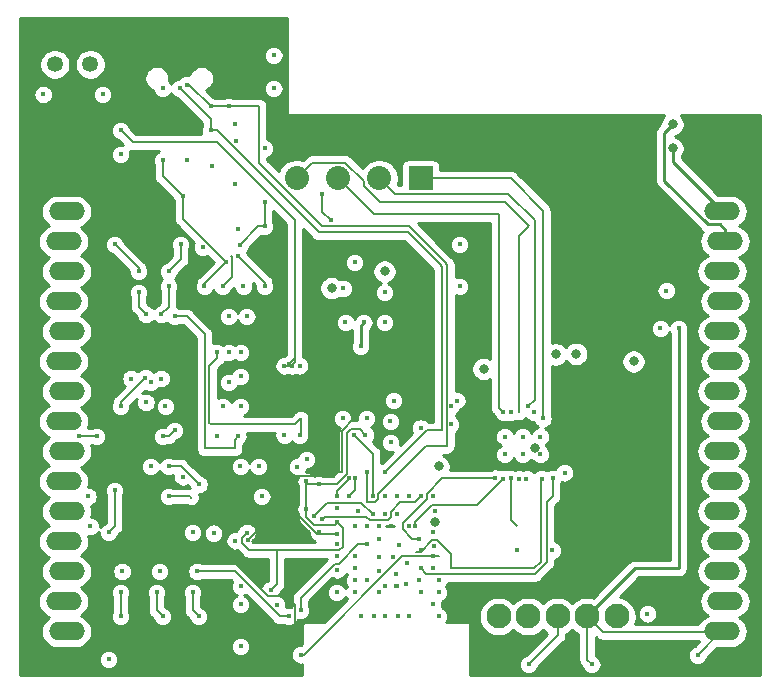
<source format=gbr>
%TF.GenerationSoftware,KiCad,Pcbnew,(5.1.6)-1*%
%TF.CreationDate,2020-08-29T17:57:31+05:30*%
%TF.ProjectId,TENET,54454e45-542e-46b6-9963-61645f706362,Minor Project*%
%TF.SameCoordinates,Original*%
%TF.FileFunction,Copper,L2,Inr*%
%TF.FilePolarity,Positive*%
%FSLAX46Y46*%
G04 Gerber Fmt 4.6, Leading zero omitted, Abs format (unit mm)*
G04 Created by KiCad (PCBNEW (5.1.6)-1) date 2020-08-29 17:57:31*
%MOMM*%
%LPD*%
G01*
G04 APERTURE LIST*
%TA.AperFunction,ViaPad*%
%ADD10O,3.048000X1.524000*%
%TD*%
%TA.AperFunction,ViaPad*%
%ADD11C,1.346200*%
%TD*%
%TA.AperFunction,ViaPad*%
%ADD12C,0.380000*%
%TD*%
%TA.AperFunction,ViaPad*%
%ADD13C,2.100000*%
%TD*%
%TA.AperFunction,ViaPad*%
%ADD14C,2.032000*%
%TD*%
%TA.AperFunction,ViaPad*%
%ADD15R,2.032000X2.032000*%
%TD*%
%TA.AperFunction,ViaPad*%
%ADD16C,0.400000*%
%TD*%
%TA.AperFunction,ViaPad*%
%ADD17C,0.800000*%
%TD*%
%TA.AperFunction,Conductor*%
%ADD18C,0.200000*%
%TD*%
%TA.AperFunction,Conductor*%
%ADD19C,0.250000*%
%TD*%
%TA.AperFunction,Conductor*%
%ADD20C,0.254000*%
%TD*%
G04 APERTURE END LIST*
D10*
%TO.N,RX*%
%TO.C,J4*%
X181483000Y-77470000D03*
%TO.N,TX*%
X181737000Y-80010000D03*
%TO.N,RESETN*%
X181483000Y-82550000D03*
%TO.N,VBUS*%
X181737000Y-85090000D03*
%TO.N,A7*%
X181483000Y-87630000D03*
%TO.N,A6*%
X181737000Y-90170000D03*
%TO.N,A5*%
X181483000Y-92710000D03*
%TO.N,A4*%
X181737000Y-95250000D03*
%TO.N,A3\u005CSDA*%
X181483000Y-97790000D03*
%TO.N,A2\u005CSCL*%
X181737000Y-100330000D03*
%TO.N,A1*%
X181483000Y-102870000D03*
%TO.N,A0*%
X181737000Y-105410000D03*
%TO.N,Net-(J4-Pad3)*%
X181483000Y-107950000D03*
%TO.N,VCC*%
X181737000Y-110490000D03*
%TO.N,RESETN*%
X181483000Y-113030000D03*
%TD*%
D11*
%TO.N,N/C*%
%TO.C,U10*%
X124992000Y-65024400D03*
X127992000Y-65024400D03*
%TD*%
D12*
%TO.N,GND*%
%TO.C,U6*%
X163092000Y-96538000D03*
X164592000Y-96538000D03*
X166092000Y-96538000D03*
X163092000Y-98038000D03*
X164592000Y-98038000D03*
X166092000Y-98038000D03*
%TD*%
D13*
%TO.N,GND*%
%TO.C,J5*%
X172560000Y-111760000D03*
%TO.N,RESETN*%
X170060000Y-111760000D03*
%TO.N,SWCLK*%
X167560000Y-111760000D03*
%TO.N,SWDIO*%
X165060000Y-111760000D03*
%TO.N,VCC*%
X162560000Y-111760000D03*
%TD*%
D10*
%TO.N,MOSI*%
%TO.C,J3*%
X125984000Y-113030000D03*
%TO.N,MISO*%
X125730000Y-110490000D03*
%TO.N,GND*%
X125984000Y-107950000D03*
%TO.N,SCK*%
X125730000Y-105410000D03*
%TO.N,GND*%
X125984000Y-102870000D03*
%TO.N,D7*%
X125730000Y-100330000D03*
%TO.N,D6*%
X125984000Y-97790000D03*
%TO.N,D5*%
X125730000Y-95250000D03*
%TO.N,D4*%
X125984000Y-92710000D03*
%TO.N,D3*%
X125730000Y-90170000D03*
%TO.N,D2*%
X125984000Y-87630000D03*
%TO.N,D1*%
X125730000Y-85090000D03*
%TO.N,D0*%
X125984000Y-82550000D03*
%TO.N,GND*%
X125730000Y-80010000D03*
%TO.N,VM*%
X125984000Y-77470000D03*
%TD*%
D14*
%TO.N,Net-(J2-Pad4)*%
%TO.C,J2*%
X145458180Y-74676000D03*
%TO.N,Net-(J2-Pad3)*%
X148958300Y-74676000D03*
%TO.N,Net-(J2-Pad2)*%
X152458420Y-74676000D03*
D15*
%TO.N,Net-(J2-Pad1)*%
X155956000Y-74676000D03*
%TD*%
D16*
%TO.N,*%
X130048000Y-101092000D03*
X129540000Y-104648000D03*
X133096000Y-91948000D03*
X152908000Y-109220000D03*
X158496000Y-93980000D03*
%TO.N,GND*%
X153924000Y-109220000D03*
X151384000Y-108712000D03*
D17*
X165608000Y-97536000D03*
X165608000Y-97536000D03*
D16*
X148910000Y-107795000D03*
X152460000Y-107870000D03*
X152460000Y-106740000D03*
X153610000Y-106720000D03*
X153888704Y-108148704D03*
X154760000Y-109020000D03*
X153888704Y-109184704D03*
X152400000Y-109728000D03*
X154808704Y-107228704D03*
X154103547Y-105683561D03*
X152460000Y-105164000D03*
X142510000Y-101600000D03*
X140270000Y-105340000D03*
X138430000Y-104704998D03*
X136652000Y-104648000D03*
X125984000Y-102870000D03*
X125984000Y-107950000D03*
X127787400Y-101600000D03*
X135831092Y-99924456D03*
X133096000Y-99060000D03*
X133096000Y-99060000D03*
X132695554Y-93634446D03*
X134350000Y-93980000D03*
X133985000Y-91612000D03*
X131445000Y-91612000D03*
X125730000Y-80010000D03*
X136144000Y-73152000D03*
X138302000Y-73660000D03*
X140307554Y-71528446D03*
X134112000Y-67056000D03*
X142748000Y-72136000D03*
X143518000Y-67056000D03*
X143518000Y-64254000D03*
X140474700Y-78990000D03*
X137509815Y-80498985D03*
X140962000Y-83820000D03*
X141240000Y-86360000D03*
X149418000Y-83988000D03*
X149598000Y-86868000D03*
X152908000Y-84328000D03*
X159258000Y-83820000D03*
X159258000Y-80264000D03*
X176764000Y-84160000D03*
X176764000Y-84160000D03*
X176260000Y-87376000D03*
X168148000Y-99584000D03*
X164917000Y-100088000D03*
X167124000Y-106172000D03*
X164084000Y-106172000D03*
X172560000Y-111760000D03*
X175167000Y-111534000D03*
X152035000Y-111752000D03*
X154035000Y-111752000D03*
X129540000Y-115392030D03*
X140716000Y-114300000D03*
X142240000Y-99060000D03*
X144414000Y-96410000D03*
X146304000Y-98459997D03*
X149352000Y-94996000D03*
X153400000Y-95250000D03*
X153670000Y-93480000D03*
X150656066Y-102794999D03*
X152908000Y-86868000D03*
X165567000Y-94488000D03*
X163584000Y-94488564D03*
%TO.N,VBUS*%
X150368000Y-104140000D03*
D17*
X157480000Y-99060000D03*
X157480000Y-99060000D03*
D16*
X140208000Y-75184000D03*
X140208000Y-70104000D03*
X147320000Y-104648000D03*
X158496000Y-95504000D03*
X159021001Y-93489001D03*
%TO.N,Net-(C7-Pad2)*%
X134112000Y-73152000D03*
X135818880Y-76200000D03*
X139472541Y-81754603D03*
X137652000Y-83820000D03*
%TO.N,VDD_ENV*%
X154940000Y-101600000D03*
X147320000Y-100584000D03*
X145529300Y-99080701D03*
X140700000Y-99060000D03*
%TO.N,Net-(C10-Pad1)*%
X151384000Y-94996000D03*
X153416000Y-97028000D03*
X155950125Y-95813733D03*
%TO.N,Net-(C13-Pad2)*%
X134620000Y-99060000D03*
X137188048Y-100574304D03*
%TO.N,Net-(C15-Pad2)*%
X134620000Y-101600000D03*
%TO.N,Net-(C16-Pad2)*%
X163576000Y-100076000D03*
X163576000Y-100076000D03*
%TO.N,VM*%
X164267000Y-100088000D03*
%TO.N,BAT-*%
X130556000Y-70612000D03*
X140716000Y-93980000D03*
X140716000Y-91440000D03*
X145064000Y-90534000D03*
X144414000Y-90534000D03*
X144780000Y-90424000D03*
%TO.N,Net-(C20-Pad1)*%
X139700000Y-91948000D03*
X139192000Y-93980000D03*
X138684000Y-96520000D03*
D17*
%TO.N,Net-(C21-Pad2)*%
X167411400Y-89560400D03*
X161290000Y-90805000D03*
D16*
X148336000Y-78232000D03*
X129032000Y-67564000D03*
X147642299Y-76014299D03*
X150368000Y-81788000D03*
D17*
X152908000Y-82548000D03*
X161290000Y-90805000D03*
X167411400Y-89560400D03*
D16*
%TO.N,RESETN*%
X177800000Y-87376000D03*
X157480000Y-108712000D03*
X170442000Y-115824000D03*
X179417000Y-115034000D03*
%TO.N,D-*%
X139700000Y-68580000D03*
X149860000Y-100076000D03*
X138176000Y-68580000D03*
X148844000Y-101600000D03*
X151384000Y-99568000D03*
X136156700Y-66730880D03*
%TO.N,D+*%
X150368000Y-100076000D03*
X138176000Y-70612000D03*
X149860000Y-101600000D03*
X152908000Y-99568000D03*
X135557308Y-67056000D03*
%TO.N,Net-(D3-PadC)*%
X135636000Y-80264000D03*
X134620000Y-82550000D03*
%TO.N,Net-(D4-PadC)*%
X130048000Y-80264000D03*
X132080000Y-82550000D03*
D17*
%TO.N,Net-(D5-PadA)*%
X173990000Y-90170000D03*
X148430347Y-83950347D03*
X169125000Y-89535000D03*
D16*
%TO.N,Net-(D6-PadA)*%
X140716000Y-110744000D03*
%TO.N,Net-(D8-PadC)*%
X134112000Y-111760000D03*
X133604000Y-109728000D03*
%TO.N,Net-(D9-PadC)*%
X130556000Y-111760000D03*
X130556000Y-109728000D03*
%TO.N,Net-(D10-PadC)*%
X136652000Y-109728000D03*
X137160000Y-111760000D03*
X136652000Y-109728000D03*
%TO.N,Net-(IC1-Pad3)*%
X138684000Y-89408000D03*
X145714000Y-96410000D03*
%TO.N,Net-(IC1-Pad2)*%
X139700000Y-89408000D03*
X139700000Y-86360000D03*
%TO.N,Net-(IC1-Pad1)*%
X140716000Y-89408000D03*
X145714000Y-90534000D03*
%TO.N,Net-(IC2-Pad7)*%
X132080000Y-84328000D03*
X132715000Y-86188000D03*
%TO.N,Net-(IC2-Pad6)*%
X134620000Y-83820000D03*
X133985000Y-86188000D03*
%TO.N,BAT+*%
X124002800Y-67564000D03*
X130556000Y-72644000D03*
X135128000Y-86360000D03*
X140470000Y-96520000D03*
%TO.N,Net-(IC2-Pad2)*%
X130556000Y-93980000D03*
X132645993Y-91551143D03*
%TO.N,INT_APDS*%
X151892000Y-101600000D03*
X150322000Y-96396000D03*
%TO.N,Net-(IC3-Pad51)*%
X152908000Y-101600000D03*
%TO.N,Net-(IC3-Pad50)*%
X153924000Y-101600000D03*
%TO.N,D7*%
X155956000Y-101600000D03*
X147641652Y-103513810D03*
%TO.N,D6*%
X127000000Y-96520000D03*
X128524000Y-96520000D03*
X134112000Y-96520000D03*
X135128000Y-96012000D03*
X156972000Y-101600000D03*
X127000000Y-97536000D03*
%TO.N,Net-(IC3-Pad46)*%
X151384000Y-104140000D03*
%TO.N,Net-(IC3-Pad45)*%
X152400000Y-104140000D03*
%TO.N,D5*%
X127000000Y-95504000D03*
X153416000Y-104140000D03*
%TO.N,LB*%
X145796000Y-111252000D03*
X144780000Y-111760000D03*
X151384000Y-105664000D03*
X154940000Y-104140000D03*
X137033000Y-107942000D03*
%TO.N,BIN2*%
X155448000Y-104140000D03*
X162967000Y-100088000D03*
%TO.N,BIN1*%
X155788232Y-105195000D03*
X162288446Y-100059446D03*
%TO.N,AIN2*%
X155956000Y-106172000D03*
X166217000Y-100088000D03*
%TO.N,AIN1*%
X155956000Y-107696000D03*
X167132000Y-100076000D03*
D17*
%TO.N,RX*%
X177292000Y-72136000D03*
X177292000Y-72136000D03*
D16*
X155785000Y-108645000D03*
%TO.N,TX*%
X155956000Y-109728000D03*
D17*
X177292000Y-70104000D03*
D16*
%TO.N,D4*%
X150368000Y-109728000D03*
%TO.N,MOSI*%
X150368000Y-108712000D03*
X150368000Y-108712000D03*
%TO.N,MISO*%
X150368000Y-107696000D03*
%TO.N,Net-(IC3-Pad33)*%
X150368000Y-106680000D03*
X140716000Y-109212000D03*
%TO.N,D3*%
X151892000Y-103124000D03*
X146916284Y-103239990D03*
%TO.N,D2*%
X152908000Y-103124000D03*
%TO.N,A7*%
X153924000Y-103124000D03*
%TO.N,A6*%
X157160000Y-102795000D03*
D17*
%TO.N,A5*%
X157160000Y-103795000D03*
D16*
%TO.N,A4*%
X156972000Y-104648000D03*
%TO.N,D1*%
X157131500Y-105823500D03*
%TO.N,D0*%
X156972000Y-106680000D03*
X145796000Y-114992020D03*
%TO.N,A3\u005CSDA*%
X156972000Y-107696000D03*
%TO.N,A2\u005CSCL*%
X157480000Y-109728000D03*
%TO.N,A1*%
X156972000Y-110744000D03*
%TO.N,A0*%
X157480000Y-111760000D03*
%TO.N,SWDIO*%
X154940000Y-111760000D03*
%TO.N,Net-(IC3-Pad13)*%
X152908000Y-111760000D03*
%TO.N,SWCLK*%
X150876000Y-111760000D03*
X165100000Y-115824000D03*
%TO.N,R_PULLUP*%
X148844000Y-109728000D03*
X143764000Y-110760000D03*
%TO.N,LR*%
X148844000Y-106680000D03*
X133858000Y-107942000D03*
%TO.N,LG*%
X148844000Y-105664000D03*
X130683000Y-107942000D03*
%TO.N,SCL*%
X144780000Y-114300000D03*
X148910000Y-104795000D03*
X144780000Y-100330000D03*
X137160000Y-102616000D03*
X145137297Y-102766703D03*
X141342319Y-105303672D03*
X139441548Y-104923685D03*
X150322000Y-94996000D03*
%TO.N,SDA*%
X148910000Y-103795000D03*
X146278600Y-100330000D03*
X146278600Y-102641400D03*
X141251938Y-104665056D03*
X143256584Y-109528308D03*
X151292000Y-96396000D03*
%TO.N,SCK*%
X148844000Y-102616000D03*
X128000000Y-104140000D03*
%TO.N,Net-(J2-Pad3)*%
X162967000Y-94488000D03*
%TO.N,Net-(J2-Pad2)*%
X165016998Y-93980000D03*
%TO.N,Net-(J2-Pad1)*%
X166316998Y-94996000D03*
%TO.N,Net-(R2-Pad2)*%
X142748000Y-78740000D03*
X140665200Y-80290000D03*
X142748000Y-76708000D03*
%TO.N,Net-(R4-Pad2)*%
X142748000Y-83820000D03*
X140471495Y-81214692D03*
%TO.N,Net-(R5-Pad1)*%
X139192000Y-83820000D03*
%TO.N,Net-(R14-Pad2)*%
X150876000Y-88900000D03*
X151138000Y-86868000D03*
%TD*%
D18*
%TO.N,*%
X130048000Y-104140000D02*
X129540000Y-104648000D01*
X130048000Y-101092000D02*
X130048000Y-104140000D01*
D19*
%TO.N,VBUS*%
X157480000Y-99060000D02*
X157480000Y-99060000D01*
X157480000Y-99060000D02*
X157480000Y-99060000D01*
D18*
%TO.N,Net-(C7-Pad2)*%
X134112000Y-73152000D02*
X134112000Y-74493120D01*
X134112000Y-74493120D02*
X135818880Y-76200000D01*
X135818880Y-76200000D02*
X135818880Y-78100942D01*
X135818880Y-78100942D02*
X139472541Y-81754603D01*
X139472541Y-81754603D02*
X137652000Y-83575144D01*
X137652000Y-83575144D02*
X137652000Y-83820000D01*
%TO.N,Net-(C13-Pad2)*%
X134620000Y-99060000D02*
X135673744Y-99060000D01*
X135673744Y-99060000D02*
X137188048Y-100574304D01*
%TO.N,Net-(C15-Pad2)*%
X136430000Y-101600000D02*
X136535000Y-101705000D01*
X134620000Y-101600000D02*
X136430000Y-101600000D01*
%TO.N,Net-(C16-Pad2)*%
X163576000Y-100076000D02*
X163576000Y-103632000D01*
X163576000Y-103632000D02*
X164084000Y-104140000D01*
%TO.N,BAT-*%
X130556000Y-70612000D02*
X131572000Y-71628000D01*
X131572000Y-71628000D02*
X138684000Y-71628000D01*
X138684000Y-71628000D02*
X145288000Y-78232000D01*
X145288000Y-89916000D02*
X144780000Y-90424000D01*
X145288000Y-89408000D02*
X145288000Y-90219998D01*
X145288000Y-90219998D02*
X145064000Y-90443998D01*
X145288000Y-89408000D02*
X145288000Y-89916000D01*
X145064000Y-90443998D02*
X145064000Y-90534000D01*
X145288000Y-78232000D02*
X145288000Y-89408000D01*
X145064000Y-90534000D02*
X144414000Y-90534000D01*
%TO.N,Net-(C21-Pad2)*%
X147642299Y-77538299D02*
X148336000Y-78232000D01*
X147642299Y-76014299D02*
X147642299Y-77538299D01*
D19*
%TO.N,RESETN*%
X181483000Y-113030000D02*
X181610000Y-113030000D01*
D18*
X170060000Y-111760000D02*
X170060000Y-115442000D01*
X170060000Y-115442000D02*
X170442000Y-115824000D01*
X181402999Y-113110001D02*
X181483000Y-113030000D01*
X171410001Y-113110001D02*
X181402999Y-113110001D01*
X170060000Y-111760000D02*
X171410001Y-113110001D01*
X181483000Y-113030000D02*
X181421000Y-113030000D01*
X181421000Y-113030000D02*
X179417000Y-115034000D01*
D19*
X177800000Y-87376000D02*
X177800000Y-107696000D01*
X174124000Y-107696000D02*
X170060000Y-111760000D01*
X177800000Y-107696000D02*
X174124000Y-107696000D01*
D18*
%TO.N,D-*%
X138176000Y-68580000D02*
X142240000Y-68580000D01*
X142240000Y-73405502D02*
X147574498Y-78740000D01*
X142240000Y-68580000D02*
X142240000Y-73405502D01*
X147574498Y-78740000D02*
X154940000Y-78740000D01*
X154940000Y-78740000D02*
X157988000Y-81788000D01*
X158180001Y-81980001D02*
X158180001Y-97343999D01*
X157988000Y-81788000D02*
X158180001Y-81980001D01*
X156423999Y-97343999D02*
X152392001Y-101375997D01*
X151441698Y-102108000D02*
X151384000Y-102050302D01*
X152392001Y-101840001D02*
X152124002Y-102108000D01*
X158180001Y-97343999D02*
X156423999Y-97343999D01*
X152392001Y-101375997D02*
X152392001Y-101840001D01*
X152124002Y-102108000D02*
X151441698Y-102108000D01*
X151384000Y-102050302D02*
X151384000Y-99568000D01*
X148844000Y-101149698D02*
X149867999Y-100125699D01*
X148844000Y-101600000D02*
X148844000Y-101149698D01*
X138176000Y-68580000D02*
X136326880Y-66730880D01*
X136326880Y-66730880D02*
X136156700Y-66730880D01*
%TO.N,D+*%
X138176000Y-70612000D02*
X138684000Y-70612000D01*
X138684000Y-70612000D02*
X147320000Y-79248000D01*
X147320000Y-79248000D02*
X154882302Y-79248000D01*
X154882302Y-79248000D02*
X157587992Y-81953690D01*
X157587992Y-81953690D02*
X157779991Y-82145689D01*
X157779991Y-82145689D02*
X157779991Y-96012000D01*
X157779991Y-96012000D02*
X156464000Y-96012000D01*
X156464000Y-96012000D02*
X152908000Y-99568000D01*
X150368000Y-101092000D02*
X150368000Y-100076000D01*
X149860000Y-101600000D02*
X150368000Y-101092000D01*
X138176000Y-70612000D02*
X138176000Y-69674692D01*
X138176000Y-69674692D02*
X135557308Y-67056000D01*
%TO.N,Net-(D3-PadC)*%
X135636000Y-80264000D02*
X135636000Y-81534000D01*
X135636000Y-81534000D02*
X134620000Y-82550000D01*
%TO.N,Net-(D4-PadC)*%
X130048000Y-80264000D02*
X132080000Y-82296000D01*
X132080000Y-82296000D02*
X132080000Y-82550000D01*
%TO.N,Net-(D8-PadC)*%
X133604000Y-111252000D02*
X134112000Y-111760000D01*
X133604000Y-109728000D02*
X133604000Y-111252000D01*
%TO.N,Net-(D9-PadC)*%
X130556000Y-109728000D02*
X130556000Y-111252000D01*
X130556000Y-111252000D02*
X130556000Y-111760000D01*
%TO.N,Net-(D10-PadC)*%
X136652000Y-111252000D02*
X137160000Y-111760000D01*
X136652000Y-109728000D02*
X136652000Y-111252000D01*
%TO.N,Net-(IC1-Pad3)*%
X138684000Y-89408000D02*
X138684000Y-89916000D01*
X138684000Y-89916000D02*
X138068010Y-90531990D01*
X138068010Y-90531990D02*
X138068010Y-95396010D01*
X138068010Y-95396010D02*
X138176000Y-95504000D01*
X138176000Y-95504000D02*
X145288000Y-95504000D01*
X145288000Y-95504000D02*
X145796000Y-94996000D01*
X145796000Y-94996000D02*
X145796000Y-96328000D01*
X145796000Y-96328000D02*
X145714000Y-96410000D01*
%TO.N,Net-(IC2-Pad7)*%
X132080000Y-84328000D02*
X132080000Y-85553000D01*
X132080000Y-85553000D02*
X132715000Y-86188000D01*
%TO.N,Net-(IC2-Pad6)*%
X134620000Y-83820000D02*
X134620000Y-85553000D01*
X134620000Y-85553000D02*
X133985000Y-86188000D01*
%TO.N,BAT+*%
X135128000Y-86360000D02*
X136144000Y-86360000D01*
X136144000Y-86360000D02*
X137668000Y-87884000D01*
X137668000Y-87884000D02*
X137668000Y-97536000D01*
X137668000Y-97536000D02*
X140208000Y-97536000D01*
X140208000Y-97536000D02*
X140208000Y-96782000D01*
X140208000Y-96782000D02*
X140470000Y-96520000D01*
%TO.N,Net-(IC2-Pad2)*%
X130556000Y-93980000D02*
X130556000Y-93641136D01*
X130556000Y-93641136D02*
X132645993Y-91551143D01*
%TO.N,INT_APDS*%
X151892000Y-101600000D02*
X151892000Y-97966000D01*
X151892000Y-97966000D02*
X150322000Y-96396000D01*
%TO.N,D7*%
X155448000Y-102108000D02*
X155956000Y-101600000D01*
X154199998Y-102108000D02*
X155448000Y-102108000D01*
X153423999Y-102883999D02*
X154199998Y-102108000D01*
X153423999Y-103364001D02*
X153423999Y-102883999D01*
X153163999Y-103624001D02*
X153423999Y-103364001D01*
X151651999Y-103624001D02*
X153163999Y-103624001D01*
X147860463Y-103294999D02*
X151322997Y-103294999D01*
X151322997Y-103294999D02*
X151651999Y-103624001D01*
X147641652Y-103513810D02*
X147860463Y-103294999D01*
%TO.N,D6*%
X127000000Y-96520000D02*
X128524000Y-96520000D01*
X134620000Y-96520000D02*
X135128000Y-96012000D01*
X134112000Y-96520000D02*
X134620000Y-96520000D01*
D19*
%TO.N,D5*%
X153033590Y-104140000D02*
X153416000Y-104140000D01*
X153416000Y-104140000D02*
X153670000Y-104140000D01*
D18*
%TO.N,LB*%
X145796000Y-110168998D02*
X145796000Y-111252000D01*
X149012999Y-107294999D02*
X148669999Y-107294999D01*
X150643998Y-105664000D02*
X149012999Y-107294999D01*
X148669999Y-107294999D02*
X145796000Y-110168998D01*
X151384000Y-105664000D02*
X150643998Y-105664000D01*
X144023998Y-111760000D02*
X144780000Y-111760000D01*
X137033000Y-107942000D02*
X140205998Y-107942000D01*
X140205998Y-107942000D02*
X144023998Y-111760000D01*
%TO.N,BIN2*%
X160760001Y-102294999D02*
X162967000Y-100088000D01*
X156919999Y-102294999D02*
X160760001Y-102294999D01*
X155448000Y-103766998D02*
X156919999Y-102294999D01*
X155448000Y-104140000D02*
X155448000Y-103766998D01*
%TO.N,BIN1*%
X157772552Y-100059446D02*
X162288446Y-100059446D01*
X155254998Y-105195000D02*
X154439999Y-104380001D01*
X155788232Y-105195000D02*
X155254998Y-105195000D01*
X156471999Y-101359999D02*
X157772552Y-100059446D01*
X154439999Y-103872001D02*
X156471999Y-101840001D01*
X154439999Y-104380001D02*
X154439999Y-103872001D01*
X156471999Y-101840001D02*
X156471999Y-101359999D01*
%TO.N,AIN2*%
X166116000Y-102050302D02*
X166116000Y-100189000D01*
X166116000Y-100189000D02*
X166217000Y-100088000D01*
X166116000Y-102050302D02*
X166116000Y-107130302D01*
X166116000Y-107130302D02*
X165550302Y-107696000D01*
X165550302Y-107696000D02*
X158496000Y-107696000D01*
X157371501Y-105323499D02*
X156891499Y-105323499D01*
X156891499Y-105323499D02*
X155956000Y-106258998D01*
X158496000Y-107696000D02*
X158496000Y-106447998D01*
X158496000Y-106447998D02*
X157371501Y-105323499D01*
X155956000Y-106258998D02*
X155956000Y-106279990D01*
X155956000Y-106279990D02*
X155555990Y-106279990D01*
%TO.N,AIN1*%
X167132000Y-100076000D02*
X167132000Y-100076000D01*
X167132000Y-101600000D02*
X167132000Y-100076000D01*
X156456001Y-108196001D02*
X165615999Y-108196001D01*
X166624000Y-102108000D02*
X167132000Y-101600000D01*
X155956000Y-107696000D02*
X156456001Y-108196001D01*
X165615999Y-108196001D02*
X166624000Y-107188000D01*
X166624000Y-107188000D02*
X166624000Y-102108000D01*
D19*
%TO.N,RX*%
X177292000Y-73279000D02*
X181483000Y-77470000D01*
X177292000Y-72136000D02*
X177292000Y-73279000D01*
%TO.N,TX*%
X181487000Y-80518000D02*
X181157990Y-80188990D01*
X176566999Y-70829001D02*
X177292000Y-70104000D01*
X181296010Y-78557010D02*
X180270746Y-78557010D01*
X181737000Y-78998000D02*
X181296010Y-78557010D01*
X176566999Y-74853263D02*
X176566999Y-70829001D01*
X180270746Y-78557010D02*
X176566999Y-74853263D01*
X181737000Y-80010000D02*
X181737000Y-78998000D01*
D18*
%TO.N,D3*%
X150883999Y-102115999D02*
X151892000Y-103124000D01*
X148040275Y-102115999D02*
X150883999Y-102115999D01*
X146916284Y-103239990D02*
X148040275Y-102115999D01*
D19*
%TO.N,A5*%
X181483000Y-92710000D02*
X181483000Y-92837000D01*
%TO.N,A4*%
X181737000Y-95250000D02*
X180340000Y-95250000D01*
D18*
%TO.N,D0*%
X146078842Y-114992020D02*
X154390862Y-106680000D01*
X145796000Y-114992020D02*
X146078842Y-114992020D01*
X154390862Y-106680000D02*
X156972000Y-106680000D01*
X156972000Y-106680000D02*
X157480000Y-106680000D01*
D19*
%TO.N,A3\u005CSDA*%
X181483000Y-97790000D02*
X181483000Y-97917000D01*
D18*
%TO.N,SWCLK*%
X167560000Y-111760000D02*
X167560000Y-113364000D01*
X167560000Y-113364000D02*
X165100000Y-115824000D01*
%TO.N,SCL*%
X144780000Y-102409407D02*
X144780000Y-100330000D01*
X147165593Y-104795000D02*
X145137297Y-102766703D01*
X148910000Y-104795000D02*
X147165593Y-104795000D01*
X144780000Y-100330000D02*
X139446000Y-100330000D01*
X139446000Y-100330000D02*
X137160000Y-102616000D01*
X145137297Y-102766703D02*
X144780000Y-102409407D01*
X145137297Y-102766703D02*
X143879288Y-102766703D01*
X143879288Y-102766703D02*
X141342319Y-105303672D01*
X139441548Y-106453274D02*
X143016583Y-110028309D01*
X139441548Y-104923685D02*
X139441548Y-106453274D01*
X143016583Y-110028309D02*
X144547983Y-110028309D01*
X145288000Y-113792000D02*
X144780000Y-114300000D01*
X144547983Y-110028309D02*
X145288000Y-110768326D01*
X145288000Y-110768326D02*
X145288000Y-113792000D01*
X145280001Y-99829999D02*
X148582001Y-99829999D01*
X144780000Y-100330000D02*
X145280001Y-99829999D01*
X148844000Y-99568000D02*
X149294302Y-99568000D01*
X148582001Y-99829999D02*
X148844000Y-99568000D01*
X149294302Y-99568000D02*
X149294302Y-96023698D01*
X149294302Y-96023698D02*
X150322000Y-94996000D01*
%TO.N,SDA*%
X146278600Y-103342308D02*
X146278600Y-102641400D01*
X146950103Y-104013811D02*
X146278600Y-103342308D01*
X148691189Y-104013811D02*
X146950103Y-104013811D01*
X148910000Y-103795000D02*
X148691189Y-104013811D01*
X140842318Y-105074676D02*
X141251938Y-104665056D01*
X140842318Y-105543673D02*
X140842318Y-105074676D01*
X149410001Y-104295001D02*
X149410001Y-105838001D01*
X148910000Y-103795000D02*
X149410001Y-104295001D01*
X149410001Y-105838001D02*
X149084001Y-106164001D01*
X141462646Y-106164001D02*
X140842318Y-105543673D01*
X143771999Y-109012893D02*
X143256584Y-109528308D01*
X143771999Y-106164001D02*
X143771999Y-109012893D01*
X143771999Y-106164001D02*
X141462646Y-106164001D01*
X149084001Y-106164001D02*
X143771999Y-106164001D01*
X146278600Y-100558600D02*
X148869400Y-100558600D01*
X146278600Y-100558600D02*
X146278600Y-100330000D01*
X146278600Y-102641400D02*
X146278600Y-100558600D01*
X148869400Y-100558600D02*
X149730000Y-99698000D01*
X150791999Y-95895999D02*
X151292000Y-96396000D01*
X150081999Y-95895999D02*
X150791999Y-95895999D01*
X149730000Y-96247998D02*
X150081999Y-95895999D01*
X149730000Y-99698000D02*
X149730000Y-96247998D01*
%TO.N,Net-(J2-Pad4)*%
X151142419Y-75307681D02*
X152542738Y-76708000D01*
X151142419Y-74912437D02*
X151142419Y-75307681D01*
X149589981Y-73359999D02*
X151142419Y-74912437D01*
X145458180Y-74676000D02*
X146774181Y-73359999D01*
X146774181Y-73359999D02*
X149589981Y-73359999D01*
X152542738Y-76708000D02*
X163068000Y-76708000D01*
X163068000Y-76708000D02*
X165100000Y-78740000D01*
X164267000Y-79573000D02*
X164267000Y-94488000D01*
X165100000Y-78740000D02*
X164267000Y-79573000D01*
%TO.N,Net-(J2-Pad3)*%
X148958300Y-74676000D02*
X152006300Y-77724000D01*
X152006300Y-77724000D02*
X162560000Y-77724000D01*
X162560000Y-77724000D02*
X162560000Y-94081000D01*
X162560000Y-94081000D02*
X162967000Y-94488000D01*
%TO.N,Net-(J2-Pad2)*%
X153774421Y-75992001D02*
X163368001Y-75992001D01*
X152458420Y-74676000D02*
X153774421Y-75992001D01*
X163368001Y-75992001D02*
X165608000Y-78232000D01*
X165608000Y-78232000D02*
X165608000Y-93388998D01*
X165608000Y-93388998D02*
X165016998Y-93980000D01*
%TO.N,Net-(J2-Pad1)*%
X155956000Y-74676000D02*
X163576000Y-74676000D01*
X163576000Y-74676000D02*
X166316998Y-77416998D01*
X166316998Y-77416998D02*
X166316998Y-94996000D01*
%TO.N,Net-(R2-Pad2)*%
X142748000Y-78740000D02*
X142215200Y-78740000D01*
X142215200Y-78740000D02*
X140665200Y-80290000D01*
X142748000Y-78740000D02*
X142748000Y-76708000D01*
%TO.N,Net-(R4-Pad2)*%
X142748000Y-83820000D02*
X142748000Y-83491197D01*
X142748000Y-83491197D02*
X140471495Y-81214692D01*
%TO.N,Net-(R5-Pad1)*%
X139972542Y-83039458D02*
X139972542Y-81247042D01*
X139972542Y-81247042D02*
X139942000Y-81216500D01*
X139192000Y-83820000D02*
X139972542Y-83039458D01*
D19*
%TO.N,Net-(R14-Pad2)*%
X150876000Y-88900000D02*
X150876000Y-87130000D01*
X150876000Y-87130000D02*
X151138000Y-86868000D01*
%TD*%
D20*
%TO.N,SCL*%
G36*
X144653000Y-69215000D02*
G01*
X144655440Y-69239776D01*
X144662667Y-69263601D01*
X144674403Y-69285557D01*
X144690197Y-69304803D01*
X144709443Y-69320597D01*
X144731399Y-69332333D01*
X144755224Y-69339560D01*
X144780000Y-69342000D01*
X176590289Y-69342000D01*
X176488063Y-69444226D01*
X176374795Y-69613744D01*
X176296774Y-69802102D01*
X176257000Y-70002061D01*
X176257000Y-70064199D01*
X176055997Y-70265202D01*
X176026999Y-70289000D01*
X176003201Y-70317998D01*
X176003200Y-70317999D01*
X175932025Y-70404725D01*
X175861453Y-70536755D01*
X175817997Y-70680016D01*
X175803323Y-70829001D01*
X175807000Y-70866333D01*
X175806999Y-74815940D01*
X175803323Y-74853263D01*
X175806999Y-74890585D01*
X175806999Y-74890595D01*
X175817996Y-75002248D01*
X175861453Y-75145509D01*
X175932025Y-75277539D01*
X175969135Y-75322757D01*
X176026998Y-75393264D01*
X176056002Y-75417067D01*
X179706946Y-79068012D01*
X179730745Y-79097011D01*
X179842071Y-79188374D01*
X179807817Y-79230113D01*
X179678096Y-79472805D01*
X179598214Y-79736140D01*
X179571241Y-80010000D01*
X179598214Y-80283860D01*
X179678096Y-80547195D01*
X179807817Y-80789887D01*
X179982392Y-81002608D01*
X180195113Y-81177183D01*
X180281623Y-81223423D01*
X180183805Y-81253096D01*
X179941113Y-81382817D01*
X179728392Y-81557392D01*
X179553817Y-81770113D01*
X179424096Y-82012805D01*
X179344214Y-82276140D01*
X179317241Y-82550000D01*
X179344214Y-82823860D01*
X179424096Y-83087195D01*
X179553817Y-83329887D01*
X179728392Y-83542608D01*
X179941113Y-83717183D01*
X180183805Y-83846904D01*
X180281623Y-83876577D01*
X180195113Y-83922817D01*
X179982392Y-84097392D01*
X179807817Y-84310113D01*
X179678096Y-84552805D01*
X179598214Y-84816140D01*
X179571241Y-85090000D01*
X179598214Y-85363860D01*
X179678096Y-85627195D01*
X179807817Y-85869887D01*
X179982392Y-86082608D01*
X180195113Y-86257183D01*
X180281623Y-86303423D01*
X180183805Y-86333096D01*
X179941113Y-86462817D01*
X179728392Y-86637392D01*
X179553817Y-86850113D01*
X179424096Y-87092805D01*
X179344214Y-87356140D01*
X179317241Y-87630000D01*
X179344214Y-87903860D01*
X179424096Y-88167195D01*
X179553817Y-88409887D01*
X179728392Y-88622608D01*
X179941113Y-88797183D01*
X180183805Y-88926904D01*
X180281623Y-88956577D01*
X180195113Y-89002817D01*
X179982392Y-89177392D01*
X179807817Y-89390113D01*
X179678096Y-89632805D01*
X179598214Y-89896140D01*
X179571241Y-90170000D01*
X179598214Y-90443860D01*
X179678096Y-90707195D01*
X179807817Y-90949887D01*
X179982392Y-91162608D01*
X180195113Y-91337183D01*
X180281623Y-91383423D01*
X180183805Y-91413096D01*
X179941113Y-91542817D01*
X179728392Y-91717392D01*
X179553817Y-91930113D01*
X179424096Y-92172805D01*
X179344214Y-92436140D01*
X179317241Y-92710000D01*
X179344214Y-92983860D01*
X179424096Y-93247195D01*
X179553817Y-93489887D01*
X179728392Y-93702608D01*
X179941113Y-93877183D01*
X180183805Y-94006904D01*
X180281623Y-94036577D01*
X180195113Y-94082817D01*
X179982392Y-94257392D01*
X179807817Y-94470113D01*
X179678096Y-94712805D01*
X179598214Y-94976140D01*
X179571241Y-95250000D01*
X179598214Y-95523860D01*
X179678096Y-95787195D01*
X179807817Y-96029887D01*
X179982392Y-96242608D01*
X180195113Y-96417183D01*
X180281623Y-96463423D01*
X180183805Y-96493096D01*
X179941113Y-96622817D01*
X179728392Y-96797392D01*
X179553817Y-97010113D01*
X179424096Y-97252805D01*
X179344214Y-97516140D01*
X179317241Y-97790000D01*
X179344214Y-98063860D01*
X179424096Y-98327195D01*
X179553817Y-98569887D01*
X179728392Y-98782608D01*
X179941113Y-98957183D01*
X180183805Y-99086904D01*
X180281623Y-99116577D01*
X180195113Y-99162817D01*
X179982392Y-99337392D01*
X179807817Y-99550113D01*
X179678096Y-99792805D01*
X179598214Y-100056140D01*
X179571241Y-100330000D01*
X179598214Y-100603860D01*
X179678096Y-100867195D01*
X179807817Y-101109887D01*
X179982392Y-101322608D01*
X180195113Y-101497183D01*
X180281623Y-101543423D01*
X180183805Y-101573096D01*
X179941113Y-101702817D01*
X179728392Y-101877392D01*
X179553817Y-102090113D01*
X179424096Y-102332805D01*
X179344214Y-102596140D01*
X179317241Y-102870000D01*
X179344214Y-103143860D01*
X179424096Y-103407195D01*
X179553817Y-103649887D01*
X179728392Y-103862608D01*
X179941113Y-104037183D01*
X180183805Y-104166904D01*
X180281623Y-104196577D01*
X180195113Y-104242817D01*
X179982392Y-104417392D01*
X179807817Y-104630113D01*
X179678096Y-104872805D01*
X179598214Y-105136140D01*
X179571241Y-105410000D01*
X179598214Y-105683860D01*
X179678096Y-105947195D01*
X179807817Y-106189887D01*
X179982392Y-106402608D01*
X180195113Y-106577183D01*
X180281623Y-106623423D01*
X180183805Y-106653096D01*
X179941113Y-106782817D01*
X179728392Y-106957392D01*
X179553817Y-107170113D01*
X179424096Y-107412805D01*
X179344214Y-107676140D01*
X179317241Y-107950000D01*
X179344214Y-108223860D01*
X179424096Y-108487195D01*
X179553817Y-108729887D01*
X179728392Y-108942608D01*
X179941113Y-109117183D01*
X180183805Y-109246904D01*
X180281623Y-109276577D01*
X180195113Y-109322817D01*
X179982392Y-109497392D01*
X179807817Y-109710113D01*
X179678096Y-109952805D01*
X179598214Y-110216140D01*
X179571241Y-110490000D01*
X179598214Y-110763860D01*
X179678096Y-111027195D01*
X179807817Y-111269887D01*
X179982392Y-111482608D01*
X180195113Y-111657183D01*
X180281623Y-111703423D01*
X180183805Y-111733096D01*
X179941113Y-111862817D01*
X179728392Y-112037392D01*
X179553817Y-112250113D01*
X179487063Y-112375001D01*
X174129089Y-112375001D01*
X174180246Y-112251496D01*
X174245000Y-111925958D01*
X174245000Y-111594042D01*
X174216699Y-111451760D01*
X174332000Y-111451760D01*
X174332000Y-111616240D01*
X174364089Y-111777560D01*
X174427033Y-111929521D01*
X174518413Y-112066281D01*
X174634719Y-112182587D01*
X174771479Y-112273967D01*
X174923440Y-112336911D01*
X175084760Y-112369000D01*
X175249240Y-112369000D01*
X175410560Y-112336911D01*
X175562521Y-112273967D01*
X175699281Y-112182587D01*
X175815587Y-112066281D01*
X175906967Y-111929521D01*
X175969911Y-111777560D01*
X176002000Y-111616240D01*
X176002000Y-111451760D01*
X175969911Y-111290440D01*
X175906967Y-111138479D01*
X175815587Y-111001719D01*
X175699281Y-110885413D01*
X175562521Y-110794033D01*
X175410560Y-110731089D01*
X175249240Y-110699000D01*
X175084760Y-110699000D01*
X174923440Y-110731089D01*
X174771479Y-110794033D01*
X174634719Y-110885413D01*
X174518413Y-111001719D01*
X174427033Y-111138479D01*
X174364089Y-111290440D01*
X174332000Y-111451760D01*
X174216699Y-111451760D01*
X174180246Y-111268504D01*
X174053228Y-110961853D01*
X173868825Y-110685875D01*
X173634125Y-110451175D01*
X173358147Y-110266772D01*
X173051496Y-110139754D01*
X172804232Y-110090570D01*
X174438802Y-108456000D01*
X177762667Y-108456000D01*
X177800000Y-108459677D01*
X177948986Y-108445003D01*
X178092247Y-108401546D01*
X178224276Y-108330974D01*
X178340001Y-108236001D01*
X178434974Y-108120276D01*
X178505546Y-107988247D01*
X178549003Y-107844986D01*
X178560000Y-107733333D01*
X178563677Y-107696000D01*
X178560000Y-107658667D01*
X178560000Y-87723157D01*
X178602911Y-87619560D01*
X178635000Y-87458240D01*
X178635000Y-87293760D01*
X178602911Y-87132440D01*
X178539967Y-86980479D01*
X178448587Y-86843719D01*
X178332281Y-86727413D01*
X178195521Y-86636033D01*
X178043560Y-86573089D01*
X177882240Y-86541000D01*
X177717760Y-86541000D01*
X177556440Y-86573089D01*
X177404479Y-86636033D01*
X177267719Y-86727413D01*
X177151413Y-86843719D01*
X177060033Y-86980479D01*
X177030000Y-87052985D01*
X176999967Y-86980479D01*
X176908587Y-86843719D01*
X176792281Y-86727413D01*
X176655521Y-86636033D01*
X176503560Y-86573089D01*
X176342240Y-86541000D01*
X176177760Y-86541000D01*
X176016440Y-86573089D01*
X175864479Y-86636033D01*
X175727719Y-86727413D01*
X175611413Y-86843719D01*
X175520033Y-86980479D01*
X175457089Y-87132440D01*
X175425000Y-87293760D01*
X175425000Y-87458240D01*
X175457089Y-87619560D01*
X175520033Y-87771521D01*
X175611413Y-87908281D01*
X175727719Y-88024587D01*
X175864479Y-88115967D01*
X176016440Y-88178911D01*
X176177760Y-88211000D01*
X176342240Y-88211000D01*
X176503560Y-88178911D01*
X176655521Y-88115967D01*
X176792281Y-88024587D01*
X176908587Y-87908281D01*
X176999967Y-87771521D01*
X177030000Y-87699015D01*
X177040000Y-87723157D01*
X177040001Y-106936000D01*
X174161323Y-106936000D01*
X174124000Y-106932324D01*
X174086677Y-106936000D01*
X174086667Y-106936000D01*
X173975014Y-106946997D01*
X173854480Y-106983560D01*
X173831753Y-106990454D01*
X173699723Y-107061026D01*
X173616083Y-107129668D01*
X173583999Y-107155999D01*
X173560201Y-107184997D01*
X170589644Y-110155555D01*
X170551496Y-110139754D01*
X170225958Y-110075000D01*
X169894042Y-110075000D01*
X169568504Y-110139754D01*
X169261853Y-110266772D01*
X168985875Y-110451175D01*
X168810000Y-110627050D01*
X168634125Y-110451175D01*
X168358147Y-110266772D01*
X168051496Y-110139754D01*
X167725958Y-110075000D01*
X167394042Y-110075000D01*
X167068504Y-110139754D01*
X166761853Y-110266772D01*
X166485875Y-110451175D01*
X166310000Y-110627050D01*
X166134125Y-110451175D01*
X165858147Y-110266772D01*
X165551496Y-110139754D01*
X165225958Y-110075000D01*
X164894042Y-110075000D01*
X164568504Y-110139754D01*
X164261853Y-110266772D01*
X163985875Y-110451175D01*
X163810000Y-110627050D01*
X163634125Y-110451175D01*
X163358147Y-110266772D01*
X163051496Y-110139754D01*
X162725958Y-110075000D01*
X162394042Y-110075000D01*
X162068504Y-110139754D01*
X161761853Y-110266772D01*
X161485875Y-110451175D01*
X161251175Y-110685875D01*
X161066772Y-110961853D01*
X160939754Y-111268504D01*
X160875000Y-111594042D01*
X160875000Y-111925958D01*
X160939754Y-112251496D01*
X161066772Y-112558147D01*
X161251175Y-112834125D01*
X161485875Y-113068825D01*
X161761853Y-113253228D01*
X162068504Y-113380246D01*
X162394042Y-113445000D01*
X162725958Y-113445000D01*
X163051496Y-113380246D01*
X163358147Y-113253228D01*
X163634125Y-113068825D01*
X163810000Y-112892950D01*
X163985875Y-113068825D01*
X164261853Y-113253228D01*
X164568504Y-113380246D01*
X164894042Y-113445000D01*
X165225958Y-113445000D01*
X165551496Y-113380246D01*
X165858147Y-113253228D01*
X166134125Y-113068825D01*
X166310000Y-112892950D01*
X166485875Y-113068825D01*
X166683607Y-113200946D01*
X164865209Y-115019345D01*
X164856440Y-115021089D01*
X164704479Y-115084033D01*
X164567719Y-115175413D01*
X164451413Y-115291719D01*
X164360033Y-115428479D01*
X164297089Y-115580440D01*
X164265000Y-115741760D01*
X164265000Y-115906240D01*
X164297089Y-116067560D01*
X164360033Y-116219521D01*
X164451413Y-116356281D01*
X164567719Y-116472587D01*
X164704479Y-116563967D01*
X164856440Y-116626911D01*
X165017760Y-116659000D01*
X165182240Y-116659000D01*
X165343560Y-116626911D01*
X165495521Y-116563967D01*
X165632281Y-116472587D01*
X165748587Y-116356281D01*
X165839967Y-116219521D01*
X165902911Y-116067560D01*
X165904655Y-116058791D01*
X168054193Y-113909254D01*
X168082238Y-113886238D01*
X168174087Y-113774320D01*
X168242337Y-113646633D01*
X168284365Y-113508085D01*
X168295000Y-113400105D01*
X168295000Y-113400096D01*
X168298555Y-113364001D01*
X168295000Y-113327906D01*
X168295000Y-113279384D01*
X168358147Y-113253228D01*
X168634125Y-113068825D01*
X168810000Y-112892950D01*
X168985875Y-113068825D01*
X169261853Y-113253228D01*
X169325000Y-113279384D01*
X169325001Y-115405885D01*
X169321444Y-115442000D01*
X169335635Y-115586085D01*
X169375147Y-115716336D01*
X169377664Y-115724633D01*
X169445914Y-115852320D01*
X169537763Y-115964238D01*
X169565808Y-115987254D01*
X169637345Y-116058791D01*
X169639089Y-116067560D01*
X169702033Y-116219521D01*
X169793413Y-116356281D01*
X169909719Y-116472587D01*
X170046479Y-116563967D01*
X170198440Y-116626911D01*
X170359760Y-116659000D01*
X170524240Y-116659000D01*
X170685560Y-116626911D01*
X170837521Y-116563967D01*
X170974281Y-116472587D01*
X171090587Y-116356281D01*
X171181967Y-116219521D01*
X171244911Y-116067560D01*
X171277000Y-115906240D01*
X171277000Y-115741760D01*
X171244911Y-115580440D01*
X171181967Y-115428479D01*
X171090587Y-115291719D01*
X170974281Y-115175413D01*
X170837521Y-115084033D01*
X170795000Y-115066420D01*
X170795000Y-113534447D01*
X170864747Y-113604194D01*
X170887763Y-113632239D01*
X170915807Y-113655254D01*
X170999681Y-113724088D01*
X171127367Y-113792338D01*
X171265916Y-113834366D01*
X171410001Y-113848557D01*
X171446106Y-113845001D01*
X179566553Y-113845001D01*
X179182209Y-114229345D01*
X179173440Y-114231089D01*
X179021479Y-114294033D01*
X178884719Y-114385413D01*
X178768413Y-114501719D01*
X178677033Y-114638479D01*
X178614089Y-114790440D01*
X178582000Y-114951760D01*
X178582000Y-115116240D01*
X178614089Y-115277560D01*
X178677033Y-115429521D01*
X178768413Y-115566281D01*
X178884719Y-115682587D01*
X179021479Y-115773967D01*
X179173440Y-115836911D01*
X179334760Y-115869000D01*
X179499240Y-115869000D01*
X179660560Y-115836911D01*
X179812521Y-115773967D01*
X179949281Y-115682587D01*
X180065587Y-115566281D01*
X180156967Y-115429521D01*
X180219911Y-115277560D01*
X180221655Y-115268791D01*
X181063447Y-114427000D01*
X182313625Y-114427000D01*
X182518860Y-114406786D01*
X182782195Y-114326904D01*
X183024887Y-114197183D01*
X183237608Y-114022608D01*
X183412183Y-113809887D01*
X183541904Y-113567195D01*
X183621786Y-113303860D01*
X183648759Y-113030000D01*
X183621786Y-112756140D01*
X183541904Y-112492805D01*
X183412183Y-112250113D01*
X183237608Y-112037392D01*
X183024887Y-111862817D01*
X182938377Y-111816577D01*
X183036195Y-111786904D01*
X183278887Y-111657183D01*
X183491608Y-111482608D01*
X183666183Y-111269887D01*
X183795904Y-111027195D01*
X183875786Y-110763860D01*
X183902759Y-110490000D01*
X183875786Y-110216140D01*
X183795904Y-109952805D01*
X183666183Y-109710113D01*
X183491608Y-109497392D01*
X183278887Y-109322817D01*
X183036195Y-109193096D01*
X182938377Y-109163423D01*
X183024887Y-109117183D01*
X183237608Y-108942608D01*
X183412183Y-108729887D01*
X183541904Y-108487195D01*
X183621786Y-108223860D01*
X183648759Y-107950000D01*
X183621786Y-107676140D01*
X183541904Y-107412805D01*
X183412183Y-107170113D01*
X183237608Y-106957392D01*
X183024887Y-106782817D01*
X182938377Y-106736577D01*
X183036195Y-106706904D01*
X183278887Y-106577183D01*
X183491608Y-106402608D01*
X183666183Y-106189887D01*
X183795904Y-105947195D01*
X183875786Y-105683860D01*
X183902759Y-105410000D01*
X183875786Y-105136140D01*
X183795904Y-104872805D01*
X183666183Y-104630113D01*
X183491608Y-104417392D01*
X183278887Y-104242817D01*
X183036195Y-104113096D01*
X182938377Y-104083423D01*
X183024887Y-104037183D01*
X183237608Y-103862608D01*
X183412183Y-103649887D01*
X183541904Y-103407195D01*
X183621786Y-103143860D01*
X183648759Y-102870000D01*
X183621786Y-102596140D01*
X183541904Y-102332805D01*
X183412183Y-102090113D01*
X183237608Y-101877392D01*
X183024887Y-101702817D01*
X182938377Y-101656577D01*
X183036195Y-101626904D01*
X183278887Y-101497183D01*
X183491608Y-101322608D01*
X183666183Y-101109887D01*
X183795904Y-100867195D01*
X183875786Y-100603860D01*
X183902759Y-100330000D01*
X183875786Y-100056140D01*
X183795904Y-99792805D01*
X183666183Y-99550113D01*
X183491608Y-99337392D01*
X183278887Y-99162817D01*
X183036195Y-99033096D01*
X182938377Y-99003423D01*
X183024887Y-98957183D01*
X183237608Y-98782608D01*
X183412183Y-98569887D01*
X183541904Y-98327195D01*
X183621786Y-98063860D01*
X183648759Y-97790000D01*
X183621786Y-97516140D01*
X183541904Y-97252805D01*
X183412183Y-97010113D01*
X183237608Y-96797392D01*
X183024887Y-96622817D01*
X182938377Y-96576577D01*
X183036195Y-96546904D01*
X183278887Y-96417183D01*
X183491608Y-96242608D01*
X183666183Y-96029887D01*
X183795904Y-95787195D01*
X183875786Y-95523860D01*
X183902759Y-95250000D01*
X183875786Y-94976140D01*
X183795904Y-94712805D01*
X183666183Y-94470113D01*
X183491608Y-94257392D01*
X183278887Y-94082817D01*
X183036195Y-93953096D01*
X182938377Y-93923423D01*
X183024887Y-93877183D01*
X183237608Y-93702608D01*
X183412183Y-93489887D01*
X183541904Y-93247195D01*
X183621786Y-92983860D01*
X183648759Y-92710000D01*
X183621786Y-92436140D01*
X183541904Y-92172805D01*
X183412183Y-91930113D01*
X183237608Y-91717392D01*
X183024887Y-91542817D01*
X182938377Y-91496577D01*
X183036195Y-91466904D01*
X183278887Y-91337183D01*
X183491608Y-91162608D01*
X183666183Y-90949887D01*
X183795904Y-90707195D01*
X183875786Y-90443860D01*
X183902759Y-90170000D01*
X183875786Y-89896140D01*
X183795904Y-89632805D01*
X183666183Y-89390113D01*
X183491608Y-89177392D01*
X183278887Y-89002817D01*
X183036195Y-88873096D01*
X182938377Y-88843423D01*
X183024887Y-88797183D01*
X183237608Y-88622608D01*
X183412183Y-88409887D01*
X183541904Y-88167195D01*
X183621786Y-87903860D01*
X183648759Y-87630000D01*
X183621786Y-87356140D01*
X183541904Y-87092805D01*
X183412183Y-86850113D01*
X183237608Y-86637392D01*
X183024887Y-86462817D01*
X182938377Y-86416577D01*
X183036195Y-86386904D01*
X183278887Y-86257183D01*
X183491608Y-86082608D01*
X183666183Y-85869887D01*
X183795904Y-85627195D01*
X183875786Y-85363860D01*
X183902759Y-85090000D01*
X183875786Y-84816140D01*
X183795904Y-84552805D01*
X183666183Y-84310113D01*
X183491608Y-84097392D01*
X183278887Y-83922817D01*
X183036195Y-83793096D01*
X182938377Y-83763423D01*
X183024887Y-83717183D01*
X183237608Y-83542608D01*
X183412183Y-83329887D01*
X183541904Y-83087195D01*
X183621786Y-82823860D01*
X183648759Y-82550000D01*
X183621786Y-82276140D01*
X183541904Y-82012805D01*
X183412183Y-81770113D01*
X183237608Y-81557392D01*
X183024887Y-81382817D01*
X182938377Y-81336577D01*
X183036195Y-81306904D01*
X183278887Y-81177183D01*
X183491608Y-81002608D01*
X183666183Y-80789887D01*
X183795904Y-80547195D01*
X183875786Y-80283860D01*
X183902759Y-80010000D01*
X183875786Y-79736140D01*
X183795904Y-79472805D01*
X183666183Y-79230113D01*
X183491608Y-79017392D01*
X183278887Y-78842817D01*
X183036195Y-78713096D01*
X182938377Y-78683423D01*
X183024887Y-78637183D01*
X183237608Y-78462608D01*
X183412183Y-78249887D01*
X183541904Y-78007195D01*
X183621786Y-77743860D01*
X183648759Y-77470000D01*
X183621786Y-77196140D01*
X183541904Y-76932805D01*
X183412183Y-76690113D01*
X183237608Y-76477392D01*
X183024887Y-76302817D01*
X182782195Y-76173096D01*
X182518860Y-76093214D01*
X182313625Y-76073000D01*
X181160802Y-76073000D01*
X178052000Y-72964199D01*
X178052000Y-72839711D01*
X178095937Y-72795774D01*
X178209205Y-72626256D01*
X178287226Y-72437898D01*
X178327000Y-72237939D01*
X178327000Y-72034061D01*
X178287226Y-71834102D01*
X178209205Y-71645744D01*
X178095937Y-71476226D01*
X177951774Y-71332063D01*
X177782256Y-71218795D01*
X177593898Y-71140774D01*
X177489459Y-71120000D01*
X177593898Y-71099226D01*
X177782256Y-71021205D01*
X177951774Y-70907937D01*
X178095937Y-70763774D01*
X178209205Y-70594256D01*
X178287226Y-70405898D01*
X178327000Y-70205939D01*
X178327000Y-70002061D01*
X178287226Y-69802102D01*
X178209205Y-69613744D01*
X178095937Y-69444226D01*
X177993711Y-69342000D01*
X184658000Y-69342000D01*
X184658000Y-116713000D01*
X160147000Y-116713000D01*
X160147000Y-112395000D01*
X160144560Y-112370224D01*
X160137333Y-112346399D01*
X160125597Y-112324443D01*
X160109803Y-112305197D01*
X160090557Y-112289403D01*
X160068601Y-112277667D01*
X160044776Y-112270440D01*
X160020000Y-112268000D01*
X158144811Y-112268000D01*
X158219967Y-112155521D01*
X158282911Y-112003560D01*
X158315000Y-111842240D01*
X158315000Y-111677760D01*
X158282911Y-111516440D01*
X158219967Y-111364479D01*
X158128587Y-111227719D01*
X158012281Y-111111413D01*
X157875521Y-111020033D01*
X157776602Y-110979060D01*
X157807000Y-110826240D01*
X157807000Y-110661760D01*
X157776602Y-110508940D01*
X157875521Y-110467967D01*
X158012281Y-110376587D01*
X158128587Y-110260281D01*
X158219967Y-110123521D01*
X158282911Y-109971560D01*
X158315000Y-109810240D01*
X158315000Y-109645760D01*
X158282911Y-109484440D01*
X158219967Y-109332479D01*
X158144811Y-109220000D01*
X158219967Y-109107521D01*
X158282911Y-108955560D01*
X158287796Y-108931001D01*
X165579894Y-108931001D01*
X165615999Y-108934557D01*
X165652104Y-108931001D01*
X165760084Y-108920366D01*
X165898632Y-108878338D01*
X166026319Y-108810088D01*
X166138237Y-108718239D01*
X166161257Y-108690189D01*
X167118197Y-107733250D01*
X167146237Y-107710238D01*
X167169250Y-107682197D01*
X167169253Y-107682194D01*
X167238087Y-107598320D01*
X167306337Y-107470634D01*
X167348365Y-107332085D01*
X167362556Y-107188000D01*
X167359000Y-107151895D01*
X167359000Y-106976614D01*
X167367560Y-106974911D01*
X167519521Y-106911967D01*
X167656281Y-106820587D01*
X167772587Y-106704281D01*
X167863967Y-106567521D01*
X167926911Y-106415560D01*
X167959000Y-106254240D01*
X167959000Y-106089760D01*
X167926911Y-105928440D01*
X167863967Y-105776479D01*
X167772587Y-105639719D01*
X167656281Y-105523413D01*
X167519521Y-105432033D01*
X167367560Y-105369089D01*
X167359000Y-105367386D01*
X167359000Y-102412446D01*
X167626197Y-102145250D01*
X167654237Y-102122238D01*
X167677250Y-102094197D01*
X167677253Y-102094194D01*
X167746086Y-102010321D01*
X167746087Y-102010320D01*
X167814337Y-101882633D01*
X167856365Y-101744085D01*
X167867000Y-101636105D01*
X167867000Y-101636096D01*
X167870555Y-101600001D01*
X167867000Y-101563906D01*
X167867000Y-100478955D01*
X167871967Y-100471521D01*
X167906818Y-100387384D01*
X168065760Y-100419000D01*
X168230240Y-100419000D01*
X168391560Y-100386911D01*
X168543521Y-100323967D01*
X168680281Y-100232587D01*
X168796587Y-100116281D01*
X168887967Y-99979521D01*
X168950911Y-99827560D01*
X168983000Y-99666240D01*
X168983000Y-99501760D01*
X168950911Y-99340440D01*
X168887967Y-99188479D01*
X168796587Y-99051719D01*
X168680281Y-98935413D01*
X168543521Y-98844033D01*
X168391560Y-98781089D01*
X168230240Y-98749000D01*
X168065760Y-98749000D01*
X167904440Y-98781089D01*
X167752479Y-98844033D01*
X167615719Y-98935413D01*
X167499413Y-99051719D01*
X167408033Y-99188479D01*
X167373182Y-99272616D01*
X167214240Y-99241000D01*
X167049760Y-99241000D01*
X166888440Y-99273089D01*
X166736479Y-99336033D01*
X166665520Y-99383446D01*
X166612521Y-99348033D01*
X166460560Y-99285089D01*
X166299240Y-99253000D01*
X166134760Y-99253000D01*
X165973440Y-99285089D01*
X165821479Y-99348033D01*
X165684719Y-99439413D01*
X165568413Y-99555719D01*
X165567000Y-99557834D01*
X165565587Y-99555719D01*
X165449281Y-99439413D01*
X165312521Y-99348033D01*
X165160560Y-99285089D01*
X164999240Y-99253000D01*
X164834760Y-99253000D01*
X164673440Y-99285089D01*
X164592000Y-99318822D01*
X164510560Y-99285089D01*
X164349240Y-99253000D01*
X164184760Y-99253000D01*
X164023440Y-99285089D01*
X163935985Y-99321314D01*
X163819560Y-99273089D01*
X163658240Y-99241000D01*
X163493760Y-99241000D01*
X163332440Y-99273089D01*
X163257015Y-99304331D01*
X163210560Y-99285089D01*
X163049240Y-99253000D01*
X162884760Y-99253000D01*
X162723440Y-99285089D01*
X162662191Y-99310459D01*
X162532006Y-99256535D01*
X162370686Y-99224446D01*
X162206206Y-99224446D01*
X162044886Y-99256535D01*
X161892925Y-99319479D01*
X161885491Y-99324446D01*
X158482676Y-99324446D01*
X158515000Y-99161939D01*
X158515000Y-98958061D01*
X158475226Y-98758102D01*
X158397205Y-98569744D01*
X158283937Y-98400226D01*
X158139774Y-98256063D01*
X157970256Y-98142795D01*
X157816240Y-98078999D01*
X158143896Y-98078999D01*
X158180001Y-98082555D01*
X158216106Y-98078999D01*
X158324086Y-98068364D01*
X158462634Y-98026336D01*
X158590321Y-97958086D01*
X158702239Y-97866237D01*
X158794088Y-97754319D01*
X158862338Y-97626632D01*
X158904366Y-97488084D01*
X158918557Y-97343999D01*
X158915001Y-97307894D01*
X158915001Y-96228278D01*
X159028281Y-96152587D01*
X159144587Y-96036281D01*
X159235967Y-95899521D01*
X159298911Y-95747560D01*
X159331000Y-95586240D01*
X159331000Y-95421760D01*
X159298911Y-95260440D01*
X159235967Y-95108479D01*
X159144587Y-94971719D01*
X159028281Y-94855413D01*
X158915001Y-94779722D01*
X158915001Y-94704278D01*
X159028281Y-94628587D01*
X159144587Y-94512281D01*
X159235967Y-94375521D01*
X159271849Y-94288893D01*
X159416522Y-94228968D01*
X159553282Y-94137588D01*
X159669588Y-94021282D01*
X159760968Y-93884522D01*
X159823912Y-93732561D01*
X159856001Y-93571241D01*
X159856001Y-93406761D01*
X159823912Y-93245441D01*
X159760968Y-93093480D01*
X159669588Y-92956720D01*
X159553282Y-92840414D01*
X159416522Y-92749034D01*
X159264561Y-92686090D01*
X159103241Y-92654001D01*
X158938761Y-92654001D01*
X158915001Y-92658727D01*
X158915001Y-84581722D01*
X159014440Y-84622911D01*
X159175760Y-84655000D01*
X159340240Y-84655000D01*
X159501560Y-84622911D01*
X159653521Y-84559967D01*
X159790281Y-84468587D01*
X159906587Y-84352281D01*
X159997967Y-84215521D01*
X160060911Y-84063560D01*
X160093000Y-83902240D01*
X160093000Y-83737760D01*
X160060911Y-83576440D01*
X159997967Y-83424479D01*
X159906587Y-83287719D01*
X159790281Y-83171413D01*
X159653521Y-83080033D01*
X159501560Y-83017089D01*
X159340240Y-82985000D01*
X159175760Y-82985000D01*
X159014440Y-83017089D01*
X158915001Y-83058278D01*
X158915001Y-82016095D01*
X158918556Y-81980000D01*
X158915001Y-81943905D01*
X158915001Y-81943896D01*
X158904366Y-81835916D01*
X158862338Y-81697368D01*
X158794088Y-81569681D01*
X158702238Y-81457763D01*
X158674193Y-81434747D01*
X158533258Y-81293812D01*
X158533253Y-81293806D01*
X157421207Y-80181760D01*
X158423000Y-80181760D01*
X158423000Y-80346240D01*
X158455089Y-80507560D01*
X158518033Y-80659521D01*
X158609413Y-80796281D01*
X158725719Y-80912587D01*
X158862479Y-81003967D01*
X159014440Y-81066911D01*
X159175760Y-81099000D01*
X159340240Y-81099000D01*
X159501560Y-81066911D01*
X159653521Y-81003967D01*
X159790281Y-80912587D01*
X159906587Y-80796281D01*
X159997967Y-80659521D01*
X160060911Y-80507560D01*
X160093000Y-80346240D01*
X160093000Y-80181760D01*
X160060911Y-80020440D01*
X159997967Y-79868479D01*
X159906587Y-79731719D01*
X159790281Y-79615413D01*
X159653521Y-79524033D01*
X159501560Y-79461089D01*
X159340240Y-79429000D01*
X159175760Y-79429000D01*
X159014440Y-79461089D01*
X158862479Y-79524033D01*
X158725719Y-79615413D01*
X158609413Y-79731719D01*
X158518033Y-79868479D01*
X158455089Y-80020440D01*
X158423000Y-80181760D01*
X157421207Y-80181760D01*
X155698446Y-78459000D01*
X161825000Y-78459000D01*
X161825001Y-89917692D01*
X161780256Y-89887795D01*
X161591898Y-89809774D01*
X161391939Y-89770000D01*
X161188061Y-89770000D01*
X160988102Y-89809774D01*
X160799744Y-89887795D01*
X160630226Y-90001063D01*
X160486063Y-90145226D01*
X160372795Y-90314744D01*
X160294774Y-90503102D01*
X160255000Y-90703061D01*
X160255000Y-90906939D01*
X160294774Y-91106898D01*
X160372795Y-91295256D01*
X160486063Y-91464774D01*
X160630226Y-91608937D01*
X160799744Y-91722205D01*
X160988102Y-91800226D01*
X161188061Y-91840000D01*
X161391939Y-91840000D01*
X161591898Y-91800226D01*
X161780256Y-91722205D01*
X161825001Y-91692308D01*
X161825001Y-94044885D01*
X161821444Y-94081000D01*
X161835635Y-94225085D01*
X161872744Y-94347413D01*
X161877664Y-94363633D01*
X161945914Y-94491320D01*
X162037763Y-94603238D01*
X162065808Y-94626254D01*
X162162345Y-94722791D01*
X162164089Y-94731560D01*
X162227033Y-94883521D01*
X162318413Y-95020281D01*
X162434719Y-95136587D01*
X162571479Y-95227967D01*
X162723440Y-95290911D01*
X162884760Y-95323000D01*
X163049240Y-95323000D01*
X163210560Y-95290911D01*
X163274819Y-95264294D01*
X163340440Y-95291475D01*
X163501760Y-95323564D01*
X163666240Y-95323564D01*
X163827560Y-95291475D01*
X163979521Y-95228531D01*
X164040934Y-95187496D01*
X164122916Y-95212365D01*
X164267000Y-95226556D01*
X164411085Y-95212365D01*
X164549633Y-95170337D01*
X164677320Y-95102087D01*
X164789238Y-95010238D01*
X164856742Y-94927984D01*
X164918413Y-95020281D01*
X165034719Y-95136587D01*
X165171479Y-95227967D01*
X165323440Y-95290911D01*
X165484760Y-95323000D01*
X165548649Y-95323000D01*
X165577031Y-95391521D01*
X165668411Y-95528281D01*
X165784717Y-95644587D01*
X165915468Y-95731952D01*
X165851356Y-95744704D01*
X165701216Y-95806894D01*
X165566093Y-95897181D01*
X165451181Y-96012093D01*
X165360894Y-96147216D01*
X165342000Y-96192830D01*
X165323106Y-96147216D01*
X165232819Y-96012093D01*
X165117907Y-95897181D01*
X164982784Y-95806894D01*
X164832644Y-95744704D01*
X164673255Y-95713000D01*
X164510745Y-95713000D01*
X164351356Y-95744704D01*
X164201216Y-95806894D01*
X164066093Y-95897181D01*
X163951181Y-96012093D01*
X163860894Y-96147216D01*
X163842000Y-96192830D01*
X163823106Y-96147216D01*
X163732819Y-96012093D01*
X163617907Y-95897181D01*
X163482784Y-95806894D01*
X163332644Y-95744704D01*
X163173255Y-95713000D01*
X163010745Y-95713000D01*
X162851356Y-95744704D01*
X162701216Y-95806894D01*
X162566093Y-95897181D01*
X162451181Y-96012093D01*
X162360894Y-96147216D01*
X162298704Y-96297356D01*
X162267000Y-96456745D01*
X162267000Y-96619255D01*
X162298704Y-96778644D01*
X162360894Y-96928784D01*
X162451181Y-97063907D01*
X162566093Y-97178819D01*
X162701216Y-97269106D01*
X162746830Y-97288000D01*
X162701216Y-97306894D01*
X162566093Y-97397181D01*
X162451181Y-97512093D01*
X162360894Y-97647216D01*
X162298704Y-97797356D01*
X162267000Y-97956745D01*
X162267000Y-98119255D01*
X162298704Y-98278644D01*
X162360894Y-98428784D01*
X162451181Y-98563907D01*
X162566093Y-98678819D01*
X162701216Y-98769106D01*
X162851356Y-98831296D01*
X163010745Y-98863000D01*
X163173255Y-98863000D01*
X163332644Y-98831296D01*
X163482784Y-98769106D01*
X163617907Y-98678819D01*
X163732819Y-98563907D01*
X163823106Y-98428784D01*
X163842000Y-98383170D01*
X163860894Y-98428784D01*
X163951181Y-98563907D01*
X164066093Y-98678819D01*
X164201216Y-98769106D01*
X164351356Y-98831296D01*
X164510745Y-98863000D01*
X164673255Y-98863000D01*
X164832644Y-98831296D01*
X164982784Y-98769106D01*
X165117907Y-98678819D01*
X165232819Y-98563907D01*
X165265808Y-98514536D01*
X165306102Y-98531226D01*
X165448235Y-98559498D01*
X165451181Y-98563907D01*
X165566093Y-98678819D01*
X165701216Y-98769106D01*
X165851356Y-98831296D01*
X166010745Y-98863000D01*
X166173255Y-98863000D01*
X166332644Y-98831296D01*
X166482784Y-98769106D01*
X166617907Y-98678819D01*
X166732819Y-98563907D01*
X166823106Y-98428784D01*
X166885296Y-98278644D01*
X166917000Y-98119255D01*
X166917000Y-97956745D01*
X166885296Y-97797356D01*
X166823106Y-97647216D01*
X166732819Y-97512093D01*
X166640073Y-97419347D01*
X166603226Y-97234102D01*
X166588473Y-97198486D01*
X166617907Y-97178819D01*
X166732819Y-97063907D01*
X166823106Y-96928784D01*
X166885296Y-96778644D01*
X166917000Y-96619255D01*
X166917000Y-96456745D01*
X166885296Y-96297356D01*
X166823106Y-96147216D01*
X166732819Y-96012093D01*
X166617907Y-95897181D01*
X166491419Y-95812664D01*
X166560558Y-95798911D01*
X166712519Y-95735967D01*
X166849279Y-95644587D01*
X166965585Y-95528281D01*
X167056965Y-95391521D01*
X167119909Y-95239560D01*
X167151998Y-95078240D01*
X167151998Y-94913760D01*
X167119909Y-94752440D01*
X167056965Y-94600479D01*
X167051998Y-94593045D01*
X167051998Y-90531807D01*
X167109502Y-90555626D01*
X167309461Y-90595400D01*
X167513339Y-90595400D01*
X167713298Y-90555626D01*
X167901656Y-90477605D01*
X168071174Y-90364337D01*
X168215337Y-90220174D01*
X168276686Y-90128359D01*
X168321063Y-90194774D01*
X168465226Y-90338937D01*
X168634744Y-90452205D01*
X168823102Y-90530226D01*
X169023061Y-90570000D01*
X169226939Y-90570000D01*
X169426898Y-90530226D01*
X169615256Y-90452205D01*
X169784774Y-90338937D01*
X169928937Y-90194774D01*
X170013603Y-90068061D01*
X172955000Y-90068061D01*
X172955000Y-90271939D01*
X172994774Y-90471898D01*
X173072795Y-90660256D01*
X173186063Y-90829774D01*
X173330226Y-90973937D01*
X173499744Y-91087205D01*
X173688102Y-91165226D01*
X173888061Y-91205000D01*
X174091939Y-91205000D01*
X174291898Y-91165226D01*
X174480256Y-91087205D01*
X174649774Y-90973937D01*
X174793937Y-90829774D01*
X174907205Y-90660256D01*
X174985226Y-90471898D01*
X175025000Y-90271939D01*
X175025000Y-90068061D01*
X174985226Y-89868102D01*
X174907205Y-89679744D01*
X174793937Y-89510226D01*
X174649774Y-89366063D01*
X174480256Y-89252795D01*
X174291898Y-89174774D01*
X174091939Y-89135000D01*
X173888061Y-89135000D01*
X173688102Y-89174774D01*
X173499744Y-89252795D01*
X173330226Y-89366063D01*
X173186063Y-89510226D01*
X173072795Y-89679744D01*
X172994774Y-89868102D01*
X172955000Y-90068061D01*
X170013603Y-90068061D01*
X170042205Y-90025256D01*
X170120226Y-89836898D01*
X170160000Y-89636939D01*
X170160000Y-89433061D01*
X170120226Y-89233102D01*
X170042205Y-89044744D01*
X169928937Y-88875226D01*
X169784774Y-88731063D01*
X169615256Y-88617795D01*
X169426898Y-88539774D01*
X169226939Y-88500000D01*
X169023061Y-88500000D01*
X168823102Y-88539774D01*
X168634744Y-88617795D01*
X168465226Y-88731063D01*
X168321063Y-88875226D01*
X168259714Y-88967041D01*
X168215337Y-88900626D01*
X168071174Y-88756463D01*
X167901656Y-88643195D01*
X167713298Y-88565174D01*
X167513339Y-88525400D01*
X167309461Y-88525400D01*
X167109502Y-88565174D01*
X167051998Y-88588993D01*
X167051998Y-84077760D01*
X175929000Y-84077760D01*
X175929000Y-84242240D01*
X175961089Y-84403560D01*
X176024033Y-84555521D01*
X176115413Y-84692281D01*
X176231719Y-84808587D01*
X176368479Y-84899967D01*
X176520440Y-84962911D01*
X176681760Y-84995000D01*
X176846240Y-84995000D01*
X177007560Y-84962911D01*
X177159521Y-84899967D01*
X177296281Y-84808587D01*
X177412587Y-84692281D01*
X177503967Y-84555521D01*
X177566911Y-84403560D01*
X177599000Y-84242240D01*
X177599000Y-84077760D01*
X177566911Y-83916440D01*
X177503967Y-83764479D01*
X177412587Y-83627719D01*
X177296281Y-83511413D01*
X177159521Y-83420033D01*
X177007560Y-83357089D01*
X176846240Y-83325000D01*
X176681760Y-83325000D01*
X176520440Y-83357089D01*
X176368479Y-83420033D01*
X176231719Y-83511413D01*
X176115413Y-83627719D01*
X176024033Y-83764479D01*
X175961089Y-83916440D01*
X175929000Y-84077760D01*
X167051998Y-84077760D01*
X167051998Y-77453103D01*
X167055554Y-77416998D01*
X167041363Y-77272913D01*
X166999335Y-77134364D01*
X166931085Y-77006678D01*
X166862251Y-76922804D01*
X166862248Y-76922801D01*
X166839235Y-76894760D01*
X166811195Y-76871748D01*
X164121259Y-74181813D01*
X164098238Y-74153762D01*
X163986320Y-74061913D01*
X163858633Y-73993663D01*
X163720085Y-73951635D01*
X163612105Y-73941000D01*
X163576000Y-73937444D01*
X163539895Y-73941000D01*
X157610072Y-73941000D01*
X157610072Y-73660000D01*
X157597812Y-73535518D01*
X157561502Y-73415820D01*
X157502537Y-73305506D01*
X157423185Y-73208815D01*
X157326494Y-73129463D01*
X157216180Y-73070498D01*
X157096482Y-73034188D01*
X156972000Y-73021928D01*
X154940000Y-73021928D01*
X154815518Y-73034188D01*
X154695820Y-73070498D01*
X154585506Y-73129463D01*
X154488815Y-73208815D01*
X154409463Y-73305506D01*
X154350498Y-73415820D01*
X154314188Y-73535518D01*
X154301928Y-73660000D01*
X154301928Y-75257001D01*
X154078868Y-75257001D01*
X154026488Y-75204621D01*
X154045973Y-75157579D01*
X154109420Y-74838609D01*
X154109420Y-74513391D01*
X154045973Y-74194421D01*
X153921517Y-73893958D01*
X153740835Y-73623549D01*
X153510871Y-73393585D01*
X153240462Y-73212903D01*
X152939999Y-73088447D01*
X152621029Y-73025000D01*
X152295811Y-73025000D01*
X151976841Y-73088447D01*
X151676378Y-73212903D01*
X151405969Y-73393585D01*
X151176005Y-73623549D01*
X151062640Y-73793211D01*
X150135239Y-72865811D01*
X150112219Y-72837761D01*
X150000301Y-72745912D01*
X149872614Y-72677662D01*
X149734066Y-72635634D01*
X149626086Y-72624999D01*
X149589981Y-72621443D01*
X149553876Y-72624999D01*
X146810275Y-72624999D01*
X146774180Y-72621444D01*
X146738085Y-72624999D01*
X146738076Y-72624999D01*
X146630096Y-72635634D01*
X146491548Y-72677662D01*
X146363861Y-72745912D01*
X146251943Y-72837761D01*
X146228927Y-72865806D01*
X145986801Y-73107932D01*
X145939759Y-73088447D01*
X145620789Y-73025000D01*
X145295571Y-73025000D01*
X144976601Y-73088447D01*
X144676138Y-73212903D01*
X144405729Y-73393585D01*
X144175765Y-73623549D01*
X143995083Y-73893958D01*
X143928543Y-74054599D01*
X142975000Y-73101056D01*
X142975000Y-72942205D01*
X142991560Y-72938911D01*
X143143521Y-72875967D01*
X143280281Y-72784587D01*
X143396587Y-72668281D01*
X143487967Y-72531521D01*
X143550911Y-72379560D01*
X143583000Y-72218240D01*
X143583000Y-72053760D01*
X143550911Y-71892440D01*
X143487967Y-71740479D01*
X143396587Y-71603719D01*
X143280281Y-71487413D01*
X143143521Y-71396033D01*
X142991560Y-71333089D01*
X142975000Y-71329795D01*
X142975000Y-68616105D01*
X142978556Y-68580000D01*
X142964365Y-68435915D01*
X142922337Y-68297367D01*
X142854087Y-68169680D01*
X142762238Y-68057762D01*
X142650320Y-67965913D01*
X142522633Y-67897663D01*
X142384085Y-67855635D01*
X142276105Y-67845000D01*
X142240000Y-67841444D01*
X142203895Y-67845000D01*
X140102955Y-67845000D01*
X140095521Y-67840033D01*
X139943560Y-67777089D01*
X139782240Y-67745000D01*
X139617760Y-67745000D01*
X139456440Y-67777089D01*
X139304479Y-67840033D01*
X139297045Y-67845000D01*
X138578955Y-67845000D01*
X138571521Y-67840033D01*
X138419560Y-67777089D01*
X138410792Y-67775345D01*
X137819476Y-67184030D01*
X137910630Y-67146273D01*
X138084108Y-67030359D01*
X138140707Y-66973760D01*
X142683000Y-66973760D01*
X142683000Y-67138240D01*
X142715089Y-67299560D01*
X142778033Y-67451521D01*
X142869413Y-67588281D01*
X142985719Y-67704587D01*
X143122479Y-67795967D01*
X143274440Y-67858911D01*
X143435760Y-67891000D01*
X143600240Y-67891000D01*
X143761560Y-67858911D01*
X143913521Y-67795967D01*
X144050281Y-67704587D01*
X144166587Y-67588281D01*
X144257967Y-67451521D01*
X144320911Y-67299560D01*
X144353000Y-67138240D01*
X144353000Y-66973760D01*
X144320911Y-66812440D01*
X144257967Y-66660479D01*
X144166587Y-66523719D01*
X144050281Y-66407413D01*
X143913521Y-66316033D01*
X143761560Y-66253089D01*
X143600240Y-66221000D01*
X143435760Y-66221000D01*
X143274440Y-66253089D01*
X143122479Y-66316033D01*
X142985719Y-66407413D01*
X142869413Y-66523719D01*
X142778033Y-66660479D01*
X142715089Y-66812440D01*
X142683000Y-66973760D01*
X138140707Y-66973760D01*
X138231639Y-66882828D01*
X138347553Y-66709350D01*
X138427396Y-66516591D01*
X138468100Y-66311960D01*
X138468100Y-66103320D01*
X138427396Y-65898689D01*
X138347553Y-65705930D01*
X138231639Y-65532452D01*
X138084108Y-65384921D01*
X137910630Y-65269007D01*
X137717871Y-65189164D01*
X137513240Y-65148460D01*
X137304600Y-65148460D01*
X137099969Y-65189164D01*
X136907210Y-65269007D01*
X136733732Y-65384921D01*
X136586201Y-65532452D01*
X136470287Y-65705930D01*
X136390444Y-65898689D01*
X136385215Y-65924976D01*
X136238940Y-65895880D01*
X136074460Y-65895880D01*
X135913140Y-65927969D01*
X135761179Y-65990913D01*
X135624419Y-66082293D01*
X135508113Y-66198599D01*
X135493145Y-66221000D01*
X135475068Y-66221000D01*
X135313748Y-66253089D01*
X135161787Y-66316033D01*
X135025027Y-66407413D01*
X134908721Y-66523719D01*
X134834654Y-66634568D01*
X134760587Y-66523719D01*
X134648445Y-66411577D01*
X134668260Y-66311960D01*
X134668260Y-66103320D01*
X134627556Y-65898689D01*
X134547713Y-65705930D01*
X134431799Y-65532452D01*
X134284268Y-65384921D01*
X134110790Y-65269007D01*
X133918031Y-65189164D01*
X133713400Y-65148460D01*
X133504760Y-65148460D01*
X133300129Y-65189164D01*
X133107370Y-65269007D01*
X132933892Y-65384921D01*
X132786361Y-65532452D01*
X132670447Y-65705930D01*
X132590604Y-65898689D01*
X132549900Y-66103320D01*
X132549900Y-66311960D01*
X132590604Y-66516591D01*
X132670447Y-66709350D01*
X132786361Y-66882828D01*
X132933892Y-67030359D01*
X133107370Y-67146273D01*
X133293973Y-67223566D01*
X133309089Y-67299560D01*
X133372033Y-67451521D01*
X133463413Y-67588281D01*
X133579719Y-67704587D01*
X133716479Y-67795967D01*
X133868440Y-67858911D01*
X134029760Y-67891000D01*
X134194240Y-67891000D01*
X134355560Y-67858911D01*
X134507521Y-67795967D01*
X134644281Y-67704587D01*
X134760587Y-67588281D01*
X134834654Y-67477432D01*
X134908721Y-67588281D01*
X135025027Y-67704587D01*
X135161787Y-67795967D01*
X135313748Y-67858911D01*
X135322517Y-67860655D01*
X137441001Y-69979140D01*
X137441000Y-70209045D01*
X137436033Y-70216479D01*
X137373089Y-70368440D01*
X137341000Y-70529760D01*
X137341000Y-70694240D01*
X137373089Y-70855560D01*
X137388597Y-70893000D01*
X131876447Y-70893000D01*
X131360655Y-70377209D01*
X131358911Y-70368440D01*
X131295967Y-70216479D01*
X131204587Y-70079719D01*
X131088281Y-69963413D01*
X130951521Y-69872033D01*
X130799560Y-69809089D01*
X130638240Y-69777000D01*
X130473760Y-69777000D01*
X130312440Y-69809089D01*
X130160479Y-69872033D01*
X130023719Y-69963413D01*
X129907413Y-70079719D01*
X129816033Y-70216479D01*
X129753089Y-70368440D01*
X129721000Y-70529760D01*
X129721000Y-70694240D01*
X129753089Y-70855560D01*
X129816033Y-71007521D01*
X129907413Y-71144281D01*
X130023719Y-71260587D01*
X130160479Y-71351967D01*
X130312440Y-71414911D01*
X130321209Y-71416655D01*
X130732254Y-71827701D01*
X130638240Y-71809000D01*
X130473760Y-71809000D01*
X130312440Y-71841089D01*
X130160479Y-71904033D01*
X130023719Y-71995413D01*
X129907413Y-72111719D01*
X129816033Y-72248479D01*
X129753089Y-72400440D01*
X129721000Y-72561760D01*
X129721000Y-72726240D01*
X129753089Y-72887560D01*
X129816033Y-73039521D01*
X129907413Y-73176281D01*
X130023719Y-73292587D01*
X130160479Y-73383967D01*
X130312440Y-73446911D01*
X130473760Y-73479000D01*
X130638240Y-73479000D01*
X130799560Y-73446911D01*
X130951521Y-73383967D01*
X131088281Y-73292587D01*
X131204587Y-73176281D01*
X131295967Y-73039521D01*
X131358911Y-72887560D01*
X131391000Y-72726240D01*
X131391000Y-72561760D01*
X131358911Y-72400440D01*
X131326220Y-72321516D01*
X131358661Y-72331357D01*
X131427914Y-72352365D01*
X131572000Y-72366556D01*
X131608105Y-72363000D01*
X133834856Y-72363000D01*
X133716479Y-72412033D01*
X133579719Y-72503413D01*
X133463413Y-72619719D01*
X133372033Y-72756479D01*
X133309089Y-72908440D01*
X133277000Y-73069760D01*
X133277000Y-73234240D01*
X133309089Y-73395560D01*
X133372033Y-73547521D01*
X133377000Y-73554955D01*
X133377001Y-74457005D01*
X133373444Y-74493120D01*
X133387635Y-74637205D01*
X133407982Y-74704278D01*
X133429664Y-74775753D01*
X133497914Y-74903440D01*
X133589763Y-75015358D01*
X133617808Y-75038374D01*
X135014225Y-76434792D01*
X135015969Y-76443560D01*
X135078913Y-76595521D01*
X135083880Y-76602955D01*
X135083881Y-78064827D01*
X135080324Y-78100942D01*
X135094515Y-78245027D01*
X135134272Y-78376084D01*
X135136544Y-78383575D01*
X135204794Y-78511262D01*
X135296643Y-78623180D01*
X135324688Y-78646196D01*
X136774698Y-80096206D01*
X136769848Y-80103464D01*
X136706904Y-80255425D01*
X136674815Y-80416745D01*
X136674815Y-80581225D01*
X136706904Y-80742545D01*
X136769848Y-80894506D01*
X136861228Y-81031266D01*
X136977534Y-81147572D01*
X137114294Y-81238952D01*
X137266255Y-81301896D01*
X137427575Y-81333985D01*
X137592055Y-81333985D01*
X137753375Y-81301896D01*
X137905336Y-81238952D01*
X137912594Y-81234103D01*
X138433094Y-81754603D01*
X137157808Y-83029890D01*
X137129762Y-83052907D01*
X137037913Y-83164825D01*
X136969663Y-83292512D01*
X136953100Y-83347113D01*
X136944264Y-83376242D01*
X136912033Y-83424479D01*
X136849089Y-83576440D01*
X136817000Y-83737760D01*
X136817000Y-83902240D01*
X136849089Y-84063560D01*
X136912033Y-84215521D01*
X137003413Y-84352281D01*
X137119719Y-84468587D01*
X137256479Y-84559967D01*
X137408440Y-84622911D01*
X137569760Y-84655000D01*
X137734240Y-84655000D01*
X137895560Y-84622911D01*
X138047521Y-84559967D01*
X138184281Y-84468587D01*
X138300587Y-84352281D01*
X138391967Y-84215521D01*
X138422000Y-84143015D01*
X138452033Y-84215521D01*
X138543413Y-84352281D01*
X138659719Y-84468587D01*
X138796479Y-84559967D01*
X138948440Y-84622911D01*
X139109760Y-84655000D01*
X139274240Y-84655000D01*
X139435560Y-84622911D01*
X139587521Y-84559967D01*
X139724281Y-84468587D01*
X139840587Y-84352281D01*
X139931967Y-84215521D01*
X139994911Y-84063560D01*
X139996655Y-84054791D01*
X140130684Y-83920762D01*
X140159089Y-84063560D01*
X140222033Y-84215521D01*
X140313413Y-84352281D01*
X140429719Y-84468587D01*
X140566479Y-84559967D01*
X140718440Y-84622911D01*
X140879760Y-84655000D01*
X141044240Y-84655000D01*
X141205560Y-84622911D01*
X141357521Y-84559967D01*
X141494281Y-84468587D01*
X141610587Y-84352281D01*
X141701967Y-84215521D01*
X141764911Y-84063560D01*
X141797000Y-83902240D01*
X141797000Y-83737760D01*
X141764911Y-83576440D01*
X141744486Y-83527130D01*
X141919988Y-83702631D01*
X141913000Y-83737760D01*
X141913000Y-83902240D01*
X141945089Y-84063560D01*
X142008033Y-84215521D01*
X142099413Y-84352281D01*
X142215719Y-84468587D01*
X142352479Y-84559967D01*
X142504440Y-84622911D01*
X142665760Y-84655000D01*
X142830240Y-84655000D01*
X142991560Y-84622911D01*
X143143521Y-84559967D01*
X143280281Y-84468587D01*
X143396587Y-84352281D01*
X143487967Y-84215521D01*
X143550911Y-84063560D01*
X143583000Y-83902240D01*
X143583000Y-83737760D01*
X143550911Y-83576440D01*
X143487967Y-83424479D01*
X143478605Y-83410467D01*
X143472365Y-83347113D01*
X143430337Y-83208564D01*
X143362087Y-83080877D01*
X143270238Y-82968959D01*
X143242193Y-82945943D01*
X141276150Y-80979901D01*
X141274406Y-80971132D01*
X141242343Y-80893725D01*
X141313787Y-80822281D01*
X141405167Y-80685521D01*
X141468111Y-80533560D01*
X141469855Y-80524791D01*
X142467172Y-79527474D01*
X142504440Y-79542911D01*
X142665760Y-79575000D01*
X142830240Y-79575000D01*
X142991560Y-79542911D01*
X143143521Y-79479967D01*
X143280281Y-79388587D01*
X143396587Y-79272281D01*
X143487967Y-79135521D01*
X143550911Y-78983560D01*
X143583000Y-78822240D01*
X143583000Y-78657760D01*
X143550911Y-78496440D01*
X143487967Y-78344479D01*
X143483000Y-78337045D01*
X143483000Y-77466447D01*
X144553000Y-78536447D01*
X144553001Y-89371886D01*
X144553000Y-89371896D01*
X144553000Y-89611553D01*
X144545209Y-89619345D01*
X144536440Y-89621089D01*
X144384479Y-89684033D01*
X144362079Y-89699000D01*
X144331760Y-89699000D01*
X144170440Y-89731089D01*
X144018479Y-89794033D01*
X143881719Y-89885413D01*
X143765413Y-90001719D01*
X143674033Y-90138479D01*
X143611089Y-90290440D01*
X143579000Y-90451760D01*
X143579000Y-90616240D01*
X143611089Y-90777560D01*
X143674033Y-90929521D01*
X143765413Y-91066281D01*
X143881719Y-91182587D01*
X144018479Y-91273967D01*
X144170440Y-91336911D01*
X144331760Y-91369000D01*
X144496240Y-91369000D01*
X144657560Y-91336911D01*
X144739000Y-91303178D01*
X144820440Y-91336911D01*
X144981760Y-91369000D01*
X145146240Y-91369000D01*
X145307560Y-91336911D01*
X145389000Y-91303178D01*
X145470440Y-91336911D01*
X145631760Y-91369000D01*
X145796240Y-91369000D01*
X145957560Y-91336911D01*
X146109521Y-91273967D01*
X146246281Y-91182587D01*
X146362587Y-91066281D01*
X146453967Y-90929521D01*
X146516911Y-90777560D01*
X146549000Y-90616240D01*
X146549000Y-90451760D01*
X146516911Y-90290440D01*
X146453967Y-90138479D01*
X146362587Y-90001719D01*
X146246281Y-89885413D01*
X146109521Y-89794033D01*
X146023000Y-89758195D01*
X146023000Y-86785760D01*
X148763000Y-86785760D01*
X148763000Y-86950240D01*
X148795089Y-87111560D01*
X148858033Y-87263521D01*
X148949413Y-87400281D01*
X149065719Y-87516587D01*
X149202479Y-87607967D01*
X149354440Y-87670911D01*
X149515760Y-87703000D01*
X149680240Y-87703000D01*
X149841560Y-87670911D01*
X149993521Y-87607967D01*
X150116001Y-87526129D01*
X150116000Y-88552843D01*
X150073089Y-88656440D01*
X150041000Y-88817760D01*
X150041000Y-88982240D01*
X150073089Y-89143560D01*
X150136033Y-89295521D01*
X150227413Y-89432281D01*
X150343719Y-89548587D01*
X150480479Y-89639967D01*
X150632440Y-89702911D01*
X150793760Y-89735000D01*
X150958240Y-89735000D01*
X151119560Y-89702911D01*
X151271521Y-89639967D01*
X151408281Y-89548587D01*
X151524587Y-89432281D01*
X151615967Y-89295521D01*
X151678911Y-89143560D01*
X151711000Y-88982240D01*
X151711000Y-88817760D01*
X151678911Y-88656440D01*
X151636000Y-88552843D01*
X151636000Y-87539493D01*
X151670281Y-87516587D01*
X151786587Y-87400281D01*
X151877967Y-87263521D01*
X151940911Y-87111560D01*
X151973000Y-86950240D01*
X151973000Y-86785760D01*
X152073000Y-86785760D01*
X152073000Y-86950240D01*
X152105089Y-87111560D01*
X152168033Y-87263521D01*
X152259413Y-87400281D01*
X152375719Y-87516587D01*
X152512479Y-87607967D01*
X152664440Y-87670911D01*
X152825760Y-87703000D01*
X152990240Y-87703000D01*
X153151560Y-87670911D01*
X153303521Y-87607967D01*
X153440281Y-87516587D01*
X153556587Y-87400281D01*
X153647967Y-87263521D01*
X153710911Y-87111560D01*
X153743000Y-86950240D01*
X153743000Y-86785760D01*
X153710911Y-86624440D01*
X153647967Y-86472479D01*
X153556587Y-86335719D01*
X153440281Y-86219413D01*
X153303521Y-86128033D01*
X153151560Y-86065089D01*
X152990240Y-86033000D01*
X152825760Y-86033000D01*
X152664440Y-86065089D01*
X152512479Y-86128033D01*
X152375719Y-86219413D01*
X152259413Y-86335719D01*
X152168033Y-86472479D01*
X152105089Y-86624440D01*
X152073000Y-86785760D01*
X151973000Y-86785760D01*
X151940911Y-86624440D01*
X151877967Y-86472479D01*
X151786587Y-86335719D01*
X151670281Y-86219413D01*
X151533521Y-86128033D01*
X151381560Y-86065089D01*
X151220240Y-86033000D01*
X151055760Y-86033000D01*
X150894440Y-86065089D01*
X150742479Y-86128033D01*
X150605719Y-86219413D01*
X150489413Y-86335719D01*
X150398033Y-86472479D01*
X150368000Y-86544985D01*
X150337967Y-86472479D01*
X150246587Y-86335719D01*
X150130281Y-86219413D01*
X149993521Y-86128033D01*
X149841560Y-86065089D01*
X149680240Y-86033000D01*
X149515760Y-86033000D01*
X149354440Y-86065089D01*
X149202479Y-86128033D01*
X149065719Y-86219413D01*
X148949413Y-86335719D01*
X148858033Y-86472479D01*
X148795089Y-86624440D01*
X148763000Y-86785760D01*
X146023000Y-86785760D01*
X146023000Y-83848408D01*
X147395347Y-83848408D01*
X147395347Y-84052286D01*
X147435121Y-84252245D01*
X147513142Y-84440603D01*
X147626410Y-84610121D01*
X147770573Y-84754284D01*
X147940091Y-84867552D01*
X148128449Y-84945573D01*
X148328408Y-84985347D01*
X148532286Y-84985347D01*
X148732245Y-84945573D01*
X148920603Y-84867552D01*
X149088549Y-84755334D01*
X149174440Y-84790911D01*
X149335760Y-84823000D01*
X149500240Y-84823000D01*
X149661560Y-84790911D01*
X149813521Y-84727967D01*
X149950281Y-84636587D01*
X150066587Y-84520281D01*
X150157967Y-84383521D01*
X150220911Y-84231560D01*
X150253000Y-84070240D01*
X150253000Y-83905760D01*
X150220911Y-83744440D01*
X150157967Y-83592479D01*
X150066587Y-83455719D01*
X149950281Y-83339413D01*
X149813521Y-83248033D01*
X149661560Y-83185089D01*
X149500240Y-83153000D01*
X149335760Y-83153000D01*
X149174440Y-83185089D01*
X149142168Y-83198457D01*
X149090121Y-83146410D01*
X148920603Y-83033142D01*
X148732245Y-82955121D01*
X148532286Y-82915347D01*
X148328408Y-82915347D01*
X148128449Y-82955121D01*
X147940091Y-83033142D01*
X147770573Y-83146410D01*
X147626410Y-83290573D01*
X147513142Y-83460091D01*
X147435121Y-83648449D01*
X147395347Y-83848408D01*
X146023000Y-83848408D01*
X146023000Y-81705760D01*
X149533000Y-81705760D01*
X149533000Y-81870240D01*
X149565089Y-82031560D01*
X149628033Y-82183521D01*
X149719413Y-82320281D01*
X149835719Y-82436587D01*
X149972479Y-82527967D01*
X150124440Y-82590911D01*
X150285760Y-82623000D01*
X150450240Y-82623000D01*
X150611560Y-82590911D01*
X150763521Y-82527967D01*
X150886102Y-82446061D01*
X151873000Y-82446061D01*
X151873000Y-82649939D01*
X151912774Y-82849898D01*
X151990795Y-83038256D01*
X152104063Y-83207774D01*
X152248226Y-83351937D01*
X152417744Y-83465205D01*
X152606102Y-83543226D01*
X152615932Y-83545181D01*
X152512479Y-83588033D01*
X152375719Y-83679413D01*
X152259413Y-83795719D01*
X152168033Y-83932479D01*
X152105089Y-84084440D01*
X152073000Y-84245760D01*
X152073000Y-84410240D01*
X152105089Y-84571560D01*
X152168033Y-84723521D01*
X152259413Y-84860281D01*
X152375719Y-84976587D01*
X152512479Y-85067967D01*
X152664440Y-85130911D01*
X152825760Y-85163000D01*
X152990240Y-85163000D01*
X153151560Y-85130911D01*
X153303521Y-85067967D01*
X153440281Y-84976587D01*
X153556587Y-84860281D01*
X153647967Y-84723521D01*
X153710911Y-84571560D01*
X153743000Y-84410240D01*
X153743000Y-84245760D01*
X153710911Y-84084440D01*
X153647967Y-83932479D01*
X153556587Y-83795719D01*
X153440281Y-83679413D01*
X153303521Y-83588033D01*
X153200068Y-83545181D01*
X153209898Y-83543226D01*
X153398256Y-83465205D01*
X153567774Y-83351937D01*
X153711937Y-83207774D01*
X153825205Y-83038256D01*
X153903226Y-82849898D01*
X153943000Y-82649939D01*
X153943000Y-82446061D01*
X153903226Y-82246102D01*
X153825205Y-82057744D01*
X153711937Y-81888226D01*
X153567774Y-81744063D01*
X153398256Y-81630795D01*
X153209898Y-81552774D01*
X153009939Y-81513000D01*
X152806061Y-81513000D01*
X152606102Y-81552774D01*
X152417744Y-81630795D01*
X152248226Y-81744063D01*
X152104063Y-81888226D01*
X151990795Y-82057744D01*
X151912774Y-82246102D01*
X151873000Y-82446061D01*
X150886102Y-82446061D01*
X150900281Y-82436587D01*
X151016587Y-82320281D01*
X151107967Y-82183521D01*
X151170911Y-82031560D01*
X151203000Y-81870240D01*
X151203000Y-81705760D01*
X151170911Y-81544440D01*
X151107967Y-81392479D01*
X151016587Y-81255719D01*
X150900281Y-81139413D01*
X150763521Y-81048033D01*
X150611560Y-80985089D01*
X150450240Y-80953000D01*
X150285760Y-80953000D01*
X150124440Y-80985089D01*
X149972479Y-81048033D01*
X149835719Y-81139413D01*
X149719413Y-81255719D01*
X149628033Y-81392479D01*
X149565089Y-81544440D01*
X149533000Y-81705760D01*
X146023000Y-81705760D01*
X146023000Y-78990447D01*
X146774746Y-79742193D01*
X146797762Y-79770238D01*
X146909680Y-79862087D01*
X147037367Y-79930337D01*
X147175915Y-79972365D01*
X147283895Y-79983000D01*
X147283904Y-79983000D01*
X147319999Y-79986555D01*
X147356094Y-79983000D01*
X154577856Y-79983000D01*
X157044991Y-82450136D01*
X157044992Y-95277000D01*
X156594260Y-95277000D01*
X156482406Y-95165146D01*
X156345646Y-95073766D01*
X156193685Y-95010822D01*
X156032365Y-94978733D01*
X155867885Y-94978733D01*
X155706565Y-95010822D01*
X155554604Y-95073766D01*
X155417844Y-95165146D01*
X155301538Y-95281452D01*
X155210158Y-95418212D01*
X155147214Y-95570173D01*
X155115125Y-95731493D01*
X155115125Y-95895973D01*
X155147214Y-96057293D01*
X155210158Y-96209254D01*
X155217024Y-96219529D01*
X154232299Y-97204254D01*
X154251000Y-97110240D01*
X154251000Y-96945760D01*
X154218911Y-96784440D01*
X154155967Y-96632479D01*
X154064587Y-96495719D01*
X153948281Y-96379413D01*
X153811521Y-96288033D01*
X153659560Y-96225089D01*
X153498240Y-96193000D01*
X153333760Y-96193000D01*
X153172440Y-96225089D01*
X153020479Y-96288033D01*
X152883719Y-96379413D01*
X152767413Y-96495719D01*
X152676033Y-96632479D01*
X152613089Y-96784440D01*
X152581000Y-96945760D01*
X152581000Y-97110240D01*
X152613089Y-97271560D01*
X152676033Y-97423521D01*
X152767413Y-97560281D01*
X152883719Y-97676587D01*
X153020479Y-97767967D01*
X153172440Y-97830911D01*
X153333760Y-97863000D01*
X153498240Y-97863000D01*
X153592255Y-97844299D01*
X152673209Y-98763345D01*
X152664440Y-98765089D01*
X152627000Y-98780597D01*
X152627000Y-98002094D01*
X152630555Y-97965999D01*
X152627000Y-97929904D01*
X152627000Y-97929895D01*
X152616365Y-97821915D01*
X152574337Y-97683367D01*
X152506087Y-97555680D01*
X152414238Y-97443762D01*
X152386193Y-97420746D01*
X151917157Y-96951711D01*
X151940587Y-96928281D01*
X152031967Y-96791521D01*
X152094911Y-96639560D01*
X152127000Y-96478240D01*
X152127000Y-96313760D01*
X152094911Y-96152440D01*
X152031967Y-96000479D01*
X151940587Y-95863719D01*
X151824281Y-95747413D01*
X151793336Y-95726736D01*
X151916281Y-95644587D01*
X152032587Y-95528281D01*
X152123967Y-95391521D01*
X152186911Y-95239560D01*
X152201193Y-95167760D01*
X152565000Y-95167760D01*
X152565000Y-95332240D01*
X152597089Y-95493560D01*
X152660033Y-95645521D01*
X152751413Y-95782281D01*
X152867719Y-95898587D01*
X153004479Y-95989967D01*
X153156440Y-96052911D01*
X153317760Y-96085000D01*
X153482240Y-96085000D01*
X153643560Y-96052911D01*
X153795521Y-95989967D01*
X153932281Y-95898587D01*
X154048587Y-95782281D01*
X154139967Y-95645521D01*
X154202911Y-95493560D01*
X154235000Y-95332240D01*
X154235000Y-95167760D01*
X154202911Y-95006440D01*
X154139967Y-94854479D01*
X154048587Y-94717719D01*
X153932281Y-94601413D01*
X153795521Y-94510033D01*
X153643560Y-94447089D01*
X153482240Y-94415000D01*
X153317760Y-94415000D01*
X153156440Y-94447089D01*
X153004479Y-94510033D01*
X152867719Y-94601413D01*
X152751413Y-94717719D01*
X152660033Y-94854479D01*
X152597089Y-95006440D01*
X152565000Y-95167760D01*
X152201193Y-95167760D01*
X152219000Y-95078240D01*
X152219000Y-94913760D01*
X152186911Y-94752440D01*
X152123967Y-94600479D01*
X152032587Y-94463719D01*
X151916281Y-94347413D01*
X151779521Y-94256033D01*
X151627560Y-94193089D01*
X151466240Y-94161000D01*
X151301760Y-94161000D01*
X151140440Y-94193089D01*
X150988479Y-94256033D01*
X150851719Y-94347413D01*
X150735413Y-94463719D01*
X150644033Y-94600479D01*
X150581089Y-94752440D01*
X150549000Y-94913760D01*
X150549000Y-95078240D01*
X150565462Y-95160999D01*
X150170538Y-95160999D01*
X150187000Y-95078240D01*
X150187000Y-94913760D01*
X150154911Y-94752440D01*
X150091967Y-94600479D01*
X150000587Y-94463719D01*
X149884281Y-94347413D01*
X149747521Y-94256033D01*
X149595560Y-94193089D01*
X149434240Y-94161000D01*
X149269760Y-94161000D01*
X149108440Y-94193089D01*
X148956479Y-94256033D01*
X148819719Y-94347413D01*
X148703413Y-94463719D01*
X148612033Y-94600479D01*
X148549089Y-94752440D01*
X148517000Y-94913760D01*
X148517000Y-95078240D01*
X148549089Y-95239560D01*
X148612033Y-95391521D01*
X148703413Y-95528281D01*
X148819719Y-95644587D01*
X148956479Y-95735967D01*
X149108440Y-95798911D01*
X149142216Y-95805629D01*
X149115914Y-95837678D01*
X149081637Y-95901806D01*
X149047664Y-95965365D01*
X149005635Y-96103913D01*
X148991444Y-96247998D01*
X148995001Y-96284113D01*
X148995000Y-99393553D01*
X148564954Y-99823600D01*
X147666191Y-99823600D01*
X147563560Y-99781089D01*
X147402240Y-99749000D01*
X147237760Y-99749000D01*
X147076440Y-99781089D01*
X146973809Y-99823600D01*
X146944480Y-99823600D01*
X146927187Y-99797719D01*
X146810881Y-99681413D01*
X146674121Y-99590033D01*
X146522160Y-99527089D01*
X146360840Y-99495000D01*
X146256720Y-99495000D01*
X146269267Y-99476222D01*
X146332211Y-99324261D01*
X146338032Y-99294997D01*
X146386240Y-99294997D01*
X146547560Y-99262908D01*
X146699521Y-99199964D01*
X146836281Y-99108584D01*
X146952587Y-98992278D01*
X147043967Y-98855518D01*
X147106911Y-98703557D01*
X147139000Y-98542237D01*
X147139000Y-98377757D01*
X147106911Y-98216437D01*
X147043967Y-98064476D01*
X146952587Y-97927716D01*
X146836281Y-97811410D01*
X146699521Y-97720030D01*
X146547560Y-97657086D01*
X146386240Y-97624997D01*
X146221760Y-97624997D01*
X146060440Y-97657086D01*
X145908479Y-97720030D01*
X145771719Y-97811410D01*
X145655413Y-97927716D01*
X145564033Y-98064476D01*
X145501089Y-98216437D01*
X145495268Y-98245701D01*
X145447060Y-98245701D01*
X145285740Y-98277790D01*
X145133779Y-98340734D01*
X144997019Y-98432114D01*
X144880713Y-98548420D01*
X144789333Y-98685180D01*
X144726389Y-98837141D01*
X144694300Y-98998461D01*
X144694300Y-99162941D01*
X144726389Y-99324261D01*
X144789333Y-99476222D01*
X144880713Y-99612982D01*
X144997019Y-99729288D01*
X145133779Y-99820668D01*
X145285740Y-99883612D01*
X145447060Y-99915701D01*
X145551180Y-99915701D01*
X145538633Y-99934479D01*
X145475689Y-100086440D01*
X145443600Y-100247760D01*
X145443600Y-100412240D01*
X145475689Y-100573560D01*
X145538633Y-100725521D01*
X145543601Y-100732956D01*
X145543600Y-102238445D01*
X145538633Y-102245879D01*
X145475689Y-102397840D01*
X145443600Y-102559160D01*
X145443600Y-102723640D01*
X145475689Y-102884960D01*
X145538633Y-103036921D01*
X145543600Y-103044355D01*
X145543600Y-103306203D01*
X145540044Y-103342308D01*
X145554235Y-103486393D01*
X145566224Y-103525914D01*
X145596263Y-103624940D01*
X145664513Y-103752627D01*
X145756362Y-103864545D01*
X145784408Y-103887562D01*
X146404849Y-104508004D01*
X146427865Y-104536049D01*
X146485000Y-104582939D01*
X146485000Y-104730240D01*
X146517089Y-104891560D01*
X146580033Y-105043521D01*
X146671413Y-105180281D01*
X146787719Y-105296587D01*
X146924479Y-105387967D01*
X147023544Y-105429001D01*
X143808104Y-105429001D01*
X143771999Y-105425445D01*
X143735894Y-105429001D01*
X141767093Y-105429001D01*
X141704800Y-105366709D01*
X141784219Y-105313643D01*
X141900525Y-105197337D01*
X141991905Y-105060577D01*
X142054849Y-104908616D01*
X142086938Y-104747296D01*
X142086938Y-104582816D01*
X142054849Y-104421496D01*
X141991905Y-104269535D01*
X141900525Y-104132775D01*
X141784219Y-104016469D01*
X141647459Y-103925089D01*
X141495498Y-103862145D01*
X141334178Y-103830056D01*
X141169698Y-103830056D01*
X141008378Y-103862145D01*
X140856417Y-103925089D01*
X140719657Y-104016469D01*
X140603351Y-104132775D01*
X140511971Y-104269535D01*
X140449027Y-104421496D01*
X140447283Y-104430265D01*
X140369179Y-104508369D01*
X140352240Y-104505000D01*
X140187760Y-104505000D01*
X140026440Y-104537089D01*
X139874479Y-104600033D01*
X139737719Y-104691413D01*
X139621413Y-104807719D01*
X139530033Y-104944479D01*
X139467089Y-105096440D01*
X139435000Y-105257760D01*
X139435000Y-105422240D01*
X139467089Y-105583560D01*
X139530033Y-105735521D01*
X139621413Y-105872281D01*
X139737719Y-105988587D01*
X139874479Y-106079967D01*
X140026440Y-106142911D01*
X140187760Y-106175000D01*
X140352240Y-106175000D01*
X140420601Y-106161402D01*
X140917392Y-106658194D01*
X140940408Y-106686239D01*
X141052326Y-106778088D01*
X141180013Y-106846338D01*
X141318561Y-106888366D01*
X141426541Y-106899001D01*
X141426550Y-106899001D01*
X141462645Y-106902556D01*
X141498740Y-106899001D01*
X143036999Y-106899001D01*
X143037000Y-108708446D01*
X143021793Y-108723653D01*
X143013024Y-108725397D01*
X142861063Y-108788341D01*
X142724303Y-108879721D01*
X142607997Y-108996027D01*
X142516617Y-109132787D01*
X142493073Y-109189628D01*
X140751257Y-107447813D01*
X140728236Y-107419762D01*
X140616318Y-107327913D01*
X140488631Y-107259663D01*
X140350083Y-107217635D01*
X140242103Y-107207000D01*
X140205998Y-107203444D01*
X140169893Y-107207000D01*
X137435955Y-107207000D01*
X137428521Y-107202033D01*
X137276560Y-107139089D01*
X137115240Y-107107000D01*
X136950760Y-107107000D01*
X136789440Y-107139089D01*
X136637479Y-107202033D01*
X136500719Y-107293413D01*
X136384413Y-107409719D01*
X136293033Y-107546479D01*
X136230089Y-107698440D01*
X136198000Y-107859760D01*
X136198000Y-108024240D01*
X136230089Y-108185560D01*
X136293033Y-108337521D01*
X136384413Y-108474281D01*
X136500719Y-108590587D01*
X136637479Y-108681967D01*
X136789440Y-108744911D01*
X136950760Y-108777000D01*
X137115240Y-108777000D01*
X137276560Y-108744911D01*
X137428521Y-108681967D01*
X137435955Y-108677000D01*
X139901552Y-108677000D01*
X140002067Y-108777516D01*
X139976033Y-108816479D01*
X139913089Y-108968440D01*
X139881000Y-109129760D01*
X139881000Y-109294240D01*
X139913089Y-109455560D01*
X139976033Y-109607521D01*
X140067413Y-109744281D01*
X140183719Y-109860587D01*
X140320479Y-109951967D01*
X140383329Y-109978000D01*
X140320479Y-110004033D01*
X140183719Y-110095413D01*
X140067413Y-110211719D01*
X139976033Y-110348479D01*
X139913089Y-110500440D01*
X139881000Y-110661760D01*
X139881000Y-110826240D01*
X139913089Y-110987560D01*
X139976033Y-111139521D01*
X140067413Y-111276281D01*
X140183719Y-111392587D01*
X140320479Y-111483967D01*
X140472440Y-111546911D01*
X140633760Y-111579000D01*
X140798240Y-111579000D01*
X140959560Y-111546911D01*
X141111521Y-111483967D01*
X141248281Y-111392587D01*
X141364587Y-111276281D01*
X141455967Y-111139521D01*
X141518911Y-110987560D01*
X141551000Y-110826240D01*
X141551000Y-110661760D01*
X141518911Y-110500440D01*
X141455967Y-110348479D01*
X141364587Y-110211719D01*
X141248281Y-110095413D01*
X141111521Y-110004033D01*
X141048671Y-109978000D01*
X141111521Y-109951967D01*
X141150484Y-109925933D01*
X143478744Y-112254193D01*
X143501760Y-112282238D01*
X143613678Y-112374087D01*
X143741365Y-112442337D01*
X143879913Y-112484365D01*
X143987893Y-112495000D01*
X143987902Y-112495000D01*
X144023997Y-112498555D01*
X144060092Y-112495000D01*
X144377045Y-112495000D01*
X144384479Y-112499967D01*
X144536440Y-112562911D01*
X144697760Y-112595000D01*
X144862240Y-112595000D01*
X145023560Y-112562911D01*
X145175521Y-112499967D01*
X145312281Y-112408587D01*
X145428587Y-112292281D01*
X145519967Y-112155521D01*
X145560940Y-112056602D01*
X145713760Y-112087000D01*
X145878240Y-112087000D01*
X146039560Y-112054911D01*
X146191521Y-111991967D01*
X146328281Y-111900587D01*
X146444587Y-111784281D01*
X146535967Y-111647521D01*
X146598911Y-111495560D01*
X146631000Y-111334240D01*
X146631000Y-111169760D01*
X146598911Y-111008440D01*
X146535967Y-110856479D01*
X146531000Y-110849045D01*
X146531000Y-110473444D01*
X148487503Y-108516942D01*
X148514479Y-108534967D01*
X148666440Y-108597911D01*
X148827760Y-108630000D01*
X148992240Y-108630000D01*
X149153560Y-108597911D01*
X149305521Y-108534967D01*
X149442281Y-108443587D01*
X149558587Y-108327281D01*
X149649967Y-108190521D01*
X149666888Y-108149671D01*
X149703189Y-108204000D01*
X149628033Y-108316479D01*
X149565089Y-108468440D01*
X149533000Y-108629760D01*
X149533000Y-108794240D01*
X149565089Y-108955560D01*
X149628033Y-109107521D01*
X149703189Y-109220000D01*
X149628033Y-109332479D01*
X149606000Y-109385672D01*
X149583967Y-109332479D01*
X149492587Y-109195719D01*
X149376281Y-109079413D01*
X149239521Y-108988033D01*
X149087560Y-108925089D01*
X148926240Y-108893000D01*
X148761760Y-108893000D01*
X148600440Y-108925089D01*
X148448479Y-108988033D01*
X148311719Y-109079413D01*
X148195413Y-109195719D01*
X148104033Y-109332479D01*
X148041089Y-109484440D01*
X148009000Y-109645760D01*
X148009000Y-109810240D01*
X148041089Y-109971560D01*
X148104033Y-110123521D01*
X148195413Y-110260281D01*
X148311719Y-110376587D01*
X148448479Y-110467967D01*
X148600440Y-110530911D01*
X148761760Y-110563000D01*
X148926240Y-110563000D01*
X149087560Y-110530911D01*
X149239521Y-110467967D01*
X149376281Y-110376587D01*
X149492587Y-110260281D01*
X149583967Y-110123521D01*
X149606000Y-110070328D01*
X149628033Y-110123521D01*
X149719413Y-110260281D01*
X149745274Y-110286142D01*
X147763416Y-112268000D01*
X146050000Y-112268000D01*
X146025224Y-112270440D01*
X146001399Y-112277667D01*
X145979443Y-112289403D01*
X145960197Y-112305197D01*
X145944403Y-112324443D01*
X145932667Y-112346399D01*
X145925440Y-112370224D01*
X145923000Y-112395000D01*
X145923000Y-114108416D01*
X145874396Y-114157020D01*
X145713760Y-114157020D01*
X145552440Y-114189109D01*
X145400479Y-114252053D01*
X145263719Y-114343433D01*
X145147413Y-114459739D01*
X145056033Y-114596499D01*
X144993089Y-114748460D01*
X144961000Y-114909780D01*
X144961000Y-115074260D01*
X144993089Y-115235580D01*
X145056033Y-115387541D01*
X145147413Y-115524301D01*
X145263719Y-115640607D01*
X145400479Y-115731987D01*
X145552440Y-115794931D01*
X145713760Y-115827020D01*
X145878240Y-115827020D01*
X145923000Y-115818117D01*
X145923000Y-116713000D01*
X122047000Y-116713000D01*
X122047000Y-115309790D01*
X128705000Y-115309790D01*
X128705000Y-115474270D01*
X128737089Y-115635590D01*
X128800033Y-115787551D01*
X128891413Y-115924311D01*
X129007719Y-116040617D01*
X129144479Y-116131997D01*
X129296440Y-116194941D01*
X129457760Y-116227030D01*
X129622240Y-116227030D01*
X129783560Y-116194941D01*
X129935521Y-116131997D01*
X130072281Y-116040617D01*
X130188587Y-115924311D01*
X130279967Y-115787551D01*
X130342911Y-115635590D01*
X130375000Y-115474270D01*
X130375000Y-115309790D01*
X130342911Y-115148470D01*
X130279967Y-114996509D01*
X130188587Y-114859749D01*
X130072281Y-114743443D01*
X129935521Y-114652063D01*
X129783560Y-114589119D01*
X129622240Y-114557030D01*
X129457760Y-114557030D01*
X129296440Y-114589119D01*
X129144479Y-114652063D01*
X129007719Y-114743443D01*
X128891413Y-114859749D01*
X128800033Y-114996509D01*
X128737089Y-115148470D01*
X128705000Y-115309790D01*
X122047000Y-115309790D01*
X122047000Y-80010000D01*
X123564241Y-80010000D01*
X123591214Y-80283860D01*
X123671096Y-80547195D01*
X123800817Y-80789887D01*
X123975392Y-81002608D01*
X124188113Y-81177183D01*
X124430805Y-81306904D01*
X124528623Y-81336577D01*
X124442113Y-81382817D01*
X124229392Y-81557392D01*
X124054817Y-81770113D01*
X123925096Y-82012805D01*
X123845214Y-82276140D01*
X123818241Y-82550000D01*
X123845214Y-82823860D01*
X123925096Y-83087195D01*
X124054817Y-83329887D01*
X124229392Y-83542608D01*
X124442113Y-83717183D01*
X124528623Y-83763423D01*
X124430805Y-83793096D01*
X124188113Y-83922817D01*
X123975392Y-84097392D01*
X123800817Y-84310113D01*
X123671096Y-84552805D01*
X123591214Y-84816140D01*
X123564241Y-85090000D01*
X123591214Y-85363860D01*
X123671096Y-85627195D01*
X123800817Y-85869887D01*
X123975392Y-86082608D01*
X124188113Y-86257183D01*
X124430805Y-86386904D01*
X124528623Y-86416577D01*
X124442113Y-86462817D01*
X124229392Y-86637392D01*
X124054817Y-86850113D01*
X123925096Y-87092805D01*
X123845214Y-87356140D01*
X123818241Y-87630000D01*
X123845214Y-87903860D01*
X123925096Y-88167195D01*
X124054817Y-88409887D01*
X124229392Y-88622608D01*
X124442113Y-88797183D01*
X124528623Y-88843423D01*
X124430805Y-88873096D01*
X124188113Y-89002817D01*
X123975392Y-89177392D01*
X123800817Y-89390113D01*
X123671096Y-89632805D01*
X123591214Y-89896140D01*
X123564241Y-90170000D01*
X123591214Y-90443860D01*
X123671096Y-90707195D01*
X123800817Y-90949887D01*
X123975392Y-91162608D01*
X124188113Y-91337183D01*
X124430805Y-91466904D01*
X124528623Y-91496577D01*
X124442113Y-91542817D01*
X124229392Y-91717392D01*
X124054817Y-91930113D01*
X123925096Y-92172805D01*
X123845214Y-92436140D01*
X123818241Y-92710000D01*
X123845214Y-92983860D01*
X123925096Y-93247195D01*
X124054817Y-93489887D01*
X124229392Y-93702608D01*
X124442113Y-93877183D01*
X124528623Y-93923423D01*
X124430805Y-93953096D01*
X124188113Y-94082817D01*
X123975392Y-94257392D01*
X123800817Y-94470113D01*
X123671096Y-94712805D01*
X123591214Y-94976140D01*
X123564241Y-95250000D01*
X123591214Y-95523860D01*
X123671096Y-95787195D01*
X123800817Y-96029887D01*
X123975392Y-96242608D01*
X124188113Y-96417183D01*
X124430805Y-96546904D01*
X124528623Y-96576577D01*
X124442113Y-96622817D01*
X124229392Y-96797392D01*
X124054817Y-97010113D01*
X123925096Y-97252805D01*
X123845214Y-97516140D01*
X123818241Y-97790000D01*
X123845214Y-98063860D01*
X123925096Y-98327195D01*
X124054817Y-98569887D01*
X124229392Y-98782608D01*
X124442113Y-98957183D01*
X124528623Y-99003423D01*
X124430805Y-99033096D01*
X124188113Y-99162817D01*
X123975392Y-99337392D01*
X123800817Y-99550113D01*
X123671096Y-99792805D01*
X123591214Y-100056140D01*
X123564241Y-100330000D01*
X123591214Y-100603860D01*
X123671096Y-100867195D01*
X123800817Y-101109887D01*
X123975392Y-101322608D01*
X124188113Y-101497183D01*
X124430805Y-101626904D01*
X124528623Y-101656577D01*
X124442113Y-101702817D01*
X124229392Y-101877392D01*
X124054817Y-102090113D01*
X123925096Y-102332805D01*
X123845214Y-102596140D01*
X123818241Y-102870000D01*
X123845214Y-103143860D01*
X123925096Y-103407195D01*
X124054817Y-103649887D01*
X124229392Y-103862608D01*
X124442113Y-104037183D01*
X124528623Y-104083423D01*
X124430805Y-104113096D01*
X124188113Y-104242817D01*
X123975392Y-104417392D01*
X123800817Y-104630113D01*
X123671096Y-104872805D01*
X123591214Y-105136140D01*
X123564241Y-105410000D01*
X123591214Y-105683860D01*
X123671096Y-105947195D01*
X123800817Y-106189887D01*
X123975392Y-106402608D01*
X124188113Y-106577183D01*
X124430805Y-106706904D01*
X124528623Y-106736577D01*
X124442113Y-106782817D01*
X124229392Y-106957392D01*
X124054817Y-107170113D01*
X123925096Y-107412805D01*
X123845214Y-107676140D01*
X123818241Y-107950000D01*
X123845214Y-108223860D01*
X123925096Y-108487195D01*
X124054817Y-108729887D01*
X124229392Y-108942608D01*
X124442113Y-109117183D01*
X124528623Y-109163423D01*
X124430805Y-109193096D01*
X124188113Y-109322817D01*
X123975392Y-109497392D01*
X123800817Y-109710113D01*
X123671096Y-109952805D01*
X123591214Y-110216140D01*
X123564241Y-110490000D01*
X123591214Y-110763860D01*
X123671096Y-111027195D01*
X123800817Y-111269887D01*
X123975392Y-111482608D01*
X124188113Y-111657183D01*
X124430805Y-111786904D01*
X124528623Y-111816577D01*
X124442113Y-111862817D01*
X124229392Y-112037392D01*
X124054817Y-112250113D01*
X123925096Y-112492805D01*
X123845214Y-112756140D01*
X123818241Y-113030000D01*
X123845214Y-113303860D01*
X123925096Y-113567195D01*
X124054817Y-113809887D01*
X124229392Y-114022608D01*
X124442113Y-114197183D01*
X124684805Y-114326904D01*
X124948140Y-114406786D01*
X125153375Y-114427000D01*
X126814625Y-114427000D01*
X127019860Y-114406786D01*
X127283195Y-114326904D01*
X127487389Y-114217760D01*
X139881000Y-114217760D01*
X139881000Y-114382240D01*
X139913089Y-114543560D01*
X139976033Y-114695521D01*
X140067413Y-114832281D01*
X140183719Y-114948587D01*
X140320479Y-115039967D01*
X140472440Y-115102911D01*
X140633760Y-115135000D01*
X140798240Y-115135000D01*
X140959560Y-115102911D01*
X141111521Y-115039967D01*
X141248281Y-114948587D01*
X141364587Y-114832281D01*
X141455967Y-114695521D01*
X141518911Y-114543560D01*
X141551000Y-114382240D01*
X141551000Y-114217760D01*
X141518911Y-114056440D01*
X141455967Y-113904479D01*
X141364587Y-113767719D01*
X141248281Y-113651413D01*
X141111521Y-113560033D01*
X140959560Y-113497089D01*
X140798240Y-113465000D01*
X140633760Y-113465000D01*
X140472440Y-113497089D01*
X140320479Y-113560033D01*
X140183719Y-113651413D01*
X140067413Y-113767719D01*
X139976033Y-113904479D01*
X139913089Y-114056440D01*
X139881000Y-114217760D01*
X127487389Y-114217760D01*
X127525887Y-114197183D01*
X127738608Y-114022608D01*
X127913183Y-113809887D01*
X128042904Y-113567195D01*
X128122786Y-113303860D01*
X128149759Y-113030000D01*
X128122786Y-112756140D01*
X128042904Y-112492805D01*
X127913183Y-112250113D01*
X127738608Y-112037392D01*
X127525887Y-111862817D01*
X127283195Y-111733096D01*
X127185377Y-111703423D01*
X127271887Y-111657183D01*
X127484608Y-111482608D01*
X127659183Y-111269887D01*
X127788904Y-111027195D01*
X127868786Y-110763860D01*
X127895759Y-110490000D01*
X127868786Y-110216140D01*
X127788904Y-109952805D01*
X127659183Y-109710113D01*
X127606371Y-109645760D01*
X129721000Y-109645760D01*
X129721000Y-109810240D01*
X129753089Y-109971560D01*
X129816033Y-110123521D01*
X129821000Y-110130955D01*
X129821001Y-111215886D01*
X129821000Y-111215896D01*
X129821000Y-111357045D01*
X129816033Y-111364479D01*
X129753089Y-111516440D01*
X129721000Y-111677760D01*
X129721000Y-111842240D01*
X129753089Y-112003560D01*
X129816033Y-112155521D01*
X129907413Y-112292281D01*
X130023719Y-112408587D01*
X130160479Y-112499967D01*
X130312440Y-112562911D01*
X130473760Y-112595000D01*
X130638240Y-112595000D01*
X130799560Y-112562911D01*
X130951521Y-112499967D01*
X131088281Y-112408587D01*
X131204587Y-112292281D01*
X131295967Y-112155521D01*
X131358911Y-112003560D01*
X131391000Y-111842240D01*
X131391000Y-111677760D01*
X131358911Y-111516440D01*
X131295967Y-111364479D01*
X131291000Y-111357045D01*
X131291000Y-110130955D01*
X131295967Y-110123521D01*
X131358911Y-109971560D01*
X131391000Y-109810240D01*
X131391000Y-109645760D01*
X132769000Y-109645760D01*
X132769000Y-109810240D01*
X132801089Y-109971560D01*
X132864033Y-110123521D01*
X132869000Y-110130955D01*
X132869001Y-111215885D01*
X132865444Y-111252000D01*
X132879635Y-111396085D01*
X132909811Y-111495560D01*
X132921664Y-111534633D01*
X132989914Y-111662320D01*
X133081763Y-111774238D01*
X133109808Y-111797254D01*
X133307345Y-111994791D01*
X133309089Y-112003560D01*
X133372033Y-112155521D01*
X133463413Y-112292281D01*
X133579719Y-112408587D01*
X133716479Y-112499967D01*
X133868440Y-112562911D01*
X134029760Y-112595000D01*
X134194240Y-112595000D01*
X134355560Y-112562911D01*
X134507521Y-112499967D01*
X134644281Y-112408587D01*
X134760587Y-112292281D01*
X134851967Y-112155521D01*
X134914911Y-112003560D01*
X134947000Y-111842240D01*
X134947000Y-111677760D01*
X134914911Y-111516440D01*
X134851967Y-111364479D01*
X134760587Y-111227719D01*
X134644281Y-111111413D01*
X134507521Y-111020033D01*
X134355560Y-110957089D01*
X134346791Y-110955345D01*
X134339000Y-110947554D01*
X134339000Y-110130955D01*
X134343967Y-110123521D01*
X134406911Y-109971560D01*
X134439000Y-109810240D01*
X134439000Y-109645760D01*
X135817000Y-109645760D01*
X135817000Y-109810240D01*
X135849089Y-109971560D01*
X135912033Y-110123521D01*
X135917000Y-110130955D01*
X135917001Y-111215885D01*
X135913444Y-111252000D01*
X135927635Y-111396085D01*
X135957811Y-111495560D01*
X135969664Y-111534633D01*
X136037914Y-111662320D01*
X136129763Y-111774238D01*
X136157808Y-111797254D01*
X136355345Y-111994791D01*
X136357089Y-112003560D01*
X136420033Y-112155521D01*
X136511413Y-112292281D01*
X136627719Y-112408587D01*
X136764479Y-112499967D01*
X136916440Y-112562911D01*
X137077760Y-112595000D01*
X137242240Y-112595000D01*
X137403560Y-112562911D01*
X137555521Y-112499967D01*
X137692281Y-112408587D01*
X137808587Y-112292281D01*
X137899967Y-112155521D01*
X137962911Y-112003560D01*
X137995000Y-111842240D01*
X137995000Y-111677760D01*
X137962911Y-111516440D01*
X137899967Y-111364479D01*
X137808587Y-111227719D01*
X137692281Y-111111413D01*
X137555521Y-111020033D01*
X137403560Y-110957089D01*
X137394791Y-110955345D01*
X137387000Y-110947554D01*
X137387000Y-110130955D01*
X137391967Y-110123521D01*
X137454911Y-109971560D01*
X137487000Y-109810240D01*
X137487000Y-109645760D01*
X137454911Y-109484440D01*
X137391967Y-109332479D01*
X137300587Y-109195719D01*
X137184281Y-109079413D01*
X137047521Y-108988033D01*
X136895560Y-108925089D01*
X136734240Y-108893000D01*
X136569760Y-108893000D01*
X136408440Y-108925089D01*
X136256479Y-108988033D01*
X136119719Y-109079413D01*
X136003413Y-109195719D01*
X135912033Y-109332479D01*
X135849089Y-109484440D01*
X135817000Y-109645760D01*
X134439000Y-109645760D01*
X134406911Y-109484440D01*
X134343967Y-109332479D01*
X134252587Y-109195719D01*
X134136281Y-109079413D01*
X133999521Y-108988033D01*
X133847560Y-108925089D01*
X133686240Y-108893000D01*
X133521760Y-108893000D01*
X133360440Y-108925089D01*
X133208479Y-108988033D01*
X133071719Y-109079413D01*
X132955413Y-109195719D01*
X132864033Y-109332479D01*
X132801089Y-109484440D01*
X132769000Y-109645760D01*
X131391000Y-109645760D01*
X131358911Y-109484440D01*
X131295967Y-109332479D01*
X131204587Y-109195719D01*
X131088281Y-109079413D01*
X130951521Y-108988033D01*
X130799560Y-108925089D01*
X130638240Y-108893000D01*
X130473760Y-108893000D01*
X130312440Y-108925089D01*
X130160479Y-108988033D01*
X130023719Y-109079413D01*
X129907413Y-109195719D01*
X129816033Y-109332479D01*
X129753089Y-109484440D01*
X129721000Y-109645760D01*
X127606371Y-109645760D01*
X127484608Y-109497392D01*
X127271887Y-109322817D01*
X127185377Y-109276577D01*
X127283195Y-109246904D01*
X127525887Y-109117183D01*
X127738608Y-108942608D01*
X127913183Y-108729887D01*
X128042904Y-108487195D01*
X128122786Y-108223860D01*
X128149759Y-107950000D01*
X128140872Y-107859760D01*
X129848000Y-107859760D01*
X129848000Y-108024240D01*
X129880089Y-108185560D01*
X129943033Y-108337521D01*
X130034413Y-108474281D01*
X130150719Y-108590587D01*
X130287479Y-108681967D01*
X130439440Y-108744911D01*
X130600760Y-108777000D01*
X130765240Y-108777000D01*
X130926560Y-108744911D01*
X131078521Y-108681967D01*
X131215281Y-108590587D01*
X131331587Y-108474281D01*
X131422967Y-108337521D01*
X131485911Y-108185560D01*
X131518000Y-108024240D01*
X131518000Y-107859760D01*
X133023000Y-107859760D01*
X133023000Y-108024240D01*
X133055089Y-108185560D01*
X133118033Y-108337521D01*
X133209413Y-108474281D01*
X133325719Y-108590587D01*
X133462479Y-108681967D01*
X133614440Y-108744911D01*
X133775760Y-108777000D01*
X133940240Y-108777000D01*
X134101560Y-108744911D01*
X134253521Y-108681967D01*
X134390281Y-108590587D01*
X134506587Y-108474281D01*
X134597967Y-108337521D01*
X134660911Y-108185560D01*
X134693000Y-108024240D01*
X134693000Y-107859760D01*
X134660911Y-107698440D01*
X134597967Y-107546479D01*
X134506587Y-107409719D01*
X134390281Y-107293413D01*
X134253521Y-107202033D01*
X134101560Y-107139089D01*
X133940240Y-107107000D01*
X133775760Y-107107000D01*
X133614440Y-107139089D01*
X133462479Y-107202033D01*
X133325719Y-107293413D01*
X133209413Y-107409719D01*
X133118033Y-107546479D01*
X133055089Y-107698440D01*
X133023000Y-107859760D01*
X131518000Y-107859760D01*
X131485911Y-107698440D01*
X131422967Y-107546479D01*
X131331587Y-107409719D01*
X131215281Y-107293413D01*
X131078521Y-107202033D01*
X130926560Y-107139089D01*
X130765240Y-107107000D01*
X130600760Y-107107000D01*
X130439440Y-107139089D01*
X130287479Y-107202033D01*
X130150719Y-107293413D01*
X130034413Y-107409719D01*
X129943033Y-107546479D01*
X129880089Y-107698440D01*
X129848000Y-107859760D01*
X128140872Y-107859760D01*
X128122786Y-107676140D01*
X128042904Y-107412805D01*
X127913183Y-107170113D01*
X127738608Y-106957392D01*
X127525887Y-106782817D01*
X127283195Y-106653096D01*
X127185377Y-106623423D01*
X127271887Y-106577183D01*
X127484608Y-106402608D01*
X127659183Y-106189887D01*
X127788904Y-105947195D01*
X127868786Y-105683860D01*
X127895759Y-105410000D01*
X127868786Y-105136140D01*
X127813621Y-104954285D01*
X127917760Y-104975000D01*
X128082240Y-104975000D01*
X128243560Y-104942911D01*
X128395521Y-104879967D01*
X128532281Y-104788587D01*
X128648587Y-104672281D01*
X128705000Y-104587853D01*
X128705000Y-104730240D01*
X128737089Y-104891560D01*
X128800033Y-105043521D01*
X128891413Y-105180281D01*
X129007719Y-105296587D01*
X129144479Y-105387967D01*
X129296440Y-105450911D01*
X129457760Y-105483000D01*
X129622240Y-105483000D01*
X129783560Y-105450911D01*
X129935521Y-105387967D01*
X130072281Y-105296587D01*
X130188587Y-105180281D01*
X130279967Y-105043521D01*
X130342911Y-104891560D01*
X130344655Y-104882791D01*
X130542194Y-104685253D01*
X130570238Y-104662238D01*
X130649415Y-104565760D01*
X135817000Y-104565760D01*
X135817000Y-104730240D01*
X135849089Y-104891560D01*
X135912033Y-105043521D01*
X136003413Y-105180281D01*
X136119719Y-105296587D01*
X136256479Y-105387967D01*
X136408440Y-105450911D01*
X136569760Y-105483000D01*
X136734240Y-105483000D01*
X136895560Y-105450911D01*
X137047521Y-105387967D01*
X137184281Y-105296587D01*
X137300587Y-105180281D01*
X137391967Y-105043521D01*
X137454911Y-104891560D01*
X137487000Y-104730240D01*
X137487000Y-104622758D01*
X137595000Y-104622758D01*
X137595000Y-104787238D01*
X137627089Y-104948558D01*
X137690033Y-105100519D01*
X137781413Y-105237279D01*
X137897719Y-105353585D01*
X138034479Y-105444965D01*
X138186440Y-105507909D01*
X138347760Y-105539998D01*
X138512240Y-105539998D01*
X138673560Y-105507909D01*
X138825521Y-105444965D01*
X138962281Y-105353585D01*
X139078587Y-105237279D01*
X139169967Y-105100519D01*
X139232911Y-104948558D01*
X139265000Y-104787238D01*
X139265000Y-104622758D01*
X139232911Y-104461438D01*
X139169967Y-104309477D01*
X139078587Y-104172717D01*
X138962281Y-104056411D01*
X138825521Y-103965031D01*
X138673560Y-103902087D01*
X138512240Y-103869998D01*
X138347760Y-103869998D01*
X138186440Y-103902087D01*
X138034479Y-103965031D01*
X137897719Y-104056411D01*
X137781413Y-104172717D01*
X137690033Y-104309477D01*
X137627089Y-104461438D01*
X137595000Y-104622758D01*
X137487000Y-104622758D01*
X137487000Y-104565760D01*
X137454911Y-104404440D01*
X137391967Y-104252479D01*
X137300587Y-104115719D01*
X137184281Y-103999413D01*
X137047521Y-103908033D01*
X136895560Y-103845089D01*
X136734240Y-103813000D01*
X136569760Y-103813000D01*
X136408440Y-103845089D01*
X136256479Y-103908033D01*
X136119719Y-103999413D01*
X136003413Y-104115719D01*
X135912033Y-104252479D01*
X135849089Y-104404440D01*
X135817000Y-104565760D01*
X130649415Y-104565760D01*
X130662087Y-104550320D01*
X130730337Y-104422633D01*
X130772365Y-104284085D01*
X130783000Y-104176105D01*
X130783000Y-104176096D01*
X130786555Y-104140001D01*
X130783000Y-104103906D01*
X130783000Y-101494955D01*
X130787967Y-101487521D01*
X130850911Y-101335560D01*
X130883000Y-101174240D01*
X130883000Y-101009760D01*
X130850911Y-100848440D01*
X130787967Y-100696479D01*
X130696587Y-100559719D01*
X130580281Y-100443413D01*
X130443521Y-100352033D01*
X130291560Y-100289089D01*
X130130240Y-100257000D01*
X129965760Y-100257000D01*
X129804440Y-100289089D01*
X129652479Y-100352033D01*
X129515719Y-100443413D01*
X129399413Y-100559719D01*
X129308033Y-100696479D01*
X129245089Y-100848440D01*
X129213000Y-101009760D01*
X129213000Y-101174240D01*
X129245089Y-101335560D01*
X129308033Y-101487521D01*
X129313000Y-101494955D01*
X129313001Y-103835553D01*
X129305209Y-103843345D01*
X129296440Y-103845089D01*
X129144479Y-103908033D01*
X129007719Y-103999413D01*
X128891413Y-104115719D01*
X128835000Y-104200147D01*
X128835000Y-104057760D01*
X128802911Y-103896440D01*
X128739967Y-103744479D01*
X128648587Y-103607719D01*
X128532281Y-103491413D01*
X128395521Y-103400033D01*
X128243560Y-103337089D01*
X128082240Y-103305000D01*
X128073905Y-103305000D01*
X128122786Y-103143860D01*
X128149759Y-102870000D01*
X128122786Y-102596140D01*
X128060463Y-102390690D01*
X128182921Y-102339967D01*
X128319681Y-102248587D01*
X128435987Y-102132281D01*
X128527367Y-101995521D01*
X128590311Y-101843560D01*
X128622400Y-101682240D01*
X128622400Y-101517760D01*
X128590311Y-101356440D01*
X128527367Y-101204479D01*
X128435987Y-101067719D01*
X128319681Y-100951413D01*
X128182921Y-100860033D01*
X128030960Y-100797089D01*
X127869640Y-100765000D01*
X127819905Y-100765000D01*
X127868786Y-100603860D01*
X127895759Y-100330000D01*
X127868786Y-100056140D01*
X127788904Y-99792805D01*
X127659183Y-99550113D01*
X127484608Y-99337392D01*
X127271887Y-99162817D01*
X127185377Y-99116577D01*
X127283195Y-99086904D01*
X127487389Y-98977760D01*
X132261000Y-98977760D01*
X132261000Y-99142240D01*
X132293089Y-99303560D01*
X132356033Y-99455521D01*
X132447413Y-99592281D01*
X132563719Y-99708587D01*
X132700479Y-99799967D01*
X132852440Y-99862911D01*
X133013760Y-99895000D01*
X133178240Y-99895000D01*
X133339560Y-99862911D01*
X133491521Y-99799967D01*
X133628281Y-99708587D01*
X133744587Y-99592281D01*
X133835967Y-99455521D01*
X133858000Y-99402328D01*
X133880033Y-99455521D01*
X133971413Y-99592281D01*
X134087719Y-99708587D01*
X134224479Y-99799967D01*
X134376440Y-99862911D01*
X134537760Y-99895000D01*
X134702240Y-99895000D01*
X134863560Y-99862911D01*
X135003506Y-99804944D01*
X134996092Y-99842216D01*
X134996092Y-100006696D01*
X135028181Y-100168016D01*
X135091125Y-100319977D01*
X135182505Y-100456737D01*
X135298811Y-100573043D01*
X135435571Y-100664423D01*
X135587532Y-100727367D01*
X135748852Y-100759456D01*
X135913332Y-100759456D01*
X136074652Y-100727367D01*
X136226613Y-100664423D01*
X136233871Y-100659574D01*
X136383393Y-100809096D01*
X136385137Y-100817864D01*
X136404239Y-100863981D01*
X136393895Y-100865000D01*
X135022955Y-100865000D01*
X135015521Y-100860033D01*
X134863560Y-100797089D01*
X134702240Y-100765000D01*
X134537760Y-100765000D01*
X134376440Y-100797089D01*
X134224479Y-100860033D01*
X134087719Y-100951413D01*
X133971413Y-101067719D01*
X133880033Y-101204479D01*
X133817089Y-101356440D01*
X133785000Y-101517760D01*
X133785000Y-101682240D01*
X133817089Y-101843560D01*
X133880033Y-101995521D01*
X133971413Y-102132281D01*
X134087719Y-102248587D01*
X134224479Y-102339967D01*
X134376440Y-102402911D01*
X134537760Y-102435000D01*
X134702240Y-102435000D01*
X134863560Y-102402911D01*
X135015521Y-102339967D01*
X135022955Y-102335000D01*
X136154453Y-102335000D01*
X136252367Y-102387336D01*
X136390915Y-102429364D01*
X136534999Y-102443555D01*
X136679084Y-102429364D01*
X136817633Y-102387336D01*
X136945319Y-102319086D01*
X137057237Y-102227237D01*
X137149086Y-102115319D01*
X137217336Y-101987633D01*
X137259364Y-101849084D01*
X137273555Y-101704999D01*
X137259364Y-101560915D01*
X137246274Y-101517760D01*
X141675000Y-101517760D01*
X141675000Y-101682240D01*
X141707089Y-101843560D01*
X141770033Y-101995521D01*
X141861413Y-102132281D01*
X141977719Y-102248587D01*
X142114479Y-102339967D01*
X142266440Y-102402911D01*
X142427760Y-102435000D01*
X142592240Y-102435000D01*
X142753560Y-102402911D01*
X142905521Y-102339967D01*
X143042281Y-102248587D01*
X143158587Y-102132281D01*
X143249967Y-101995521D01*
X143312911Y-101843560D01*
X143345000Y-101682240D01*
X143345000Y-101517760D01*
X143312911Y-101356440D01*
X143249967Y-101204479D01*
X143158587Y-101067719D01*
X143042281Y-100951413D01*
X142905521Y-100860033D01*
X142753560Y-100797089D01*
X142592240Y-100765000D01*
X142427760Y-100765000D01*
X142266440Y-100797089D01*
X142114479Y-100860033D01*
X141977719Y-100951413D01*
X141861413Y-101067719D01*
X141770033Y-101204479D01*
X141707089Y-101356440D01*
X141675000Y-101517760D01*
X137246274Y-101517760D01*
X137217336Y-101422367D01*
X137210354Y-101409304D01*
X137270288Y-101409304D01*
X137431608Y-101377215D01*
X137583569Y-101314271D01*
X137720329Y-101222891D01*
X137836635Y-101106585D01*
X137928015Y-100969825D01*
X137990959Y-100817864D01*
X138023048Y-100656544D01*
X138023048Y-100492064D01*
X137990959Y-100330744D01*
X137928015Y-100178783D01*
X137836635Y-100042023D01*
X137720329Y-99925717D01*
X137583569Y-99834337D01*
X137431608Y-99771393D01*
X137422840Y-99769649D01*
X136630951Y-98977760D01*
X139865000Y-98977760D01*
X139865000Y-99142240D01*
X139897089Y-99303560D01*
X139960033Y-99455521D01*
X140051413Y-99592281D01*
X140167719Y-99708587D01*
X140304479Y-99799967D01*
X140456440Y-99862911D01*
X140617760Y-99895000D01*
X140782240Y-99895000D01*
X140943560Y-99862911D01*
X141095521Y-99799967D01*
X141232281Y-99708587D01*
X141348587Y-99592281D01*
X141439967Y-99455521D01*
X141470000Y-99383015D01*
X141500033Y-99455521D01*
X141591413Y-99592281D01*
X141707719Y-99708587D01*
X141844479Y-99799967D01*
X141996440Y-99862911D01*
X142157760Y-99895000D01*
X142322240Y-99895000D01*
X142483560Y-99862911D01*
X142635521Y-99799967D01*
X142772281Y-99708587D01*
X142888587Y-99592281D01*
X142979967Y-99455521D01*
X143042911Y-99303560D01*
X143075000Y-99142240D01*
X143075000Y-98977760D01*
X143042911Y-98816440D01*
X142979967Y-98664479D01*
X142888587Y-98527719D01*
X142772281Y-98411413D01*
X142635521Y-98320033D01*
X142483560Y-98257089D01*
X142322240Y-98225000D01*
X142157760Y-98225000D01*
X141996440Y-98257089D01*
X141844479Y-98320033D01*
X141707719Y-98411413D01*
X141591413Y-98527719D01*
X141500033Y-98664479D01*
X141470000Y-98736985D01*
X141439967Y-98664479D01*
X141348587Y-98527719D01*
X141232281Y-98411413D01*
X141095521Y-98320033D01*
X140943560Y-98257089D01*
X140782240Y-98225000D01*
X140617760Y-98225000D01*
X140456440Y-98257089D01*
X140304479Y-98320033D01*
X140167719Y-98411413D01*
X140051413Y-98527719D01*
X139960033Y-98664479D01*
X139897089Y-98816440D01*
X139865000Y-98977760D01*
X136630951Y-98977760D01*
X136219002Y-98565812D01*
X136195982Y-98537762D01*
X136084064Y-98445913D01*
X135956377Y-98377663D01*
X135817829Y-98335635D01*
X135709849Y-98325000D01*
X135673744Y-98321444D01*
X135637639Y-98325000D01*
X135022955Y-98325000D01*
X135015521Y-98320033D01*
X134863560Y-98257089D01*
X134702240Y-98225000D01*
X134537760Y-98225000D01*
X134376440Y-98257089D01*
X134224479Y-98320033D01*
X134087719Y-98411413D01*
X133971413Y-98527719D01*
X133880033Y-98664479D01*
X133858000Y-98717672D01*
X133835967Y-98664479D01*
X133744587Y-98527719D01*
X133628281Y-98411413D01*
X133491521Y-98320033D01*
X133339560Y-98257089D01*
X133178240Y-98225000D01*
X133013760Y-98225000D01*
X132852440Y-98257089D01*
X132700479Y-98320033D01*
X132563719Y-98411413D01*
X132447413Y-98527719D01*
X132356033Y-98664479D01*
X132293089Y-98816440D01*
X132261000Y-98977760D01*
X127487389Y-98977760D01*
X127525887Y-98957183D01*
X127738608Y-98782608D01*
X127913183Y-98569887D01*
X128042904Y-98327195D01*
X128122786Y-98063860D01*
X128149759Y-97790000D01*
X128122786Y-97516140D01*
X128043570Y-97255000D01*
X128121045Y-97255000D01*
X128128479Y-97259967D01*
X128280440Y-97322911D01*
X128441760Y-97355000D01*
X128606240Y-97355000D01*
X128767560Y-97322911D01*
X128919521Y-97259967D01*
X129056281Y-97168587D01*
X129172587Y-97052281D01*
X129263967Y-96915521D01*
X129326911Y-96763560D01*
X129359000Y-96602240D01*
X129359000Y-96437760D01*
X133277000Y-96437760D01*
X133277000Y-96602240D01*
X133309089Y-96763560D01*
X133372033Y-96915521D01*
X133463413Y-97052281D01*
X133579719Y-97168587D01*
X133716479Y-97259967D01*
X133868440Y-97322911D01*
X134029760Y-97355000D01*
X134194240Y-97355000D01*
X134355560Y-97322911D01*
X134507521Y-97259967D01*
X134514955Y-97255000D01*
X134583895Y-97255000D01*
X134620000Y-97258556D01*
X134656105Y-97255000D01*
X134764085Y-97244365D01*
X134902633Y-97202337D01*
X135030320Y-97134087D01*
X135142238Y-97042238D01*
X135165258Y-97014188D01*
X135362791Y-96816655D01*
X135371560Y-96814911D01*
X135523521Y-96751967D01*
X135660281Y-96660587D01*
X135776587Y-96544281D01*
X135867967Y-96407521D01*
X135930911Y-96255560D01*
X135963000Y-96094240D01*
X135963000Y-95929760D01*
X135930911Y-95768440D01*
X135867967Y-95616479D01*
X135776587Y-95479719D01*
X135660281Y-95363413D01*
X135523521Y-95272033D01*
X135371560Y-95209089D01*
X135210240Y-95177000D01*
X135045760Y-95177000D01*
X134884440Y-95209089D01*
X134732479Y-95272033D01*
X134595719Y-95363413D01*
X134479413Y-95479719D01*
X134388033Y-95616479D01*
X134347060Y-95715398D01*
X134194240Y-95685000D01*
X134029760Y-95685000D01*
X133868440Y-95717089D01*
X133716479Y-95780033D01*
X133579719Y-95871413D01*
X133463413Y-95987719D01*
X133372033Y-96124479D01*
X133309089Y-96276440D01*
X133277000Y-96437760D01*
X129359000Y-96437760D01*
X129326911Y-96276440D01*
X129263967Y-96124479D01*
X129172587Y-95987719D01*
X129056281Y-95871413D01*
X128919521Y-95780033D01*
X128767560Y-95717089D01*
X128606240Y-95685000D01*
X128441760Y-95685000D01*
X128280440Y-95717089D01*
X128128479Y-95780033D01*
X128121045Y-95785000D01*
X127789570Y-95785000D01*
X127795499Y-95765454D01*
X127802911Y-95747560D01*
X127806690Y-95728564D01*
X127868786Y-95523860D01*
X127895759Y-95250000D01*
X127868786Y-94976140D01*
X127788904Y-94712805D01*
X127659183Y-94470113D01*
X127484608Y-94257392D01*
X127271887Y-94082817D01*
X127185377Y-94036577D01*
X127283195Y-94006904D01*
X127487389Y-93897760D01*
X129721000Y-93897760D01*
X129721000Y-94062240D01*
X129753089Y-94223560D01*
X129816033Y-94375521D01*
X129907413Y-94512281D01*
X130023719Y-94628587D01*
X130160479Y-94719967D01*
X130312440Y-94782911D01*
X130473760Y-94815000D01*
X130638240Y-94815000D01*
X130799560Y-94782911D01*
X130951521Y-94719967D01*
X131088281Y-94628587D01*
X131204587Y-94512281D01*
X131295967Y-94375521D01*
X131358911Y-94223560D01*
X131391000Y-94062240D01*
X131391000Y-93897760D01*
X131382343Y-93854239D01*
X131925839Y-93310743D01*
X131892643Y-93390886D01*
X131860554Y-93552206D01*
X131860554Y-93716686D01*
X131892643Y-93878006D01*
X131955587Y-94029967D01*
X132046967Y-94166727D01*
X132163273Y-94283033D01*
X132300033Y-94374413D01*
X132451994Y-94437357D01*
X132613314Y-94469446D01*
X132777794Y-94469446D01*
X132939114Y-94437357D01*
X133091075Y-94374413D01*
X133227835Y-94283033D01*
X133344141Y-94166727D01*
X133435521Y-94029967D01*
X133490282Y-93897760D01*
X133515000Y-93897760D01*
X133515000Y-94062240D01*
X133547089Y-94223560D01*
X133610033Y-94375521D01*
X133701413Y-94512281D01*
X133817719Y-94628587D01*
X133954479Y-94719967D01*
X134106440Y-94782911D01*
X134267760Y-94815000D01*
X134432240Y-94815000D01*
X134593560Y-94782911D01*
X134745521Y-94719967D01*
X134882281Y-94628587D01*
X134998587Y-94512281D01*
X135089967Y-94375521D01*
X135152911Y-94223560D01*
X135185000Y-94062240D01*
X135185000Y-93897760D01*
X135152911Y-93736440D01*
X135089967Y-93584479D01*
X134998587Y-93447719D01*
X134882281Y-93331413D01*
X134745521Y-93240033D01*
X134593560Y-93177089D01*
X134432240Y-93145000D01*
X134267760Y-93145000D01*
X134106440Y-93177089D01*
X133954479Y-93240033D01*
X133817719Y-93331413D01*
X133701413Y-93447719D01*
X133610033Y-93584479D01*
X133547089Y-93736440D01*
X133515000Y-93897760D01*
X133490282Y-93897760D01*
X133498465Y-93878006D01*
X133530554Y-93716686D01*
X133530554Y-93552206D01*
X133498465Y-93390886D01*
X133435521Y-93238925D01*
X133344141Y-93102165D01*
X133227835Y-92985859D01*
X133091075Y-92894479D01*
X132939114Y-92831535D01*
X132777794Y-92799446D01*
X132613314Y-92799446D01*
X132451994Y-92831535D01*
X132371852Y-92864731D01*
X132609444Y-92627139D01*
X132700479Y-92687967D01*
X132852440Y-92750911D01*
X133013760Y-92783000D01*
X133178240Y-92783000D01*
X133339560Y-92750911D01*
X133491521Y-92687967D01*
X133628281Y-92596587D01*
X133744587Y-92480281D01*
X133782772Y-92423133D01*
X133902760Y-92447000D01*
X134067240Y-92447000D01*
X134228560Y-92414911D01*
X134380521Y-92351967D01*
X134517281Y-92260587D01*
X134633587Y-92144281D01*
X134724967Y-92007521D01*
X134787911Y-91855560D01*
X134820000Y-91694240D01*
X134820000Y-91529760D01*
X134787911Y-91368440D01*
X134724967Y-91216479D01*
X134633587Y-91079719D01*
X134517281Y-90963413D01*
X134380521Y-90872033D01*
X134228560Y-90809089D01*
X134067240Y-90777000D01*
X133902760Y-90777000D01*
X133741440Y-90809089D01*
X133589479Y-90872033D01*
X133452719Y-90963413D01*
X133336413Y-91079719D01*
X133335828Y-91080594D01*
X133294580Y-91018862D01*
X133178274Y-90902556D01*
X133041514Y-90811176D01*
X132889553Y-90748232D01*
X132728233Y-90716143D01*
X132563753Y-90716143D01*
X132402433Y-90748232D01*
X132250472Y-90811176D01*
X132113712Y-90902556D01*
X132015068Y-91001200D01*
X131977281Y-90963413D01*
X131840521Y-90872033D01*
X131688560Y-90809089D01*
X131527240Y-90777000D01*
X131362760Y-90777000D01*
X131201440Y-90809089D01*
X131049479Y-90872033D01*
X130912719Y-90963413D01*
X130796413Y-91079719D01*
X130705033Y-91216479D01*
X130642089Y-91368440D01*
X130610000Y-91529760D01*
X130610000Y-91694240D01*
X130642089Y-91855560D01*
X130705033Y-92007521D01*
X130796413Y-92144281D01*
X130904911Y-92252779D01*
X130061808Y-93095882D01*
X130033763Y-93118898D01*
X129941913Y-93230816D01*
X129873663Y-93358503D01*
X129846600Y-93447719D01*
X129831635Y-93497051D01*
X129824233Y-93572207D01*
X129816033Y-93584479D01*
X129753089Y-93736440D01*
X129721000Y-93897760D01*
X127487389Y-93897760D01*
X127525887Y-93877183D01*
X127738608Y-93702608D01*
X127913183Y-93489887D01*
X128042904Y-93247195D01*
X128122786Y-92983860D01*
X128149759Y-92710000D01*
X128122786Y-92436140D01*
X128042904Y-92172805D01*
X127913183Y-91930113D01*
X127738608Y-91717392D01*
X127525887Y-91542817D01*
X127283195Y-91413096D01*
X127185377Y-91383423D01*
X127271887Y-91337183D01*
X127484608Y-91162608D01*
X127659183Y-90949887D01*
X127788904Y-90707195D01*
X127868786Y-90443860D01*
X127895759Y-90170000D01*
X127868786Y-89896140D01*
X127788904Y-89632805D01*
X127659183Y-89390113D01*
X127484608Y-89177392D01*
X127271887Y-89002817D01*
X127185377Y-88956577D01*
X127283195Y-88926904D01*
X127525887Y-88797183D01*
X127738608Y-88622608D01*
X127913183Y-88409887D01*
X128042904Y-88167195D01*
X128122786Y-87903860D01*
X128149759Y-87630000D01*
X128122786Y-87356140D01*
X128042904Y-87092805D01*
X127913183Y-86850113D01*
X127738608Y-86637392D01*
X127525887Y-86462817D01*
X127283195Y-86333096D01*
X127185377Y-86303423D01*
X127271887Y-86257183D01*
X127484608Y-86082608D01*
X127659183Y-85869887D01*
X127788904Y-85627195D01*
X127868786Y-85363860D01*
X127895759Y-85090000D01*
X127868786Y-84816140D01*
X127788904Y-84552805D01*
X127659183Y-84310113D01*
X127606371Y-84245760D01*
X131245000Y-84245760D01*
X131245000Y-84410240D01*
X131277089Y-84571560D01*
X131340033Y-84723521D01*
X131345000Y-84730955D01*
X131345001Y-85516885D01*
X131341444Y-85553000D01*
X131355635Y-85697085D01*
X131380084Y-85777680D01*
X131397664Y-85835633D01*
X131465914Y-85963320D01*
X131557763Y-86075238D01*
X131585808Y-86098254D01*
X131910345Y-86422791D01*
X131912089Y-86431560D01*
X131975033Y-86583521D01*
X132066413Y-86720281D01*
X132182719Y-86836587D01*
X132319479Y-86927967D01*
X132471440Y-86990911D01*
X132632760Y-87023000D01*
X132797240Y-87023000D01*
X132958560Y-86990911D01*
X133110521Y-86927967D01*
X133247281Y-86836587D01*
X133350000Y-86733868D01*
X133452719Y-86836587D01*
X133589479Y-86927967D01*
X133741440Y-86990911D01*
X133902760Y-87023000D01*
X134067240Y-87023000D01*
X134228560Y-86990911D01*
X134380521Y-86927967D01*
X134465374Y-86871270D01*
X134479413Y-86892281D01*
X134595719Y-87008587D01*
X134732479Y-87099967D01*
X134884440Y-87162911D01*
X135045760Y-87195000D01*
X135210240Y-87195000D01*
X135371560Y-87162911D01*
X135523521Y-87099967D01*
X135530955Y-87095000D01*
X135839554Y-87095000D01*
X136933000Y-88188447D01*
X136933001Y-97499885D01*
X136929444Y-97536000D01*
X136943635Y-97680085D01*
X136985663Y-97818633D01*
X137053913Y-97946320D01*
X137145762Y-98058238D01*
X137257680Y-98150087D01*
X137385367Y-98218337D01*
X137523915Y-98260365D01*
X137631895Y-98271000D01*
X137668000Y-98274556D01*
X137704105Y-98271000D01*
X140171895Y-98271000D01*
X140208000Y-98274556D01*
X140244105Y-98271000D01*
X140352085Y-98260365D01*
X140490633Y-98218337D01*
X140618320Y-98150087D01*
X140730238Y-98058238D01*
X140822087Y-97946320D01*
X140890337Y-97818633D01*
X140932365Y-97680085D01*
X140946556Y-97536000D01*
X140943000Y-97499895D01*
X140943000Y-97208197D01*
X141002281Y-97168587D01*
X141118587Y-97052281D01*
X141209967Y-96915521D01*
X141272911Y-96763560D01*
X141305000Y-96602240D01*
X141305000Y-96437760D01*
X141272911Y-96276440D01*
X141257403Y-96239000D01*
X143596656Y-96239000D01*
X143579000Y-96327760D01*
X143579000Y-96492240D01*
X143611089Y-96653560D01*
X143674033Y-96805521D01*
X143765413Y-96942281D01*
X143881719Y-97058587D01*
X144018479Y-97149967D01*
X144170440Y-97212911D01*
X144331760Y-97245000D01*
X144496240Y-97245000D01*
X144657560Y-97212911D01*
X144809521Y-97149967D01*
X144946281Y-97058587D01*
X145062587Y-96942281D01*
X145064000Y-96940166D01*
X145065413Y-96942281D01*
X145181719Y-97058587D01*
X145318479Y-97149967D01*
X145470440Y-97212911D01*
X145631760Y-97245000D01*
X145796240Y-97245000D01*
X145957560Y-97212911D01*
X146109521Y-97149967D01*
X146246281Y-97058587D01*
X146362587Y-96942281D01*
X146453967Y-96805521D01*
X146516911Y-96653560D01*
X146549000Y-96492240D01*
X146549000Y-96327760D01*
X146531000Y-96237269D01*
X146531000Y-95032096D01*
X146534555Y-94996001D01*
X146531000Y-94959906D01*
X146531000Y-94959895D01*
X146520365Y-94851915D01*
X146478337Y-94713367D01*
X146410087Y-94585680D01*
X146318237Y-94473762D01*
X146206319Y-94381913D01*
X146078632Y-94313663D01*
X145940084Y-94271635D01*
X145796000Y-94257444D01*
X145651915Y-94271635D01*
X145513367Y-94313663D01*
X145385680Y-94381913D01*
X145375436Y-94390320D01*
X145301806Y-94450747D01*
X145301803Y-94450750D01*
X145273762Y-94473763D01*
X145250750Y-94501803D01*
X144983554Y-94769000D01*
X140993144Y-94769000D01*
X141111521Y-94719967D01*
X141248281Y-94628587D01*
X141364587Y-94512281D01*
X141455967Y-94375521D01*
X141518911Y-94223560D01*
X141551000Y-94062240D01*
X141551000Y-93897760D01*
X141518911Y-93736440D01*
X141455967Y-93584479D01*
X141364587Y-93447719D01*
X141314628Y-93397760D01*
X152835000Y-93397760D01*
X152835000Y-93562240D01*
X152867089Y-93723560D01*
X152930033Y-93875521D01*
X153021413Y-94012281D01*
X153137719Y-94128587D01*
X153274479Y-94219967D01*
X153426440Y-94282911D01*
X153587760Y-94315000D01*
X153752240Y-94315000D01*
X153913560Y-94282911D01*
X154065521Y-94219967D01*
X154202281Y-94128587D01*
X154318587Y-94012281D01*
X154409967Y-93875521D01*
X154472911Y-93723560D01*
X154505000Y-93562240D01*
X154505000Y-93397760D01*
X154472911Y-93236440D01*
X154409967Y-93084479D01*
X154318587Y-92947719D01*
X154202281Y-92831413D01*
X154065521Y-92740033D01*
X153913560Y-92677089D01*
X153752240Y-92645000D01*
X153587760Y-92645000D01*
X153426440Y-92677089D01*
X153274479Y-92740033D01*
X153137719Y-92831413D01*
X153021413Y-92947719D01*
X152930033Y-93084479D01*
X152867089Y-93236440D01*
X152835000Y-93397760D01*
X141314628Y-93397760D01*
X141248281Y-93331413D01*
X141111521Y-93240033D01*
X140959560Y-93177089D01*
X140798240Y-93145000D01*
X140633760Y-93145000D01*
X140472440Y-93177089D01*
X140320479Y-93240033D01*
X140183719Y-93331413D01*
X140067413Y-93447719D01*
X139976033Y-93584479D01*
X139954000Y-93637672D01*
X139931967Y-93584479D01*
X139840587Y-93447719D01*
X139724281Y-93331413D01*
X139587521Y-93240033D01*
X139435560Y-93177089D01*
X139274240Y-93145000D01*
X139109760Y-93145000D01*
X138948440Y-93177089D01*
X138803010Y-93237328D01*
X138803010Y-91865760D01*
X138865000Y-91865760D01*
X138865000Y-92030240D01*
X138897089Y-92191560D01*
X138960033Y-92343521D01*
X139051413Y-92480281D01*
X139167719Y-92596587D01*
X139304479Y-92687967D01*
X139456440Y-92750911D01*
X139617760Y-92783000D01*
X139782240Y-92783000D01*
X139943560Y-92750911D01*
X140095521Y-92687967D01*
X140232281Y-92596587D01*
X140348587Y-92480281D01*
X140439967Y-92343521D01*
X140480940Y-92244602D01*
X140633760Y-92275000D01*
X140798240Y-92275000D01*
X140959560Y-92242911D01*
X141111521Y-92179967D01*
X141248281Y-92088587D01*
X141364587Y-91972281D01*
X141455967Y-91835521D01*
X141518911Y-91683560D01*
X141551000Y-91522240D01*
X141551000Y-91357760D01*
X141518911Y-91196440D01*
X141455967Y-91044479D01*
X141364587Y-90907719D01*
X141248281Y-90791413D01*
X141111521Y-90700033D01*
X140959560Y-90637089D01*
X140798240Y-90605000D01*
X140633760Y-90605000D01*
X140472440Y-90637089D01*
X140320479Y-90700033D01*
X140183719Y-90791413D01*
X140067413Y-90907719D01*
X139976033Y-91044479D01*
X139935060Y-91143398D01*
X139782240Y-91113000D01*
X139617760Y-91113000D01*
X139456440Y-91145089D01*
X139304479Y-91208033D01*
X139167719Y-91299413D01*
X139051413Y-91415719D01*
X138960033Y-91552479D01*
X138897089Y-91704440D01*
X138865000Y-91865760D01*
X138803010Y-91865760D01*
X138803010Y-90836436D01*
X139178193Y-90461254D01*
X139206238Y-90438238D01*
X139298087Y-90326320D01*
X139366337Y-90198633D01*
X139373086Y-90176385D01*
X139456440Y-90210911D01*
X139617760Y-90243000D01*
X139782240Y-90243000D01*
X139943560Y-90210911D01*
X140095521Y-90147967D01*
X140208000Y-90072811D01*
X140320479Y-90147967D01*
X140472440Y-90210911D01*
X140633760Y-90243000D01*
X140798240Y-90243000D01*
X140959560Y-90210911D01*
X141111521Y-90147967D01*
X141248281Y-90056587D01*
X141364587Y-89940281D01*
X141455967Y-89803521D01*
X141518911Y-89651560D01*
X141551000Y-89490240D01*
X141551000Y-89325760D01*
X141518911Y-89164440D01*
X141455967Y-89012479D01*
X141364587Y-88875719D01*
X141248281Y-88759413D01*
X141111521Y-88668033D01*
X140959560Y-88605089D01*
X140798240Y-88573000D01*
X140633760Y-88573000D01*
X140472440Y-88605089D01*
X140320479Y-88668033D01*
X140208000Y-88743189D01*
X140095521Y-88668033D01*
X139943560Y-88605089D01*
X139782240Y-88573000D01*
X139617760Y-88573000D01*
X139456440Y-88605089D01*
X139304479Y-88668033D01*
X139192000Y-88743189D01*
X139079521Y-88668033D01*
X138927560Y-88605089D01*
X138766240Y-88573000D01*
X138601760Y-88573000D01*
X138440440Y-88605089D01*
X138403000Y-88620597D01*
X138403000Y-87920094D01*
X138406555Y-87883999D01*
X138403000Y-87847904D01*
X138403000Y-87847895D01*
X138392365Y-87739915D01*
X138350337Y-87601367D01*
X138282087Y-87473680D01*
X138239876Y-87422246D01*
X138213253Y-87389806D01*
X138213250Y-87389803D01*
X138190237Y-87361762D01*
X138162197Y-87338750D01*
X137101207Y-86277760D01*
X138865000Y-86277760D01*
X138865000Y-86442240D01*
X138897089Y-86603560D01*
X138960033Y-86755521D01*
X139051413Y-86892281D01*
X139167719Y-87008587D01*
X139304479Y-87099967D01*
X139456440Y-87162911D01*
X139617760Y-87195000D01*
X139782240Y-87195000D01*
X139943560Y-87162911D01*
X140095521Y-87099967D01*
X140232281Y-87008587D01*
X140348587Y-86892281D01*
X140439967Y-86755521D01*
X140470000Y-86683015D01*
X140500033Y-86755521D01*
X140591413Y-86892281D01*
X140707719Y-87008587D01*
X140844479Y-87099967D01*
X140996440Y-87162911D01*
X141157760Y-87195000D01*
X141322240Y-87195000D01*
X141483560Y-87162911D01*
X141635521Y-87099967D01*
X141772281Y-87008587D01*
X141888587Y-86892281D01*
X141979967Y-86755521D01*
X142042911Y-86603560D01*
X142075000Y-86442240D01*
X142075000Y-86277760D01*
X142042911Y-86116440D01*
X141979967Y-85964479D01*
X141888587Y-85827719D01*
X141772281Y-85711413D01*
X141635521Y-85620033D01*
X141483560Y-85557089D01*
X141322240Y-85525000D01*
X141157760Y-85525000D01*
X140996440Y-85557089D01*
X140844479Y-85620033D01*
X140707719Y-85711413D01*
X140591413Y-85827719D01*
X140500033Y-85964479D01*
X140470000Y-86036985D01*
X140439967Y-85964479D01*
X140348587Y-85827719D01*
X140232281Y-85711413D01*
X140095521Y-85620033D01*
X139943560Y-85557089D01*
X139782240Y-85525000D01*
X139617760Y-85525000D01*
X139456440Y-85557089D01*
X139304479Y-85620033D01*
X139167719Y-85711413D01*
X139051413Y-85827719D01*
X138960033Y-85964479D01*
X138897089Y-86116440D01*
X138865000Y-86277760D01*
X137101207Y-86277760D01*
X136689258Y-85865812D01*
X136666238Y-85837762D01*
X136554320Y-85745913D01*
X136426633Y-85677663D01*
X136288085Y-85635635D01*
X136180105Y-85625000D01*
X136144000Y-85621444D01*
X136107895Y-85625000D01*
X135530955Y-85625000D01*
X135523521Y-85620033D01*
X135371560Y-85557089D01*
X135358411Y-85554473D01*
X135358556Y-85553000D01*
X135355000Y-85516895D01*
X135355000Y-84222955D01*
X135359967Y-84215521D01*
X135422911Y-84063560D01*
X135455000Y-83902240D01*
X135455000Y-83737760D01*
X135422911Y-83576440D01*
X135359967Y-83424479D01*
X135268587Y-83287719D01*
X135165868Y-83185000D01*
X135268587Y-83082281D01*
X135359967Y-82945521D01*
X135422911Y-82793560D01*
X135424655Y-82784791D01*
X136130193Y-82079254D01*
X136158238Y-82056238D01*
X136250087Y-81944320D01*
X136318337Y-81816633D01*
X136349167Y-81715000D01*
X136360365Y-81678086D01*
X136374556Y-81534000D01*
X136371000Y-81497895D01*
X136371000Y-80666955D01*
X136375967Y-80659521D01*
X136438911Y-80507560D01*
X136471000Y-80346240D01*
X136471000Y-80181760D01*
X136438911Y-80020440D01*
X136375967Y-79868479D01*
X136284587Y-79731719D01*
X136168281Y-79615413D01*
X136031521Y-79524033D01*
X135879560Y-79461089D01*
X135718240Y-79429000D01*
X135553760Y-79429000D01*
X135392440Y-79461089D01*
X135240479Y-79524033D01*
X135103719Y-79615413D01*
X134987413Y-79731719D01*
X134896033Y-79868479D01*
X134833089Y-80020440D01*
X134801000Y-80181760D01*
X134801000Y-80346240D01*
X134833089Y-80507560D01*
X134896033Y-80659521D01*
X134901000Y-80666955D01*
X134901001Y-81229552D01*
X134385209Y-81745345D01*
X134376440Y-81747089D01*
X134224479Y-81810033D01*
X134087719Y-81901413D01*
X133971413Y-82017719D01*
X133880033Y-82154479D01*
X133817089Y-82306440D01*
X133785000Y-82467760D01*
X133785000Y-82632240D01*
X133817089Y-82793560D01*
X133880033Y-82945521D01*
X133971413Y-83082281D01*
X134074132Y-83185000D01*
X133971413Y-83287719D01*
X133880033Y-83424479D01*
X133817089Y-83576440D01*
X133785000Y-83737760D01*
X133785000Y-83902240D01*
X133817089Y-84063560D01*
X133880033Y-84215521D01*
X133885000Y-84222955D01*
X133885001Y-85248553D01*
X133750209Y-85383345D01*
X133741440Y-85385089D01*
X133589479Y-85448033D01*
X133452719Y-85539413D01*
X133350000Y-85642132D01*
X133247281Y-85539413D01*
X133110521Y-85448033D01*
X132958560Y-85385089D01*
X132949791Y-85383345D01*
X132815000Y-85248554D01*
X132815000Y-84730955D01*
X132819967Y-84723521D01*
X132882911Y-84571560D01*
X132915000Y-84410240D01*
X132915000Y-84245760D01*
X132882911Y-84084440D01*
X132819967Y-83932479D01*
X132728587Y-83795719D01*
X132612281Y-83679413D01*
X132475521Y-83588033D01*
X132323560Y-83525089D01*
X132162240Y-83493000D01*
X131997760Y-83493000D01*
X131836440Y-83525089D01*
X131684479Y-83588033D01*
X131547719Y-83679413D01*
X131431413Y-83795719D01*
X131340033Y-83932479D01*
X131277089Y-84084440D01*
X131245000Y-84245760D01*
X127606371Y-84245760D01*
X127484608Y-84097392D01*
X127271887Y-83922817D01*
X127185377Y-83876577D01*
X127283195Y-83846904D01*
X127525887Y-83717183D01*
X127738608Y-83542608D01*
X127913183Y-83329887D01*
X128042904Y-83087195D01*
X128122786Y-82823860D01*
X128149759Y-82550000D01*
X128122786Y-82276140D01*
X128042904Y-82012805D01*
X127913183Y-81770113D01*
X127738608Y-81557392D01*
X127525887Y-81382817D01*
X127283195Y-81253096D01*
X127185377Y-81223423D01*
X127271887Y-81177183D01*
X127484608Y-81002608D01*
X127659183Y-80789887D01*
X127788904Y-80547195D01*
X127868786Y-80283860D01*
X127878842Y-80181760D01*
X129213000Y-80181760D01*
X129213000Y-80346240D01*
X129245089Y-80507560D01*
X129308033Y-80659521D01*
X129399413Y-80796281D01*
X129515719Y-80912587D01*
X129652479Y-81003967D01*
X129804440Y-81066911D01*
X129813209Y-81068655D01*
X131245000Y-82500447D01*
X131245000Y-82632240D01*
X131277089Y-82793560D01*
X131340033Y-82945521D01*
X131431413Y-83082281D01*
X131547719Y-83198587D01*
X131684479Y-83289967D01*
X131836440Y-83352911D01*
X131997760Y-83385000D01*
X132162240Y-83385000D01*
X132323560Y-83352911D01*
X132475521Y-83289967D01*
X132612281Y-83198587D01*
X132728587Y-83082281D01*
X132819967Y-82945521D01*
X132882911Y-82793560D01*
X132915000Y-82632240D01*
X132915000Y-82467760D01*
X132882911Y-82306440D01*
X132819967Y-82154479D01*
X132792817Y-82113845D01*
X132787942Y-82097775D01*
X132762337Y-82013367D01*
X132694087Y-81885680D01*
X132637421Y-81816633D01*
X132625253Y-81801806D01*
X132625250Y-81801803D01*
X132602237Y-81773762D01*
X132574197Y-81750750D01*
X130852655Y-80029209D01*
X130850911Y-80020440D01*
X130787967Y-79868479D01*
X130696587Y-79731719D01*
X130580281Y-79615413D01*
X130443521Y-79524033D01*
X130291560Y-79461089D01*
X130130240Y-79429000D01*
X129965760Y-79429000D01*
X129804440Y-79461089D01*
X129652479Y-79524033D01*
X129515719Y-79615413D01*
X129399413Y-79731719D01*
X129308033Y-79868479D01*
X129245089Y-80020440D01*
X129213000Y-80181760D01*
X127878842Y-80181760D01*
X127895759Y-80010000D01*
X127868786Y-79736140D01*
X127788904Y-79472805D01*
X127659183Y-79230113D01*
X127484608Y-79017392D01*
X127271887Y-78842817D01*
X127185377Y-78796577D01*
X127283195Y-78766904D01*
X127525887Y-78637183D01*
X127738608Y-78462608D01*
X127913183Y-78249887D01*
X128042904Y-78007195D01*
X128122786Y-77743860D01*
X128149759Y-77470000D01*
X128122786Y-77196140D01*
X128042904Y-76932805D01*
X127913183Y-76690113D01*
X127738608Y-76477392D01*
X127525887Y-76302817D01*
X127283195Y-76173096D01*
X127019860Y-76093214D01*
X126814625Y-76073000D01*
X125153375Y-76073000D01*
X124948140Y-76093214D01*
X124684805Y-76173096D01*
X124442113Y-76302817D01*
X124229392Y-76477392D01*
X124054817Y-76690113D01*
X123925096Y-76932805D01*
X123845214Y-77196140D01*
X123818241Y-77470000D01*
X123845214Y-77743860D01*
X123925096Y-78007195D01*
X124054817Y-78249887D01*
X124229392Y-78462608D01*
X124442113Y-78637183D01*
X124528623Y-78683423D01*
X124430805Y-78713096D01*
X124188113Y-78842817D01*
X123975392Y-79017392D01*
X123800817Y-79230113D01*
X123671096Y-79472805D01*
X123591214Y-79736140D01*
X123564241Y-80010000D01*
X122047000Y-80010000D01*
X122047000Y-67481760D01*
X123167800Y-67481760D01*
X123167800Y-67646240D01*
X123199889Y-67807560D01*
X123262833Y-67959521D01*
X123354213Y-68096281D01*
X123470519Y-68212587D01*
X123607279Y-68303967D01*
X123759240Y-68366911D01*
X123920560Y-68399000D01*
X124085040Y-68399000D01*
X124246360Y-68366911D01*
X124398321Y-68303967D01*
X124535081Y-68212587D01*
X124651387Y-68096281D01*
X124742767Y-67959521D01*
X124805711Y-67807560D01*
X124837800Y-67646240D01*
X124837800Y-67481760D01*
X128197000Y-67481760D01*
X128197000Y-67646240D01*
X128229089Y-67807560D01*
X128292033Y-67959521D01*
X128383413Y-68096281D01*
X128499719Y-68212587D01*
X128636479Y-68303967D01*
X128788440Y-68366911D01*
X128949760Y-68399000D01*
X129114240Y-68399000D01*
X129275560Y-68366911D01*
X129427521Y-68303967D01*
X129564281Y-68212587D01*
X129680587Y-68096281D01*
X129771967Y-67959521D01*
X129834911Y-67807560D01*
X129867000Y-67646240D01*
X129867000Y-67481760D01*
X129834911Y-67320440D01*
X129771967Y-67168479D01*
X129680587Y-67031719D01*
X129564281Y-66915413D01*
X129427521Y-66824033D01*
X129275560Y-66761089D01*
X129114240Y-66729000D01*
X128949760Y-66729000D01*
X128788440Y-66761089D01*
X128636479Y-66824033D01*
X128499719Y-66915413D01*
X128383413Y-67031719D01*
X128292033Y-67168479D01*
X128229089Y-67320440D01*
X128197000Y-67481760D01*
X124837800Y-67481760D01*
X124805711Y-67320440D01*
X124742767Y-67168479D01*
X124651387Y-67031719D01*
X124535081Y-66915413D01*
X124398321Y-66824033D01*
X124246360Y-66761089D01*
X124085040Y-66729000D01*
X123920560Y-66729000D01*
X123759240Y-66761089D01*
X123607279Y-66824033D01*
X123470519Y-66915413D01*
X123354213Y-67031719D01*
X123262833Y-67168479D01*
X123199889Y-67320440D01*
X123167800Y-67481760D01*
X122047000Y-67481760D01*
X122047000Y-64895563D01*
X123683900Y-64895563D01*
X123683900Y-65153237D01*
X123734170Y-65405959D01*
X123832777Y-65644018D01*
X123975933Y-65858265D01*
X124158135Y-66040467D01*
X124372382Y-66183623D01*
X124610441Y-66282230D01*
X124863163Y-66332500D01*
X125120837Y-66332500D01*
X125373559Y-66282230D01*
X125611618Y-66183623D01*
X125825865Y-66040467D01*
X126008067Y-65858265D01*
X126151223Y-65644018D01*
X126249830Y-65405959D01*
X126300100Y-65153237D01*
X126300100Y-64895563D01*
X126683900Y-64895563D01*
X126683900Y-65153237D01*
X126734170Y-65405959D01*
X126832777Y-65644018D01*
X126975933Y-65858265D01*
X127158135Y-66040467D01*
X127372382Y-66183623D01*
X127610441Y-66282230D01*
X127863163Y-66332500D01*
X128120837Y-66332500D01*
X128373559Y-66282230D01*
X128611618Y-66183623D01*
X128825865Y-66040467D01*
X129008067Y-65858265D01*
X129151223Y-65644018D01*
X129249830Y-65405959D01*
X129300100Y-65153237D01*
X129300100Y-64895563D01*
X129249830Y-64642841D01*
X129151223Y-64404782D01*
X129008067Y-64190535D01*
X128989292Y-64171760D01*
X142683000Y-64171760D01*
X142683000Y-64336240D01*
X142715089Y-64497560D01*
X142778033Y-64649521D01*
X142869413Y-64786281D01*
X142985719Y-64902587D01*
X143122479Y-64993967D01*
X143274440Y-65056911D01*
X143435760Y-65089000D01*
X143600240Y-65089000D01*
X143761560Y-65056911D01*
X143913521Y-64993967D01*
X144050281Y-64902587D01*
X144166587Y-64786281D01*
X144257967Y-64649521D01*
X144320911Y-64497560D01*
X144353000Y-64336240D01*
X144353000Y-64171760D01*
X144320911Y-64010440D01*
X144257967Y-63858479D01*
X144166587Y-63721719D01*
X144050281Y-63605413D01*
X143913521Y-63514033D01*
X143761560Y-63451089D01*
X143600240Y-63419000D01*
X143435760Y-63419000D01*
X143274440Y-63451089D01*
X143122479Y-63514033D01*
X142985719Y-63605413D01*
X142869413Y-63721719D01*
X142778033Y-63858479D01*
X142715089Y-64010440D01*
X142683000Y-64171760D01*
X128989292Y-64171760D01*
X128825865Y-64008333D01*
X128611618Y-63865177D01*
X128373559Y-63766570D01*
X128120837Y-63716300D01*
X127863163Y-63716300D01*
X127610441Y-63766570D01*
X127372382Y-63865177D01*
X127158135Y-64008333D01*
X126975933Y-64190535D01*
X126832777Y-64404782D01*
X126734170Y-64642841D01*
X126683900Y-64895563D01*
X126300100Y-64895563D01*
X126249830Y-64642841D01*
X126151223Y-64404782D01*
X126008067Y-64190535D01*
X125825865Y-64008333D01*
X125611618Y-63865177D01*
X125373559Y-63766570D01*
X125120837Y-63716300D01*
X124863163Y-63716300D01*
X124610441Y-63766570D01*
X124372382Y-63865177D01*
X124158135Y-64008333D01*
X123975933Y-64190535D01*
X123832777Y-64404782D01*
X123734170Y-64642841D01*
X123683900Y-64895563D01*
X122047000Y-64895563D01*
X122047000Y-61087000D01*
X144653000Y-61087000D01*
X144653000Y-69215000D01*
G37*
X144653000Y-69215000D02*
X144655440Y-69239776D01*
X144662667Y-69263601D01*
X144674403Y-69285557D01*
X144690197Y-69304803D01*
X144709443Y-69320597D01*
X144731399Y-69332333D01*
X144755224Y-69339560D01*
X144780000Y-69342000D01*
X176590289Y-69342000D01*
X176488063Y-69444226D01*
X176374795Y-69613744D01*
X176296774Y-69802102D01*
X176257000Y-70002061D01*
X176257000Y-70064199D01*
X176055997Y-70265202D01*
X176026999Y-70289000D01*
X176003201Y-70317998D01*
X176003200Y-70317999D01*
X175932025Y-70404725D01*
X175861453Y-70536755D01*
X175817997Y-70680016D01*
X175803323Y-70829001D01*
X175807000Y-70866333D01*
X175806999Y-74815940D01*
X175803323Y-74853263D01*
X175806999Y-74890585D01*
X175806999Y-74890595D01*
X175817996Y-75002248D01*
X175861453Y-75145509D01*
X175932025Y-75277539D01*
X175969135Y-75322757D01*
X176026998Y-75393264D01*
X176056002Y-75417067D01*
X179706946Y-79068012D01*
X179730745Y-79097011D01*
X179842071Y-79188374D01*
X179807817Y-79230113D01*
X179678096Y-79472805D01*
X179598214Y-79736140D01*
X179571241Y-80010000D01*
X179598214Y-80283860D01*
X179678096Y-80547195D01*
X179807817Y-80789887D01*
X179982392Y-81002608D01*
X180195113Y-81177183D01*
X180281623Y-81223423D01*
X180183805Y-81253096D01*
X179941113Y-81382817D01*
X179728392Y-81557392D01*
X179553817Y-81770113D01*
X179424096Y-82012805D01*
X179344214Y-82276140D01*
X179317241Y-82550000D01*
X179344214Y-82823860D01*
X179424096Y-83087195D01*
X179553817Y-83329887D01*
X179728392Y-83542608D01*
X179941113Y-83717183D01*
X180183805Y-83846904D01*
X180281623Y-83876577D01*
X180195113Y-83922817D01*
X179982392Y-84097392D01*
X179807817Y-84310113D01*
X179678096Y-84552805D01*
X179598214Y-84816140D01*
X179571241Y-85090000D01*
X179598214Y-85363860D01*
X179678096Y-85627195D01*
X179807817Y-85869887D01*
X179982392Y-86082608D01*
X180195113Y-86257183D01*
X180281623Y-86303423D01*
X180183805Y-86333096D01*
X179941113Y-86462817D01*
X179728392Y-86637392D01*
X179553817Y-86850113D01*
X179424096Y-87092805D01*
X179344214Y-87356140D01*
X179317241Y-87630000D01*
X179344214Y-87903860D01*
X179424096Y-88167195D01*
X179553817Y-88409887D01*
X179728392Y-88622608D01*
X179941113Y-88797183D01*
X180183805Y-88926904D01*
X180281623Y-88956577D01*
X180195113Y-89002817D01*
X179982392Y-89177392D01*
X179807817Y-89390113D01*
X179678096Y-89632805D01*
X179598214Y-89896140D01*
X179571241Y-90170000D01*
X179598214Y-90443860D01*
X179678096Y-90707195D01*
X179807817Y-90949887D01*
X179982392Y-91162608D01*
X180195113Y-91337183D01*
X180281623Y-91383423D01*
X180183805Y-91413096D01*
X179941113Y-91542817D01*
X179728392Y-91717392D01*
X179553817Y-91930113D01*
X179424096Y-92172805D01*
X179344214Y-92436140D01*
X179317241Y-92710000D01*
X179344214Y-92983860D01*
X179424096Y-93247195D01*
X179553817Y-93489887D01*
X179728392Y-93702608D01*
X179941113Y-93877183D01*
X180183805Y-94006904D01*
X180281623Y-94036577D01*
X180195113Y-94082817D01*
X179982392Y-94257392D01*
X179807817Y-94470113D01*
X179678096Y-94712805D01*
X179598214Y-94976140D01*
X179571241Y-95250000D01*
X179598214Y-95523860D01*
X179678096Y-95787195D01*
X179807817Y-96029887D01*
X179982392Y-96242608D01*
X180195113Y-96417183D01*
X180281623Y-96463423D01*
X180183805Y-96493096D01*
X179941113Y-96622817D01*
X179728392Y-96797392D01*
X179553817Y-97010113D01*
X179424096Y-97252805D01*
X179344214Y-97516140D01*
X179317241Y-97790000D01*
X179344214Y-98063860D01*
X179424096Y-98327195D01*
X179553817Y-98569887D01*
X179728392Y-98782608D01*
X179941113Y-98957183D01*
X180183805Y-99086904D01*
X180281623Y-99116577D01*
X180195113Y-99162817D01*
X179982392Y-99337392D01*
X179807817Y-99550113D01*
X179678096Y-99792805D01*
X179598214Y-100056140D01*
X179571241Y-100330000D01*
X179598214Y-100603860D01*
X179678096Y-100867195D01*
X179807817Y-101109887D01*
X179982392Y-101322608D01*
X180195113Y-101497183D01*
X180281623Y-101543423D01*
X180183805Y-101573096D01*
X179941113Y-101702817D01*
X179728392Y-101877392D01*
X179553817Y-102090113D01*
X179424096Y-102332805D01*
X179344214Y-102596140D01*
X179317241Y-102870000D01*
X179344214Y-103143860D01*
X179424096Y-103407195D01*
X179553817Y-103649887D01*
X179728392Y-103862608D01*
X179941113Y-104037183D01*
X180183805Y-104166904D01*
X180281623Y-104196577D01*
X180195113Y-104242817D01*
X179982392Y-104417392D01*
X179807817Y-104630113D01*
X179678096Y-104872805D01*
X179598214Y-105136140D01*
X179571241Y-105410000D01*
X179598214Y-105683860D01*
X179678096Y-105947195D01*
X179807817Y-106189887D01*
X179982392Y-106402608D01*
X180195113Y-106577183D01*
X180281623Y-106623423D01*
X180183805Y-106653096D01*
X179941113Y-106782817D01*
X179728392Y-106957392D01*
X179553817Y-107170113D01*
X179424096Y-107412805D01*
X179344214Y-107676140D01*
X179317241Y-107950000D01*
X179344214Y-108223860D01*
X179424096Y-108487195D01*
X179553817Y-108729887D01*
X179728392Y-108942608D01*
X179941113Y-109117183D01*
X180183805Y-109246904D01*
X180281623Y-109276577D01*
X180195113Y-109322817D01*
X179982392Y-109497392D01*
X179807817Y-109710113D01*
X179678096Y-109952805D01*
X179598214Y-110216140D01*
X179571241Y-110490000D01*
X179598214Y-110763860D01*
X179678096Y-111027195D01*
X179807817Y-111269887D01*
X179982392Y-111482608D01*
X180195113Y-111657183D01*
X180281623Y-111703423D01*
X180183805Y-111733096D01*
X179941113Y-111862817D01*
X179728392Y-112037392D01*
X179553817Y-112250113D01*
X179487063Y-112375001D01*
X174129089Y-112375001D01*
X174180246Y-112251496D01*
X174245000Y-111925958D01*
X174245000Y-111594042D01*
X174216699Y-111451760D01*
X174332000Y-111451760D01*
X174332000Y-111616240D01*
X174364089Y-111777560D01*
X174427033Y-111929521D01*
X174518413Y-112066281D01*
X174634719Y-112182587D01*
X174771479Y-112273967D01*
X174923440Y-112336911D01*
X175084760Y-112369000D01*
X175249240Y-112369000D01*
X175410560Y-112336911D01*
X175562521Y-112273967D01*
X175699281Y-112182587D01*
X175815587Y-112066281D01*
X175906967Y-111929521D01*
X175969911Y-111777560D01*
X176002000Y-111616240D01*
X176002000Y-111451760D01*
X175969911Y-111290440D01*
X175906967Y-111138479D01*
X175815587Y-111001719D01*
X175699281Y-110885413D01*
X175562521Y-110794033D01*
X175410560Y-110731089D01*
X175249240Y-110699000D01*
X175084760Y-110699000D01*
X174923440Y-110731089D01*
X174771479Y-110794033D01*
X174634719Y-110885413D01*
X174518413Y-111001719D01*
X174427033Y-111138479D01*
X174364089Y-111290440D01*
X174332000Y-111451760D01*
X174216699Y-111451760D01*
X174180246Y-111268504D01*
X174053228Y-110961853D01*
X173868825Y-110685875D01*
X173634125Y-110451175D01*
X173358147Y-110266772D01*
X173051496Y-110139754D01*
X172804232Y-110090570D01*
X174438802Y-108456000D01*
X177762667Y-108456000D01*
X177800000Y-108459677D01*
X177948986Y-108445003D01*
X178092247Y-108401546D01*
X178224276Y-108330974D01*
X178340001Y-108236001D01*
X178434974Y-108120276D01*
X178505546Y-107988247D01*
X178549003Y-107844986D01*
X178560000Y-107733333D01*
X178563677Y-107696000D01*
X178560000Y-107658667D01*
X178560000Y-87723157D01*
X178602911Y-87619560D01*
X178635000Y-87458240D01*
X178635000Y-87293760D01*
X178602911Y-87132440D01*
X178539967Y-86980479D01*
X178448587Y-86843719D01*
X178332281Y-86727413D01*
X178195521Y-86636033D01*
X178043560Y-86573089D01*
X177882240Y-86541000D01*
X177717760Y-86541000D01*
X177556440Y-86573089D01*
X177404479Y-86636033D01*
X177267719Y-86727413D01*
X177151413Y-86843719D01*
X177060033Y-86980479D01*
X177030000Y-87052985D01*
X176999967Y-86980479D01*
X176908587Y-86843719D01*
X176792281Y-86727413D01*
X176655521Y-86636033D01*
X176503560Y-86573089D01*
X176342240Y-86541000D01*
X176177760Y-86541000D01*
X176016440Y-86573089D01*
X175864479Y-86636033D01*
X175727719Y-86727413D01*
X175611413Y-86843719D01*
X175520033Y-86980479D01*
X175457089Y-87132440D01*
X175425000Y-87293760D01*
X175425000Y-87458240D01*
X175457089Y-87619560D01*
X175520033Y-87771521D01*
X175611413Y-87908281D01*
X175727719Y-88024587D01*
X175864479Y-88115967D01*
X176016440Y-88178911D01*
X176177760Y-88211000D01*
X176342240Y-88211000D01*
X176503560Y-88178911D01*
X176655521Y-88115967D01*
X176792281Y-88024587D01*
X176908587Y-87908281D01*
X176999967Y-87771521D01*
X177030000Y-87699015D01*
X177040000Y-87723157D01*
X177040001Y-106936000D01*
X174161323Y-106936000D01*
X174124000Y-106932324D01*
X174086677Y-106936000D01*
X174086667Y-106936000D01*
X173975014Y-106946997D01*
X173854480Y-106983560D01*
X173831753Y-106990454D01*
X173699723Y-107061026D01*
X173616083Y-107129668D01*
X173583999Y-107155999D01*
X173560201Y-107184997D01*
X170589644Y-110155555D01*
X170551496Y-110139754D01*
X170225958Y-110075000D01*
X169894042Y-110075000D01*
X169568504Y-110139754D01*
X169261853Y-110266772D01*
X168985875Y-110451175D01*
X168810000Y-110627050D01*
X168634125Y-110451175D01*
X168358147Y-110266772D01*
X168051496Y-110139754D01*
X167725958Y-110075000D01*
X167394042Y-110075000D01*
X167068504Y-110139754D01*
X166761853Y-110266772D01*
X166485875Y-110451175D01*
X166310000Y-110627050D01*
X166134125Y-110451175D01*
X165858147Y-110266772D01*
X165551496Y-110139754D01*
X165225958Y-110075000D01*
X164894042Y-110075000D01*
X164568504Y-110139754D01*
X164261853Y-110266772D01*
X163985875Y-110451175D01*
X163810000Y-110627050D01*
X163634125Y-110451175D01*
X163358147Y-110266772D01*
X163051496Y-110139754D01*
X162725958Y-110075000D01*
X162394042Y-110075000D01*
X162068504Y-110139754D01*
X161761853Y-110266772D01*
X161485875Y-110451175D01*
X161251175Y-110685875D01*
X161066772Y-110961853D01*
X160939754Y-111268504D01*
X160875000Y-111594042D01*
X160875000Y-111925958D01*
X160939754Y-112251496D01*
X161066772Y-112558147D01*
X161251175Y-112834125D01*
X161485875Y-113068825D01*
X161761853Y-113253228D01*
X162068504Y-113380246D01*
X162394042Y-113445000D01*
X162725958Y-113445000D01*
X163051496Y-113380246D01*
X163358147Y-113253228D01*
X163634125Y-113068825D01*
X163810000Y-112892950D01*
X163985875Y-113068825D01*
X164261853Y-113253228D01*
X164568504Y-113380246D01*
X164894042Y-113445000D01*
X165225958Y-113445000D01*
X165551496Y-113380246D01*
X165858147Y-113253228D01*
X166134125Y-113068825D01*
X166310000Y-112892950D01*
X166485875Y-113068825D01*
X166683607Y-113200946D01*
X164865209Y-115019345D01*
X164856440Y-115021089D01*
X164704479Y-115084033D01*
X164567719Y-115175413D01*
X164451413Y-115291719D01*
X164360033Y-115428479D01*
X164297089Y-115580440D01*
X164265000Y-115741760D01*
X164265000Y-115906240D01*
X164297089Y-116067560D01*
X164360033Y-116219521D01*
X164451413Y-116356281D01*
X164567719Y-116472587D01*
X164704479Y-116563967D01*
X164856440Y-116626911D01*
X165017760Y-116659000D01*
X165182240Y-116659000D01*
X165343560Y-116626911D01*
X165495521Y-116563967D01*
X165632281Y-116472587D01*
X165748587Y-116356281D01*
X165839967Y-116219521D01*
X165902911Y-116067560D01*
X165904655Y-116058791D01*
X168054193Y-113909254D01*
X168082238Y-113886238D01*
X168174087Y-113774320D01*
X168242337Y-113646633D01*
X168284365Y-113508085D01*
X168295000Y-113400105D01*
X168295000Y-113400096D01*
X168298555Y-113364001D01*
X168295000Y-113327906D01*
X168295000Y-113279384D01*
X168358147Y-113253228D01*
X168634125Y-113068825D01*
X168810000Y-112892950D01*
X168985875Y-113068825D01*
X169261853Y-113253228D01*
X169325000Y-113279384D01*
X169325001Y-115405885D01*
X169321444Y-115442000D01*
X169335635Y-115586085D01*
X169375147Y-115716336D01*
X169377664Y-115724633D01*
X169445914Y-115852320D01*
X169537763Y-115964238D01*
X169565808Y-115987254D01*
X169637345Y-116058791D01*
X169639089Y-116067560D01*
X169702033Y-116219521D01*
X169793413Y-116356281D01*
X169909719Y-116472587D01*
X170046479Y-116563967D01*
X170198440Y-116626911D01*
X170359760Y-116659000D01*
X170524240Y-116659000D01*
X170685560Y-116626911D01*
X170837521Y-116563967D01*
X170974281Y-116472587D01*
X171090587Y-116356281D01*
X171181967Y-116219521D01*
X171244911Y-116067560D01*
X171277000Y-115906240D01*
X171277000Y-115741760D01*
X171244911Y-115580440D01*
X171181967Y-115428479D01*
X171090587Y-115291719D01*
X170974281Y-115175413D01*
X170837521Y-115084033D01*
X170795000Y-115066420D01*
X170795000Y-113534447D01*
X170864747Y-113604194D01*
X170887763Y-113632239D01*
X170915807Y-113655254D01*
X170999681Y-113724088D01*
X171127367Y-113792338D01*
X171265916Y-113834366D01*
X171410001Y-113848557D01*
X171446106Y-113845001D01*
X179566553Y-113845001D01*
X179182209Y-114229345D01*
X179173440Y-114231089D01*
X179021479Y-114294033D01*
X178884719Y-114385413D01*
X178768413Y-114501719D01*
X178677033Y-114638479D01*
X178614089Y-114790440D01*
X178582000Y-114951760D01*
X178582000Y-115116240D01*
X178614089Y-115277560D01*
X178677033Y-115429521D01*
X178768413Y-115566281D01*
X178884719Y-115682587D01*
X179021479Y-115773967D01*
X179173440Y-115836911D01*
X179334760Y-115869000D01*
X179499240Y-115869000D01*
X179660560Y-115836911D01*
X179812521Y-115773967D01*
X179949281Y-115682587D01*
X180065587Y-115566281D01*
X180156967Y-115429521D01*
X180219911Y-115277560D01*
X180221655Y-115268791D01*
X181063447Y-114427000D01*
X182313625Y-114427000D01*
X182518860Y-114406786D01*
X182782195Y-114326904D01*
X183024887Y-114197183D01*
X183237608Y-114022608D01*
X183412183Y-113809887D01*
X183541904Y-113567195D01*
X183621786Y-113303860D01*
X183648759Y-113030000D01*
X183621786Y-112756140D01*
X183541904Y-112492805D01*
X183412183Y-112250113D01*
X183237608Y-112037392D01*
X183024887Y-111862817D01*
X182938377Y-111816577D01*
X183036195Y-111786904D01*
X183278887Y-111657183D01*
X183491608Y-111482608D01*
X183666183Y-111269887D01*
X183795904Y-111027195D01*
X183875786Y-110763860D01*
X183902759Y-110490000D01*
X183875786Y-110216140D01*
X183795904Y-109952805D01*
X183666183Y-109710113D01*
X183491608Y-109497392D01*
X183278887Y-109322817D01*
X183036195Y-109193096D01*
X182938377Y-109163423D01*
X183024887Y-109117183D01*
X183237608Y-108942608D01*
X183412183Y-108729887D01*
X183541904Y-108487195D01*
X183621786Y-108223860D01*
X183648759Y-107950000D01*
X183621786Y-107676140D01*
X183541904Y-107412805D01*
X183412183Y-107170113D01*
X183237608Y-106957392D01*
X183024887Y-106782817D01*
X182938377Y-106736577D01*
X183036195Y-106706904D01*
X183278887Y-106577183D01*
X183491608Y-106402608D01*
X183666183Y-106189887D01*
X183795904Y-105947195D01*
X183875786Y-105683860D01*
X183902759Y-105410000D01*
X183875786Y-105136140D01*
X183795904Y-104872805D01*
X183666183Y-104630113D01*
X183491608Y-104417392D01*
X183278887Y-104242817D01*
X183036195Y-104113096D01*
X182938377Y-104083423D01*
X183024887Y-104037183D01*
X183237608Y-103862608D01*
X183412183Y-103649887D01*
X183541904Y-103407195D01*
X183621786Y-103143860D01*
X183648759Y-102870000D01*
X183621786Y-102596140D01*
X183541904Y-102332805D01*
X183412183Y-102090113D01*
X183237608Y-101877392D01*
X183024887Y-101702817D01*
X182938377Y-101656577D01*
X183036195Y-101626904D01*
X183278887Y-101497183D01*
X183491608Y-101322608D01*
X183666183Y-101109887D01*
X183795904Y-100867195D01*
X183875786Y-100603860D01*
X183902759Y-100330000D01*
X183875786Y-100056140D01*
X183795904Y-99792805D01*
X183666183Y-99550113D01*
X183491608Y-99337392D01*
X183278887Y-99162817D01*
X183036195Y-99033096D01*
X182938377Y-99003423D01*
X183024887Y-98957183D01*
X183237608Y-98782608D01*
X183412183Y-98569887D01*
X183541904Y-98327195D01*
X183621786Y-98063860D01*
X183648759Y-97790000D01*
X183621786Y-97516140D01*
X183541904Y-97252805D01*
X183412183Y-97010113D01*
X183237608Y-96797392D01*
X183024887Y-96622817D01*
X182938377Y-96576577D01*
X183036195Y-96546904D01*
X183278887Y-96417183D01*
X183491608Y-96242608D01*
X183666183Y-96029887D01*
X183795904Y-95787195D01*
X183875786Y-95523860D01*
X183902759Y-95250000D01*
X183875786Y-94976140D01*
X183795904Y-94712805D01*
X183666183Y-94470113D01*
X183491608Y-94257392D01*
X183278887Y-94082817D01*
X183036195Y-93953096D01*
X182938377Y-93923423D01*
X183024887Y-93877183D01*
X183237608Y-93702608D01*
X183412183Y-93489887D01*
X183541904Y-93247195D01*
X183621786Y-92983860D01*
X183648759Y-92710000D01*
X183621786Y-92436140D01*
X183541904Y-92172805D01*
X183412183Y-91930113D01*
X183237608Y-91717392D01*
X183024887Y-91542817D01*
X182938377Y-91496577D01*
X183036195Y-91466904D01*
X183278887Y-91337183D01*
X183491608Y-91162608D01*
X183666183Y-90949887D01*
X183795904Y-90707195D01*
X183875786Y-90443860D01*
X183902759Y-90170000D01*
X183875786Y-89896140D01*
X183795904Y-89632805D01*
X183666183Y-89390113D01*
X183491608Y-89177392D01*
X183278887Y-89002817D01*
X183036195Y-88873096D01*
X182938377Y-88843423D01*
X183024887Y-88797183D01*
X183237608Y-88622608D01*
X183412183Y-88409887D01*
X183541904Y-88167195D01*
X183621786Y-87903860D01*
X183648759Y-87630000D01*
X183621786Y-87356140D01*
X183541904Y-87092805D01*
X183412183Y-86850113D01*
X183237608Y-86637392D01*
X183024887Y-86462817D01*
X182938377Y-86416577D01*
X183036195Y-86386904D01*
X183278887Y-86257183D01*
X183491608Y-86082608D01*
X183666183Y-85869887D01*
X183795904Y-85627195D01*
X183875786Y-85363860D01*
X183902759Y-85090000D01*
X183875786Y-84816140D01*
X183795904Y-84552805D01*
X183666183Y-84310113D01*
X183491608Y-84097392D01*
X183278887Y-83922817D01*
X183036195Y-83793096D01*
X182938377Y-83763423D01*
X183024887Y-83717183D01*
X183237608Y-83542608D01*
X183412183Y-83329887D01*
X183541904Y-83087195D01*
X183621786Y-82823860D01*
X183648759Y-82550000D01*
X183621786Y-82276140D01*
X183541904Y-82012805D01*
X183412183Y-81770113D01*
X183237608Y-81557392D01*
X183024887Y-81382817D01*
X182938377Y-81336577D01*
X183036195Y-81306904D01*
X183278887Y-81177183D01*
X183491608Y-81002608D01*
X183666183Y-80789887D01*
X183795904Y-80547195D01*
X183875786Y-80283860D01*
X183902759Y-80010000D01*
X183875786Y-79736140D01*
X183795904Y-79472805D01*
X183666183Y-79230113D01*
X183491608Y-79017392D01*
X183278887Y-78842817D01*
X183036195Y-78713096D01*
X182938377Y-78683423D01*
X183024887Y-78637183D01*
X183237608Y-78462608D01*
X183412183Y-78249887D01*
X183541904Y-78007195D01*
X183621786Y-77743860D01*
X183648759Y-77470000D01*
X183621786Y-77196140D01*
X183541904Y-76932805D01*
X183412183Y-76690113D01*
X183237608Y-76477392D01*
X183024887Y-76302817D01*
X182782195Y-76173096D01*
X182518860Y-76093214D01*
X182313625Y-76073000D01*
X181160802Y-76073000D01*
X178052000Y-72964199D01*
X178052000Y-72839711D01*
X178095937Y-72795774D01*
X178209205Y-72626256D01*
X178287226Y-72437898D01*
X178327000Y-72237939D01*
X178327000Y-72034061D01*
X178287226Y-71834102D01*
X178209205Y-71645744D01*
X178095937Y-71476226D01*
X177951774Y-71332063D01*
X177782256Y-71218795D01*
X177593898Y-71140774D01*
X177489459Y-71120000D01*
X177593898Y-71099226D01*
X177782256Y-71021205D01*
X177951774Y-70907937D01*
X178095937Y-70763774D01*
X178209205Y-70594256D01*
X178287226Y-70405898D01*
X178327000Y-70205939D01*
X178327000Y-70002061D01*
X178287226Y-69802102D01*
X178209205Y-69613744D01*
X178095937Y-69444226D01*
X177993711Y-69342000D01*
X184658000Y-69342000D01*
X184658000Y-116713000D01*
X160147000Y-116713000D01*
X160147000Y-112395000D01*
X160144560Y-112370224D01*
X160137333Y-112346399D01*
X160125597Y-112324443D01*
X160109803Y-112305197D01*
X160090557Y-112289403D01*
X160068601Y-112277667D01*
X160044776Y-112270440D01*
X160020000Y-112268000D01*
X158144811Y-112268000D01*
X158219967Y-112155521D01*
X158282911Y-112003560D01*
X158315000Y-111842240D01*
X158315000Y-111677760D01*
X158282911Y-111516440D01*
X158219967Y-111364479D01*
X158128587Y-111227719D01*
X158012281Y-111111413D01*
X157875521Y-111020033D01*
X157776602Y-110979060D01*
X157807000Y-110826240D01*
X157807000Y-110661760D01*
X157776602Y-110508940D01*
X157875521Y-110467967D01*
X158012281Y-110376587D01*
X158128587Y-110260281D01*
X158219967Y-110123521D01*
X158282911Y-109971560D01*
X158315000Y-109810240D01*
X158315000Y-109645760D01*
X158282911Y-109484440D01*
X158219967Y-109332479D01*
X158144811Y-109220000D01*
X158219967Y-109107521D01*
X158282911Y-108955560D01*
X158287796Y-108931001D01*
X165579894Y-108931001D01*
X165615999Y-108934557D01*
X165652104Y-108931001D01*
X165760084Y-108920366D01*
X165898632Y-108878338D01*
X166026319Y-108810088D01*
X166138237Y-108718239D01*
X166161257Y-108690189D01*
X167118197Y-107733250D01*
X167146237Y-107710238D01*
X167169250Y-107682197D01*
X167169253Y-107682194D01*
X167238087Y-107598320D01*
X167306337Y-107470634D01*
X167348365Y-107332085D01*
X167362556Y-107188000D01*
X167359000Y-107151895D01*
X167359000Y-106976614D01*
X167367560Y-106974911D01*
X167519521Y-106911967D01*
X167656281Y-106820587D01*
X167772587Y-106704281D01*
X167863967Y-106567521D01*
X167926911Y-106415560D01*
X167959000Y-106254240D01*
X167959000Y-106089760D01*
X167926911Y-105928440D01*
X167863967Y-105776479D01*
X167772587Y-105639719D01*
X167656281Y-105523413D01*
X167519521Y-105432033D01*
X167367560Y-105369089D01*
X167359000Y-105367386D01*
X167359000Y-102412446D01*
X167626197Y-102145250D01*
X167654237Y-102122238D01*
X167677250Y-102094197D01*
X167677253Y-102094194D01*
X167746086Y-102010321D01*
X167746087Y-102010320D01*
X167814337Y-101882633D01*
X167856365Y-101744085D01*
X167867000Y-101636105D01*
X167867000Y-101636096D01*
X167870555Y-101600001D01*
X167867000Y-101563906D01*
X167867000Y-100478955D01*
X167871967Y-100471521D01*
X167906818Y-100387384D01*
X168065760Y-100419000D01*
X168230240Y-100419000D01*
X168391560Y-100386911D01*
X168543521Y-100323967D01*
X168680281Y-100232587D01*
X168796587Y-100116281D01*
X168887967Y-99979521D01*
X168950911Y-99827560D01*
X168983000Y-99666240D01*
X168983000Y-99501760D01*
X168950911Y-99340440D01*
X168887967Y-99188479D01*
X168796587Y-99051719D01*
X168680281Y-98935413D01*
X168543521Y-98844033D01*
X168391560Y-98781089D01*
X168230240Y-98749000D01*
X168065760Y-98749000D01*
X167904440Y-98781089D01*
X167752479Y-98844033D01*
X167615719Y-98935413D01*
X167499413Y-99051719D01*
X167408033Y-99188479D01*
X167373182Y-99272616D01*
X167214240Y-99241000D01*
X167049760Y-99241000D01*
X166888440Y-99273089D01*
X166736479Y-99336033D01*
X166665520Y-99383446D01*
X166612521Y-99348033D01*
X166460560Y-99285089D01*
X166299240Y-99253000D01*
X166134760Y-99253000D01*
X165973440Y-99285089D01*
X165821479Y-99348033D01*
X165684719Y-99439413D01*
X165568413Y-99555719D01*
X165567000Y-99557834D01*
X165565587Y-99555719D01*
X165449281Y-99439413D01*
X165312521Y-99348033D01*
X165160560Y-99285089D01*
X164999240Y-99253000D01*
X164834760Y-99253000D01*
X164673440Y-99285089D01*
X164592000Y-99318822D01*
X164510560Y-99285089D01*
X164349240Y-99253000D01*
X164184760Y-99253000D01*
X164023440Y-99285089D01*
X163935985Y-99321314D01*
X163819560Y-99273089D01*
X163658240Y-99241000D01*
X163493760Y-99241000D01*
X163332440Y-99273089D01*
X163257015Y-99304331D01*
X163210560Y-99285089D01*
X163049240Y-99253000D01*
X162884760Y-99253000D01*
X162723440Y-99285089D01*
X162662191Y-99310459D01*
X162532006Y-99256535D01*
X162370686Y-99224446D01*
X162206206Y-99224446D01*
X162044886Y-99256535D01*
X161892925Y-99319479D01*
X161885491Y-99324446D01*
X158482676Y-99324446D01*
X158515000Y-99161939D01*
X158515000Y-98958061D01*
X158475226Y-98758102D01*
X158397205Y-98569744D01*
X158283937Y-98400226D01*
X158139774Y-98256063D01*
X157970256Y-98142795D01*
X157816240Y-98078999D01*
X158143896Y-98078999D01*
X158180001Y-98082555D01*
X158216106Y-98078999D01*
X158324086Y-98068364D01*
X158462634Y-98026336D01*
X158590321Y-97958086D01*
X158702239Y-97866237D01*
X158794088Y-97754319D01*
X158862338Y-97626632D01*
X158904366Y-97488084D01*
X158918557Y-97343999D01*
X158915001Y-97307894D01*
X158915001Y-96228278D01*
X159028281Y-96152587D01*
X159144587Y-96036281D01*
X159235967Y-95899521D01*
X159298911Y-95747560D01*
X159331000Y-95586240D01*
X159331000Y-95421760D01*
X159298911Y-95260440D01*
X159235967Y-95108479D01*
X159144587Y-94971719D01*
X159028281Y-94855413D01*
X158915001Y-94779722D01*
X158915001Y-94704278D01*
X159028281Y-94628587D01*
X159144587Y-94512281D01*
X159235967Y-94375521D01*
X159271849Y-94288893D01*
X159416522Y-94228968D01*
X159553282Y-94137588D01*
X159669588Y-94021282D01*
X159760968Y-93884522D01*
X159823912Y-93732561D01*
X159856001Y-93571241D01*
X159856001Y-93406761D01*
X159823912Y-93245441D01*
X159760968Y-93093480D01*
X159669588Y-92956720D01*
X159553282Y-92840414D01*
X159416522Y-92749034D01*
X159264561Y-92686090D01*
X159103241Y-92654001D01*
X158938761Y-92654001D01*
X158915001Y-92658727D01*
X158915001Y-84581722D01*
X159014440Y-84622911D01*
X159175760Y-84655000D01*
X159340240Y-84655000D01*
X159501560Y-84622911D01*
X159653521Y-84559967D01*
X159790281Y-84468587D01*
X159906587Y-84352281D01*
X159997967Y-84215521D01*
X160060911Y-84063560D01*
X160093000Y-83902240D01*
X160093000Y-83737760D01*
X160060911Y-83576440D01*
X159997967Y-83424479D01*
X159906587Y-83287719D01*
X159790281Y-83171413D01*
X159653521Y-83080033D01*
X159501560Y-83017089D01*
X159340240Y-82985000D01*
X159175760Y-82985000D01*
X159014440Y-83017089D01*
X158915001Y-83058278D01*
X158915001Y-82016095D01*
X158918556Y-81980000D01*
X158915001Y-81943905D01*
X158915001Y-81943896D01*
X158904366Y-81835916D01*
X158862338Y-81697368D01*
X158794088Y-81569681D01*
X158702238Y-81457763D01*
X158674193Y-81434747D01*
X158533258Y-81293812D01*
X158533253Y-81293806D01*
X157421207Y-80181760D01*
X158423000Y-80181760D01*
X158423000Y-80346240D01*
X158455089Y-80507560D01*
X158518033Y-80659521D01*
X158609413Y-80796281D01*
X158725719Y-80912587D01*
X158862479Y-81003967D01*
X159014440Y-81066911D01*
X159175760Y-81099000D01*
X159340240Y-81099000D01*
X159501560Y-81066911D01*
X159653521Y-81003967D01*
X159790281Y-80912587D01*
X159906587Y-80796281D01*
X159997967Y-80659521D01*
X160060911Y-80507560D01*
X160093000Y-80346240D01*
X160093000Y-80181760D01*
X160060911Y-80020440D01*
X159997967Y-79868479D01*
X159906587Y-79731719D01*
X159790281Y-79615413D01*
X159653521Y-79524033D01*
X159501560Y-79461089D01*
X159340240Y-79429000D01*
X159175760Y-79429000D01*
X159014440Y-79461089D01*
X158862479Y-79524033D01*
X158725719Y-79615413D01*
X158609413Y-79731719D01*
X158518033Y-79868479D01*
X158455089Y-80020440D01*
X158423000Y-80181760D01*
X157421207Y-80181760D01*
X155698446Y-78459000D01*
X161825000Y-78459000D01*
X161825001Y-89917692D01*
X161780256Y-89887795D01*
X161591898Y-89809774D01*
X161391939Y-89770000D01*
X161188061Y-89770000D01*
X160988102Y-89809774D01*
X160799744Y-89887795D01*
X160630226Y-90001063D01*
X160486063Y-90145226D01*
X160372795Y-90314744D01*
X160294774Y-90503102D01*
X160255000Y-90703061D01*
X160255000Y-90906939D01*
X160294774Y-91106898D01*
X160372795Y-91295256D01*
X160486063Y-91464774D01*
X160630226Y-91608937D01*
X160799744Y-91722205D01*
X160988102Y-91800226D01*
X161188061Y-91840000D01*
X161391939Y-91840000D01*
X161591898Y-91800226D01*
X161780256Y-91722205D01*
X161825001Y-91692308D01*
X161825001Y-94044885D01*
X161821444Y-94081000D01*
X161835635Y-94225085D01*
X161872744Y-94347413D01*
X161877664Y-94363633D01*
X161945914Y-94491320D01*
X162037763Y-94603238D01*
X162065808Y-94626254D01*
X162162345Y-94722791D01*
X162164089Y-94731560D01*
X162227033Y-94883521D01*
X162318413Y-95020281D01*
X162434719Y-95136587D01*
X162571479Y-95227967D01*
X162723440Y-95290911D01*
X162884760Y-95323000D01*
X163049240Y-95323000D01*
X163210560Y-95290911D01*
X163274819Y-95264294D01*
X163340440Y-95291475D01*
X163501760Y-95323564D01*
X163666240Y-95323564D01*
X163827560Y-95291475D01*
X163979521Y-95228531D01*
X164040934Y-95187496D01*
X164122916Y-95212365D01*
X164267000Y-95226556D01*
X164411085Y-95212365D01*
X164549633Y-95170337D01*
X164677320Y-95102087D01*
X164789238Y-95010238D01*
X164856742Y-94927984D01*
X164918413Y-95020281D01*
X165034719Y-95136587D01*
X165171479Y-95227967D01*
X165323440Y-95290911D01*
X165484760Y-95323000D01*
X165548649Y-95323000D01*
X165577031Y-95391521D01*
X165668411Y-95528281D01*
X165784717Y-95644587D01*
X165915468Y-95731952D01*
X165851356Y-95744704D01*
X165701216Y-95806894D01*
X165566093Y-95897181D01*
X165451181Y-96012093D01*
X165360894Y-96147216D01*
X165342000Y-96192830D01*
X165323106Y-96147216D01*
X165232819Y-96012093D01*
X165117907Y-95897181D01*
X164982784Y-95806894D01*
X164832644Y-95744704D01*
X164673255Y-95713000D01*
X164510745Y-95713000D01*
X164351356Y-95744704D01*
X164201216Y-95806894D01*
X164066093Y-95897181D01*
X163951181Y-96012093D01*
X163860894Y-96147216D01*
X163842000Y-96192830D01*
X163823106Y-96147216D01*
X163732819Y-96012093D01*
X163617907Y-95897181D01*
X163482784Y-95806894D01*
X163332644Y-95744704D01*
X163173255Y-95713000D01*
X163010745Y-95713000D01*
X162851356Y-95744704D01*
X162701216Y-95806894D01*
X162566093Y-95897181D01*
X162451181Y-96012093D01*
X162360894Y-96147216D01*
X162298704Y-96297356D01*
X162267000Y-96456745D01*
X162267000Y-96619255D01*
X162298704Y-96778644D01*
X162360894Y-96928784D01*
X162451181Y-97063907D01*
X162566093Y-97178819D01*
X162701216Y-97269106D01*
X162746830Y-97288000D01*
X162701216Y-97306894D01*
X162566093Y-97397181D01*
X162451181Y-97512093D01*
X162360894Y-97647216D01*
X162298704Y-97797356D01*
X162267000Y-97956745D01*
X162267000Y-98119255D01*
X162298704Y-98278644D01*
X162360894Y-98428784D01*
X162451181Y-98563907D01*
X162566093Y-98678819D01*
X162701216Y-98769106D01*
X162851356Y-98831296D01*
X163010745Y-98863000D01*
X163173255Y-98863000D01*
X163332644Y-98831296D01*
X163482784Y-98769106D01*
X163617907Y-98678819D01*
X163732819Y-98563907D01*
X163823106Y-98428784D01*
X163842000Y-98383170D01*
X163860894Y-98428784D01*
X163951181Y-98563907D01*
X164066093Y-98678819D01*
X164201216Y-98769106D01*
X164351356Y-98831296D01*
X164510745Y-98863000D01*
X164673255Y-98863000D01*
X164832644Y-98831296D01*
X164982784Y-98769106D01*
X165117907Y-98678819D01*
X165232819Y-98563907D01*
X165265808Y-98514536D01*
X165306102Y-98531226D01*
X165448235Y-98559498D01*
X165451181Y-98563907D01*
X165566093Y-98678819D01*
X165701216Y-98769106D01*
X165851356Y-98831296D01*
X166010745Y-98863000D01*
X166173255Y-98863000D01*
X166332644Y-98831296D01*
X166482784Y-98769106D01*
X166617907Y-98678819D01*
X166732819Y-98563907D01*
X166823106Y-98428784D01*
X166885296Y-98278644D01*
X166917000Y-98119255D01*
X166917000Y-97956745D01*
X166885296Y-97797356D01*
X166823106Y-97647216D01*
X166732819Y-97512093D01*
X166640073Y-97419347D01*
X166603226Y-97234102D01*
X166588473Y-97198486D01*
X166617907Y-97178819D01*
X166732819Y-97063907D01*
X166823106Y-96928784D01*
X166885296Y-96778644D01*
X166917000Y-96619255D01*
X166917000Y-96456745D01*
X166885296Y-96297356D01*
X166823106Y-96147216D01*
X166732819Y-96012093D01*
X166617907Y-95897181D01*
X166491419Y-95812664D01*
X166560558Y-95798911D01*
X166712519Y-95735967D01*
X166849279Y-95644587D01*
X166965585Y-95528281D01*
X167056965Y-95391521D01*
X167119909Y-95239560D01*
X167151998Y-95078240D01*
X167151998Y-94913760D01*
X167119909Y-94752440D01*
X167056965Y-94600479D01*
X167051998Y-94593045D01*
X167051998Y-90531807D01*
X167109502Y-90555626D01*
X167309461Y-90595400D01*
X167513339Y-90595400D01*
X167713298Y-90555626D01*
X167901656Y-90477605D01*
X168071174Y-90364337D01*
X168215337Y-90220174D01*
X168276686Y-90128359D01*
X168321063Y-90194774D01*
X168465226Y-90338937D01*
X168634744Y-90452205D01*
X168823102Y-90530226D01*
X169023061Y-90570000D01*
X169226939Y-90570000D01*
X169426898Y-90530226D01*
X169615256Y-90452205D01*
X169784774Y-90338937D01*
X169928937Y-90194774D01*
X170013603Y-90068061D01*
X172955000Y-90068061D01*
X172955000Y-90271939D01*
X172994774Y-90471898D01*
X173072795Y-90660256D01*
X173186063Y-90829774D01*
X173330226Y-90973937D01*
X173499744Y-91087205D01*
X173688102Y-91165226D01*
X173888061Y-91205000D01*
X174091939Y-91205000D01*
X174291898Y-91165226D01*
X174480256Y-91087205D01*
X174649774Y-90973937D01*
X174793937Y-90829774D01*
X174907205Y-90660256D01*
X174985226Y-90471898D01*
X175025000Y-90271939D01*
X175025000Y-90068061D01*
X174985226Y-89868102D01*
X174907205Y-89679744D01*
X174793937Y-89510226D01*
X174649774Y-89366063D01*
X174480256Y-89252795D01*
X174291898Y-89174774D01*
X174091939Y-89135000D01*
X173888061Y-89135000D01*
X173688102Y-89174774D01*
X173499744Y-89252795D01*
X173330226Y-89366063D01*
X173186063Y-89510226D01*
X173072795Y-89679744D01*
X172994774Y-89868102D01*
X172955000Y-90068061D01*
X170013603Y-90068061D01*
X170042205Y-90025256D01*
X170120226Y-89836898D01*
X170160000Y-89636939D01*
X170160000Y-89433061D01*
X170120226Y-89233102D01*
X170042205Y-89044744D01*
X169928937Y-88875226D01*
X169784774Y-88731063D01*
X169615256Y-88617795D01*
X169426898Y-88539774D01*
X169226939Y-88500000D01*
X169023061Y-88500000D01*
X168823102Y-88539774D01*
X168634744Y-88617795D01*
X168465226Y-88731063D01*
X168321063Y-88875226D01*
X168259714Y-88967041D01*
X168215337Y-88900626D01*
X168071174Y-88756463D01*
X167901656Y-88643195D01*
X167713298Y-88565174D01*
X167513339Y-88525400D01*
X167309461Y-88525400D01*
X167109502Y-88565174D01*
X167051998Y-88588993D01*
X167051998Y-84077760D01*
X175929000Y-84077760D01*
X175929000Y-84242240D01*
X175961089Y-84403560D01*
X176024033Y-84555521D01*
X176115413Y-84692281D01*
X176231719Y-84808587D01*
X176368479Y-84899967D01*
X176520440Y-84962911D01*
X176681760Y-84995000D01*
X176846240Y-84995000D01*
X177007560Y-84962911D01*
X177159521Y-84899967D01*
X177296281Y-84808587D01*
X177412587Y-84692281D01*
X177503967Y-84555521D01*
X177566911Y-84403560D01*
X177599000Y-84242240D01*
X177599000Y-84077760D01*
X177566911Y-83916440D01*
X177503967Y-83764479D01*
X177412587Y-83627719D01*
X177296281Y-83511413D01*
X177159521Y-83420033D01*
X177007560Y-83357089D01*
X176846240Y-83325000D01*
X176681760Y-83325000D01*
X176520440Y-83357089D01*
X176368479Y-83420033D01*
X176231719Y-83511413D01*
X176115413Y-83627719D01*
X176024033Y-83764479D01*
X175961089Y-83916440D01*
X175929000Y-84077760D01*
X167051998Y-84077760D01*
X167051998Y-77453103D01*
X167055554Y-77416998D01*
X167041363Y-77272913D01*
X166999335Y-77134364D01*
X166931085Y-77006678D01*
X166862251Y-76922804D01*
X166862248Y-76922801D01*
X166839235Y-76894760D01*
X166811195Y-76871748D01*
X164121259Y-74181813D01*
X164098238Y-74153762D01*
X163986320Y-74061913D01*
X163858633Y-73993663D01*
X163720085Y-73951635D01*
X163612105Y-73941000D01*
X163576000Y-73937444D01*
X163539895Y-73941000D01*
X157610072Y-73941000D01*
X157610072Y-73660000D01*
X157597812Y-73535518D01*
X157561502Y-73415820D01*
X157502537Y-73305506D01*
X157423185Y-73208815D01*
X157326494Y-73129463D01*
X157216180Y-73070498D01*
X157096482Y-73034188D01*
X156972000Y-73021928D01*
X154940000Y-73021928D01*
X154815518Y-73034188D01*
X154695820Y-73070498D01*
X154585506Y-73129463D01*
X154488815Y-73208815D01*
X154409463Y-73305506D01*
X154350498Y-73415820D01*
X154314188Y-73535518D01*
X154301928Y-73660000D01*
X154301928Y-75257001D01*
X154078868Y-75257001D01*
X154026488Y-75204621D01*
X154045973Y-75157579D01*
X154109420Y-74838609D01*
X154109420Y-74513391D01*
X154045973Y-74194421D01*
X153921517Y-73893958D01*
X153740835Y-73623549D01*
X153510871Y-73393585D01*
X153240462Y-73212903D01*
X152939999Y-73088447D01*
X152621029Y-73025000D01*
X152295811Y-73025000D01*
X151976841Y-73088447D01*
X151676378Y-73212903D01*
X151405969Y-73393585D01*
X151176005Y-73623549D01*
X151062640Y-73793211D01*
X150135239Y-72865811D01*
X150112219Y-72837761D01*
X150000301Y-72745912D01*
X149872614Y-72677662D01*
X149734066Y-72635634D01*
X149626086Y-72624999D01*
X149589981Y-72621443D01*
X149553876Y-72624999D01*
X146810275Y-72624999D01*
X146774180Y-72621444D01*
X146738085Y-72624999D01*
X146738076Y-72624999D01*
X146630096Y-72635634D01*
X146491548Y-72677662D01*
X146363861Y-72745912D01*
X146251943Y-72837761D01*
X146228927Y-72865806D01*
X145986801Y-73107932D01*
X145939759Y-73088447D01*
X145620789Y-73025000D01*
X145295571Y-73025000D01*
X144976601Y-73088447D01*
X144676138Y-73212903D01*
X144405729Y-73393585D01*
X144175765Y-73623549D01*
X143995083Y-73893958D01*
X143928543Y-74054599D01*
X142975000Y-73101056D01*
X142975000Y-72942205D01*
X142991560Y-72938911D01*
X143143521Y-72875967D01*
X143280281Y-72784587D01*
X143396587Y-72668281D01*
X143487967Y-72531521D01*
X143550911Y-72379560D01*
X143583000Y-72218240D01*
X143583000Y-72053760D01*
X143550911Y-71892440D01*
X143487967Y-71740479D01*
X143396587Y-71603719D01*
X143280281Y-71487413D01*
X143143521Y-71396033D01*
X142991560Y-71333089D01*
X142975000Y-71329795D01*
X142975000Y-68616105D01*
X142978556Y-68580000D01*
X142964365Y-68435915D01*
X142922337Y-68297367D01*
X142854087Y-68169680D01*
X142762238Y-68057762D01*
X142650320Y-67965913D01*
X142522633Y-67897663D01*
X142384085Y-67855635D01*
X142276105Y-67845000D01*
X142240000Y-67841444D01*
X142203895Y-67845000D01*
X140102955Y-67845000D01*
X140095521Y-67840033D01*
X139943560Y-67777089D01*
X139782240Y-67745000D01*
X139617760Y-67745000D01*
X139456440Y-67777089D01*
X139304479Y-67840033D01*
X139297045Y-67845000D01*
X138578955Y-67845000D01*
X138571521Y-67840033D01*
X138419560Y-67777089D01*
X138410792Y-67775345D01*
X137819476Y-67184030D01*
X137910630Y-67146273D01*
X138084108Y-67030359D01*
X138140707Y-66973760D01*
X142683000Y-66973760D01*
X142683000Y-67138240D01*
X142715089Y-67299560D01*
X142778033Y-67451521D01*
X142869413Y-67588281D01*
X142985719Y-67704587D01*
X143122479Y-67795967D01*
X143274440Y-67858911D01*
X143435760Y-67891000D01*
X143600240Y-67891000D01*
X143761560Y-67858911D01*
X143913521Y-67795967D01*
X144050281Y-67704587D01*
X144166587Y-67588281D01*
X144257967Y-67451521D01*
X144320911Y-67299560D01*
X144353000Y-67138240D01*
X144353000Y-66973760D01*
X144320911Y-66812440D01*
X144257967Y-66660479D01*
X144166587Y-66523719D01*
X144050281Y-66407413D01*
X143913521Y-66316033D01*
X143761560Y-66253089D01*
X143600240Y-66221000D01*
X143435760Y-66221000D01*
X143274440Y-66253089D01*
X143122479Y-66316033D01*
X142985719Y-66407413D01*
X142869413Y-66523719D01*
X142778033Y-66660479D01*
X142715089Y-66812440D01*
X142683000Y-66973760D01*
X138140707Y-66973760D01*
X138231639Y-66882828D01*
X138347553Y-66709350D01*
X138427396Y-66516591D01*
X138468100Y-66311960D01*
X138468100Y-66103320D01*
X138427396Y-65898689D01*
X138347553Y-65705930D01*
X138231639Y-65532452D01*
X138084108Y-65384921D01*
X137910630Y-65269007D01*
X137717871Y-65189164D01*
X137513240Y-65148460D01*
X137304600Y-65148460D01*
X137099969Y-65189164D01*
X136907210Y-65269007D01*
X136733732Y-65384921D01*
X136586201Y-65532452D01*
X136470287Y-65705930D01*
X136390444Y-65898689D01*
X136385215Y-65924976D01*
X136238940Y-65895880D01*
X136074460Y-65895880D01*
X135913140Y-65927969D01*
X135761179Y-65990913D01*
X135624419Y-66082293D01*
X135508113Y-66198599D01*
X135493145Y-66221000D01*
X135475068Y-66221000D01*
X135313748Y-66253089D01*
X135161787Y-66316033D01*
X135025027Y-66407413D01*
X134908721Y-66523719D01*
X134834654Y-66634568D01*
X134760587Y-66523719D01*
X134648445Y-66411577D01*
X134668260Y-66311960D01*
X134668260Y-66103320D01*
X134627556Y-65898689D01*
X134547713Y-65705930D01*
X134431799Y-65532452D01*
X134284268Y-65384921D01*
X134110790Y-65269007D01*
X133918031Y-65189164D01*
X133713400Y-65148460D01*
X133504760Y-65148460D01*
X133300129Y-65189164D01*
X133107370Y-65269007D01*
X132933892Y-65384921D01*
X132786361Y-65532452D01*
X132670447Y-65705930D01*
X132590604Y-65898689D01*
X132549900Y-66103320D01*
X132549900Y-66311960D01*
X132590604Y-66516591D01*
X132670447Y-66709350D01*
X132786361Y-66882828D01*
X132933892Y-67030359D01*
X133107370Y-67146273D01*
X133293973Y-67223566D01*
X133309089Y-67299560D01*
X133372033Y-67451521D01*
X133463413Y-67588281D01*
X133579719Y-67704587D01*
X133716479Y-67795967D01*
X133868440Y-67858911D01*
X134029760Y-67891000D01*
X134194240Y-67891000D01*
X134355560Y-67858911D01*
X134507521Y-67795967D01*
X134644281Y-67704587D01*
X134760587Y-67588281D01*
X134834654Y-67477432D01*
X134908721Y-67588281D01*
X135025027Y-67704587D01*
X135161787Y-67795967D01*
X135313748Y-67858911D01*
X135322517Y-67860655D01*
X137441001Y-69979140D01*
X137441000Y-70209045D01*
X137436033Y-70216479D01*
X137373089Y-70368440D01*
X137341000Y-70529760D01*
X137341000Y-70694240D01*
X137373089Y-70855560D01*
X137388597Y-70893000D01*
X131876447Y-70893000D01*
X131360655Y-70377209D01*
X131358911Y-70368440D01*
X131295967Y-70216479D01*
X131204587Y-70079719D01*
X131088281Y-69963413D01*
X130951521Y-69872033D01*
X130799560Y-69809089D01*
X130638240Y-69777000D01*
X130473760Y-69777000D01*
X130312440Y-69809089D01*
X130160479Y-69872033D01*
X130023719Y-69963413D01*
X129907413Y-70079719D01*
X129816033Y-70216479D01*
X129753089Y-70368440D01*
X129721000Y-70529760D01*
X129721000Y-70694240D01*
X129753089Y-70855560D01*
X129816033Y-71007521D01*
X129907413Y-71144281D01*
X130023719Y-71260587D01*
X130160479Y-71351967D01*
X130312440Y-71414911D01*
X130321209Y-71416655D01*
X130732254Y-71827701D01*
X130638240Y-71809000D01*
X130473760Y-71809000D01*
X130312440Y-71841089D01*
X130160479Y-71904033D01*
X130023719Y-71995413D01*
X129907413Y-72111719D01*
X129816033Y-72248479D01*
X129753089Y-72400440D01*
X129721000Y-72561760D01*
X129721000Y-72726240D01*
X129753089Y-72887560D01*
X129816033Y-73039521D01*
X129907413Y-73176281D01*
X130023719Y-73292587D01*
X130160479Y-73383967D01*
X130312440Y-73446911D01*
X130473760Y-73479000D01*
X130638240Y-73479000D01*
X130799560Y-73446911D01*
X130951521Y-73383967D01*
X131088281Y-73292587D01*
X131204587Y-73176281D01*
X131295967Y-73039521D01*
X131358911Y-72887560D01*
X131391000Y-72726240D01*
X131391000Y-72561760D01*
X131358911Y-72400440D01*
X131326220Y-72321516D01*
X131358661Y-72331357D01*
X131427914Y-72352365D01*
X131572000Y-72366556D01*
X131608105Y-72363000D01*
X133834856Y-72363000D01*
X133716479Y-72412033D01*
X133579719Y-72503413D01*
X133463413Y-72619719D01*
X133372033Y-72756479D01*
X133309089Y-72908440D01*
X133277000Y-73069760D01*
X133277000Y-73234240D01*
X133309089Y-73395560D01*
X133372033Y-73547521D01*
X133377000Y-73554955D01*
X133377001Y-74457005D01*
X133373444Y-74493120D01*
X133387635Y-74637205D01*
X133407982Y-74704278D01*
X133429664Y-74775753D01*
X133497914Y-74903440D01*
X133589763Y-75015358D01*
X133617808Y-75038374D01*
X135014225Y-76434792D01*
X135015969Y-76443560D01*
X135078913Y-76595521D01*
X135083880Y-76602955D01*
X135083881Y-78064827D01*
X135080324Y-78100942D01*
X135094515Y-78245027D01*
X135134272Y-78376084D01*
X135136544Y-78383575D01*
X135204794Y-78511262D01*
X135296643Y-78623180D01*
X135324688Y-78646196D01*
X136774698Y-80096206D01*
X136769848Y-80103464D01*
X136706904Y-80255425D01*
X136674815Y-80416745D01*
X136674815Y-80581225D01*
X136706904Y-80742545D01*
X136769848Y-80894506D01*
X136861228Y-81031266D01*
X136977534Y-81147572D01*
X137114294Y-81238952D01*
X137266255Y-81301896D01*
X137427575Y-81333985D01*
X137592055Y-81333985D01*
X137753375Y-81301896D01*
X137905336Y-81238952D01*
X137912594Y-81234103D01*
X138433094Y-81754603D01*
X137157808Y-83029890D01*
X137129762Y-83052907D01*
X137037913Y-83164825D01*
X136969663Y-83292512D01*
X136953100Y-83347113D01*
X136944264Y-83376242D01*
X136912033Y-83424479D01*
X136849089Y-83576440D01*
X136817000Y-83737760D01*
X136817000Y-83902240D01*
X136849089Y-84063560D01*
X136912033Y-84215521D01*
X137003413Y-84352281D01*
X137119719Y-84468587D01*
X137256479Y-84559967D01*
X137408440Y-84622911D01*
X137569760Y-84655000D01*
X137734240Y-84655000D01*
X137895560Y-84622911D01*
X138047521Y-84559967D01*
X138184281Y-84468587D01*
X138300587Y-84352281D01*
X138391967Y-84215521D01*
X138422000Y-84143015D01*
X138452033Y-84215521D01*
X138543413Y-84352281D01*
X138659719Y-84468587D01*
X138796479Y-84559967D01*
X138948440Y-84622911D01*
X139109760Y-84655000D01*
X139274240Y-84655000D01*
X139435560Y-84622911D01*
X139587521Y-84559967D01*
X139724281Y-84468587D01*
X139840587Y-84352281D01*
X139931967Y-84215521D01*
X139994911Y-84063560D01*
X139996655Y-84054791D01*
X140130684Y-83920762D01*
X140159089Y-84063560D01*
X140222033Y-84215521D01*
X140313413Y-84352281D01*
X140429719Y-84468587D01*
X140566479Y-84559967D01*
X140718440Y-84622911D01*
X140879760Y-84655000D01*
X141044240Y-84655000D01*
X141205560Y-84622911D01*
X141357521Y-84559967D01*
X141494281Y-84468587D01*
X141610587Y-84352281D01*
X141701967Y-84215521D01*
X141764911Y-84063560D01*
X141797000Y-83902240D01*
X141797000Y-83737760D01*
X141764911Y-83576440D01*
X141744486Y-83527130D01*
X141919988Y-83702631D01*
X141913000Y-83737760D01*
X141913000Y-83902240D01*
X141945089Y-84063560D01*
X142008033Y-84215521D01*
X142099413Y-84352281D01*
X142215719Y-84468587D01*
X142352479Y-84559967D01*
X142504440Y-84622911D01*
X142665760Y-84655000D01*
X142830240Y-84655000D01*
X142991560Y-84622911D01*
X143143521Y-84559967D01*
X143280281Y-84468587D01*
X143396587Y-84352281D01*
X143487967Y-84215521D01*
X143550911Y-84063560D01*
X143583000Y-83902240D01*
X143583000Y-83737760D01*
X143550911Y-83576440D01*
X143487967Y-83424479D01*
X143478605Y-83410467D01*
X143472365Y-83347113D01*
X143430337Y-83208564D01*
X143362087Y-83080877D01*
X143270238Y-82968959D01*
X143242193Y-82945943D01*
X141276150Y-80979901D01*
X141274406Y-80971132D01*
X141242343Y-80893725D01*
X141313787Y-80822281D01*
X141405167Y-80685521D01*
X141468111Y-80533560D01*
X141469855Y-80524791D01*
X142467172Y-79527474D01*
X142504440Y-79542911D01*
X142665760Y-79575000D01*
X142830240Y-79575000D01*
X142991560Y-79542911D01*
X143143521Y-79479967D01*
X143280281Y-79388587D01*
X143396587Y-79272281D01*
X143487967Y-79135521D01*
X143550911Y-78983560D01*
X143583000Y-78822240D01*
X143583000Y-78657760D01*
X143550911Y-78496440D01*
X143487967Y-78344479D01*
X143483000Y-78337045D01*
X143483000Y-77466447D01*
X144553000Y-78536447D01*
X144553001Y-89371886D01*
X144553000Y-89371896D01*
X144553000Y-89611553D01*
X144545209Y-89619345D01*
X144536440Y-89621089D01*
X144384479Y-89684033D01*
X144362079Y-89699000D01*
X144331760Y-89699000D01*
X144170440Y-89731089D01*
X144018479Y-89794033D01*
X143881719Y-89885413D01*
X143765413Y-90001719D01*
X143674033Y-90138479D01*
X143611089Y-90290440D01*
X143579000Y-90451760D01*
X143579000Y-90616240D01*
X143611089Y-90777560D01*
X143674033Y-90929521D01*
X143765413Y-91066281D01*
X143881719Y-91182587D01*
X144018479Y-91273967D01*
X144170440Y-91336911D01*
X144331760Y-91369000D01*
X144496240Y-91369000D01*
X144657560Y-91336911D01*
X144739000Y-91303178D01*
X144820440Y-91336911D01*
X144981760Y-91369000D01*
X145146240Y-91369000D01*
X145307560Y-91336911D01*
X145389000Y-91303178D01*
X145470440Y-91336911D01*
X145631760Y-91369000D01*
X145796240Y-91369000D01*
X145957560Y-91336911D01*
X146109521Y-91273967D01*
X146246281Y-91182587D01*
X146362587Y-91066281D01*
X146453967Y-90929521D01*
X146516911Y-90777560D01*
X146549000Y-90616240D01*
X146549000Y-90451760D01*
X146516911Y-90290440D01*
X146453967Y-90138479D01*
X146362587Y-90001719D01*
X146246281Y-89885413D01*
X146109521Y-89794033D01*
X146023000Y-89758195D01*
X146023000Y-86785760D01*
X148763000Y-86785760D01*
X148763000Y-86950240D01*
X148795089Y-87111560D01*
X148858033Y-87263521D01*
X148949413Y-87400281D01*
X149065719Y-87516587D01*
X149202479Y-87607967D01*
X149354440Y-87670911D01*
X149515760Y-87703000D01*
X149680240Y-87703000D01*
X149841560Y-87670911D01*
X149993521Y-87607967D01*
X150116001Y-87526129D01*
X150116000Y-88552843D01*
X150073089Y-88656440D01*
X150041000Y-88817760D01*
X150041000Y-88982240D01*
X150073089Y-89143560D01*
X150136033Y-89295521D01*
X150227413Y-89432281D01*
X150343719Y-89548587D01*
X150480479Y-89639967D01*
X150632440Y-89702911D01*
X150793760Y-89735000D01*
X150958240Y-89735000D01*
X151119560Y-89702911D01*
X151271521Y-89639967D01*
X151408281Y-89548587D01*
X151524587Y-89432281D01*
X151615967Y-89295521D01*
X151678911Y-89143560D01*
X151711000Y-88982240D01*
X151711000Y-88817760D01*
X151678911Y-88656440D01*
X151636000Y-88552843D01*
X151636000Y-87539493D01*
X151670281Y-87516587D01*
X151786587Y-87400281D01*
X151877967Y-87263521D01*
X151940911Y-87111560D01*
X151973000Y-86950240D01*
X151973000Y-86785760D01*
X152073000Y-86785760D01*
X152073000Y-86950240D01*
X152105089Y-87111560D01*
X152168033Y-87263521D01*
X152259413Y-87400281D01*
X152375719Y-87516587D01*
X152512479Y-87607967D01*
X152664440Y-87670911D01*
X152825760Y-87703000D01*
X152990240Y-87703000D01*
X153151560Y-87670911D01*
X153303521Y-87607967D01*
X153440281Y-87516587D01*
X153556587Y-87400281D01*
X153647967Y-87263521D01*
X153710911Y-87111560D01*
X153743000Y-86950240D01*
X153743000Y-86785760D01*
X153710911Y-86624440D01*
X153647967Y-86472479D01*
X153556587Y-86335719D01*
X153440281Y-86219413D01*
X153303521Y-86128033D01*
X153151560Y-86065089D01*
X152990240Y-86033000D01*
X152825760Y-86033000D01*
X152664440Y-86065089D01*
X152512479Y-86128033D01*
X152375719Y-86219413D01*
X152259413Y-86335719D01*
X152168033Y-86472479D01*
X152105089Y-86624440D01*
X152073000Y-86785760D01*
X151973000Y-86785760D01*
X151940911Y-86624440D01*
X151877967Y-86472479D01*
X151786587Y-86335719D01*
X151670281Y-86219413D01*
X151533521Y-86128033D01*
X151381560Y-86065089D01*
X151220240Y-86033000D01*
X151055760Y-86033000D01*
X150894440Y-86065089D01*
X150742479Y-86128033D01*
X150605719Y-86219413D01*
X150489413Y-86335719D01*
X150398033Y-86472479D01*
X150368000Y-86544985D01*
X150337967Y-86472479D01*
X150246587Y-86335719D01*
X150130281Y-86219413D01*
X149993521Y-86128033D01*
X149841560Y-86065089D01*
X149680240Y-86033000D01*
X149515760Y-86033000D01*
X149354440Y-86065089D01*
X149202479Y-86128033D01*
X149065719Y-86219413D01*
X148949413Y-86335719D01*
X148858033Y-86472479D01*
X148795089Y-86624440D01*
X148763000Y-86785760D01*
X146023000Y-86785760D01*
X146023000Y-83848408D01*
X147395347Y-83848408D01*
X147395347Y-84052286D01*
X147435121Y-84252245D01*
X147513142Y-84440603D01*
X147626410Y-84610121D01*
X147770573Y-84754284D01*
X147940091Y-84867552D01*
X148128449Y-84945573D01*
X148328408Y-84985347D01*
X148532286Y-84985347D01*
X148732245Y-84945573D01*
X148920603Y-84867552D01*
X149088549Y-84755334D01*
X149174440Y-84790911D01*
X149335760Y-84823000D01*
X149500240Y-84823000D01*
X149661560Y-84790911D01*
X149813521Y-84727967D01*
X149950281Y-84636587D01*
X150066587Y-84520281D01*
X150157967Y-84383521D01*
X150220911Y-84231560D01*
X150253000Y-84070240D01*
X150253000Y-83905760D01*
X150220911Y-83744440D01*
X150157967Y-83592479D01*
X150066587Y-83455719D01*
X149950281Y-83339413D01*
X149813521Y-83248033D01*
X149661560Y-83185089D01*
X149500240Y-83153000D01*
X149335760Y-83153000D01*
X149174440Y-83185089D01*
X149142168Y-83198457D01*
X149090121Y-83146410D01*
X148920603Y-83033142D01*
X148732245Y-82955121D01*
X148532286Y-82915347D01*
X148328408Y-82915347D01*
X148128449Y-82955121D01*
X147940091Y-83033142D01*
X147770573Y-83146410D01*
X147626410Y-83290573D01*
X147513142Y-83460091D01*
X147435121Y-83648449D01*
X147395347Y-83848408D01*
X146023000Y-83848408D01*
X146023000Y-81705760D01*
X149533000Y-81705760D01*
X149533000Y-81870240D01*
X149565089Y-82031560D01*
X149628033Y-82183521D01*
X149719413Y-82320281D01*
X149835719Y-82436587D01*
X149972479Y-82527967D01*
X150124440Y-82590911D01*
X150285760Y-82623000D01*
X150450240Y-82623000D01*
X150611560Y-82590911D01*
X150763521Y-82527967D01*
X150886102Y-82446061D01*
X151873000Y-82446061D01*
X151873000Y-82649939D01*
X151912774Y-82849898D01*
X151990795Y-83038256D01*
X152104063Y-83207774D01*
X152248226Y-83351937D01*
X152417744Y-83465205D01*
X152606102Y-83543226D01*
X152615932Y-83545181D01*
X152512479Y-83588033D01*
X152375719Y-83679413D01*
X152259413Y-83795719D01*
X152168033Y-83932479D01*
X152105089Y-84084440D01*
X152073000Y-84245760D01*
X152073000Y-84410240D01*
X152105089Y-84571560D01*
X152168033Y-84723521D01*
X152259413Y-84860281D01*
X152375719Y-84976587D01*
X152512479Y-85067967D01*
X152664440Y-85130911D01*
X152825760Y-85163000D01*
X152990240Y-85163000D01*
X153151560Y-85130911D01*
X153303521Y-85067967D01*
X153440281Y-84976587D01*
X153556587Y-84860281D01*
X153647967Y-84723521D01*
X153710911Y-84571560D01*
X153743000Y-84410240D01*
X153743000Y-84245760D01*
X153710911Y-84084440D01*
X153647967Y-83932479D01*
X153556587Y-83795719D01*
X153440281Y-83679413D01*
X153303521Y-83588033D01*
X153200068Y-83545181D01*
X153209898Y-83543226D01*
X153398256Y-83465205D01*
X153567774Y-83351937D01*
X153711937Y-83207774D01*
X153825205Y-83038256D01*
X153903226Y-82849898D01*
X153943000Y-82649939D01*
X153943000Y-82446061D01*
X153903226Y-82246102D01*
X153825205Y-82057744D01*
X153711937Y-81888226D01*
X153567774Y-81744063D01*
X153398256Y-81630795D01*
X153209898Y-81552774D01*
X153009939Y-81513000D01*
X152806061Y-81513000D01*
X152606102Y-81552774D01*
X152417744Y-81630795D01*
X152248226Y-81744063D01*
X152104063Y-81888226D01*
X151990795Y-82057744D01*
X151912774Y-82246102D01*
X151873000Y-82446061D01*
X150886102Y-82446061D01*
X150900281Y-82436587D01*
X151016587Y-82320281D01*
X151107967Y-82183521D01*
X151170911Y-82031560D01*
X151203000Y-81870240D01*
X151203000Y-81705760D01*
X151170911Y-81544440D01*
X151107967Y-81392479D01*
X151016587Y-81255719D01*
... [69451 chars truncated]
</source>
